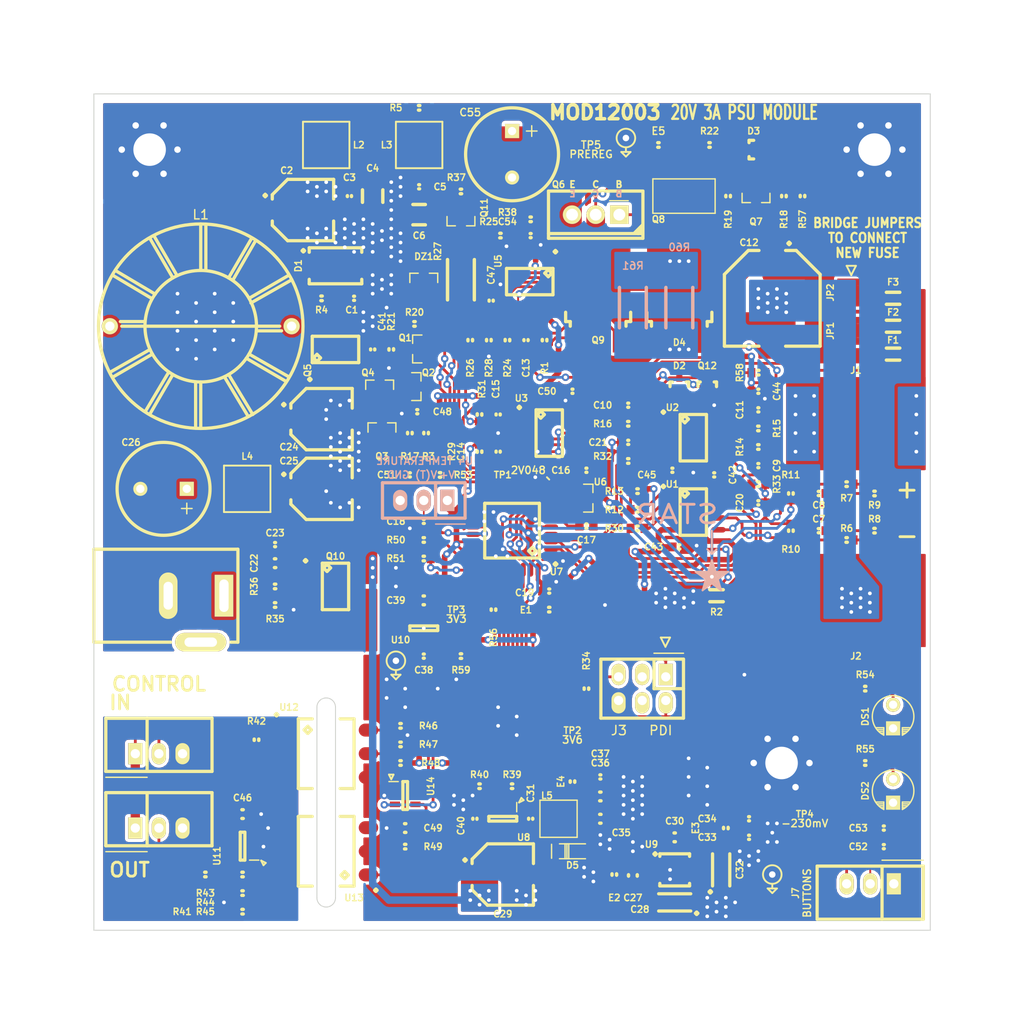
<source format=kicad_pcb>
(kicad_pcb (version 4) (host pcbnew "(2015-08-18 BZR 5767, Git cb434da)-product")
  (layers (0 F.Cu signal) (31 B.Cu signal) (34 B.Paste user) (35 F.Paste user) (36 B.SilkS user) (37 F.SilkS user) (38 B.Mask user) (39 F.Mask user) (44 Edge.Cuts user))
  (net 0 "")
  (net 1 "Net-(C1-Pad1)")
  (net 2 GND)
  (net 3 "Net-(C7-Pad1)")
  (net 4 "Net-(C7-Pad2)")
  (net 5 "Net-(C8-Pad1)")
  (net 6 "Net-(C8-Pad2)")
  (net 7 "Net-(C11-Pad2)")
  (net 8 "Net-(C10-Pad1)")
  (net 9 "Net-(C10-Pad2)")
  (net 10 "Net-(C11-Pad1)")
  (net 11 "Net-(Q1-Pad2)")
  (net 12 "Net-(Q1-Pad3)")
  (net 13 "Net-(Q2-Pad2)")
  (net 14 "Net-(Q2-Pad3)")
  (net 15 /Linear/P_OUT)
  (net 16 "Net-(Q6-Pad1)")
  (net 17 /Linear/P_IN)
  (net 18 /Linear/VSENSE+)
  (net 19 /Linear/VSENSE-)
  (net 20 "Net-(R12-Pad1)")
  (net 21 +3.3)
  (net 22 V-)
  (net 23 /Linear/ISENSE)
  (net 24 V+)
  (net 25 /Preregulator/PREF1)
  (net 26 /Preregulator/PREF2)
  (net 27 /Linear/SCR_FIRE)
  (net 28 +3.3A)
  (net 29 /Control/VREF)
  (net 30 /Control/VSET)
  (net 31 /Control/ISET)
  (net 32 /Preregulator/SWNODE)
  (net 33 /Control/PDI_D)
  (net 34 "Net-(J3-Pad3)")
  (net 35 /Control/PDI_C)
  (net 36 "Net-(J3-Pad4)")
  (net 37 "Net-(R20-Pad2)")
  (net 38 "Net-(R24-Pad1)")
  (net 39 "Net-(R30-Pad1)")
  (net 40 "Net-(R32-Pad1)")
  (net 41 "Net-(R33-Pad1)")
  (net 42 "Net-(C22-Pad2)")
  (net 43 "Net-(C9-Pad1)")
  (net 44 "Net-(Q11-Pad1)")
  (net 45 "Net-(Q11-Pad3)")
  (net 46 "Net-(R39-Pad2)")
  (net 47 "Net-(F2-Pad2)")
  (net 48 "Net-(F3-Pad2)")
  (net 49 "Net-(C28-Pad2)")
  (net 50 "Net-(C31-Pad1)")
  (net 51 "Net-(C32-Pad2)")
  (net 52 +3.6)
  (net 53 /LocalPwr/3V6SW)
  (net 54 /LocalPwr/3V6UF)
  (net 55 /LocalPwr/CF-)
  (net 56 /LocalPwr/CF+)
  (net 57 /VRP)
  (net 58 /VIN)
  (net 59 /Preregulator/V+F)
  (net 60 "Net-(D2-Pad3)")
  (net 61 REFGND)
  (net 62 /Iso/ISO_3V3)
  (net 63 /Iso/ISO_GND)
  (net 64 /Iso/ISO_IN)
  (net 65 /Iso/ISO_OUT)
  (net 66 "Net-(R41-Pad2)")
  (net 67 "Net-(R43-Pad2)")
  (net 68 "Net-(R44-Pad1)")
  (net 69 "Net-(R46-Pad1)")
  (net 70 "Net-(R48-Pad2)")
  (net 71 "Net-(R49-Pad1)")
  (net 72 "Net-(R49-Pad2)")
  (net 73 /Iso/OUT)
  (net 74 /Iso/IN)
  (net 75 /Control/VSENSE)
  (net 76 /Control/ISENSE)
  (net 77 /Control/PREREG_SW)
  (net 78 "Net-(R50-Pad2)")
  (net 79 /Control/OVP_THRESH)
  (net 80 /Control/OVPTH_PWM)
  (net 81 /Control/~SCR_TRIPPED)
  (net 82 "Net-(DS1-Pad2)")
  (net 83 "Net-(DS2-Pad2)")
  (net 84 "Net-(R54-Pad1)")
  (net 85 "Net-(R55-Pad1)")
  (net 86 "Net-(R56-Pad1)")
  (net 87 "Net-(C52-Pad2)")
  (net 88 "Net-(C53-Pad2)")
  (net 89 "Net-(D3-Pad1)")
  (net 90 "Net-(D3-Pad2)")
  (net 91 /OUT+)
  (net 92 /Control/~EN)
  (net 93 /LocalPwr/3V6_7705)
  (net 94 "Net-(U11-Pad6)")
  (net 95 /Control/~VLIM)
  (net 96 /Control/~ILIM)
  (net 97 "Net-(R38-Pad2)")
  (net 98 "Net-(C54-Pad2)")
  (net 99 /Control/TEMP)
  (net 100 "Net-(D3-Pad3)")
  (module conn-cui:CONN-PJ-037A (layer F.Cu) (at 8 54 180)
    (fp_text reference J4 (at 0 0 180) (layer F.SilkS) (effects (font (size 0.7 0.7))))
    (fp_text value IN)
    (pad 1 thru_hole rect (at -6 0 180) (size 2 4.5) (drill oval 1 3.5) (layers *.Cu *.Mask F.SilkS) (net 58 /VIN))
    (pad 2 thru_hole oval (at 0 0 180) (size 2 5) (drill oval 1 3) (layers *.Cu *.Mask F.SilkS) (net 2 GND))
    (pad X thru_hole oval (at -3.5 -5 270) (size 2 5.5) (drill oval 1 3.5) (layers *.Cu *.Mask F.SilkS))
  )
  (module smd-semi:SOT-23 (layer F.Cu) (at 35.5 20 90)
    (fp_text reference DZ1 (at 2.5 0 180) (layer F.SilkS) (effects (font (size 0.7 0.7))))
    (fp_text value 84B24)
    (pad 1 smd rect (at -1.1 -0.95 90) (size 1.3 0.9) (layers F.Cu F.Paste F.Mask) (net 27 /Linear/SCR_FIRE))
    (pad 2 smd rect (at -1.1 0.95 90) (size 1.3 0.9) (layers F.Cu F.Paste F.Mask))
    (pad 3 smd rect (at 1.1 0 90) (size 1.3 0.8) (layers F.Cu F.Paste F.Mask) (net 15 /Linear/P_OUT))
  )
  (module VIA-0.8mm (layer F.Cu) (at 32.5 61 180)
    (fp_text reference VIA33212 hide)
    (fp_text value VIA-0.8mm hide)
    (pad 1 thru_hole circle (at 0 0 180) (size 1.5 1.5) (drill 0.7) (layers *.Cu *.Mask) (net 2 GND))
  )
  (module VIA-0.8mm (layer F.Cu) (at 57.25 4.75 180)
    (fp_text reference VIA33212 hide)
    (fp_text value VIA-0.8mm hide)
    (pad 1 thru_hole circle (at 0 0 180) (size 1.5 1.5) (drill 0.7) (layers *.Cu *.Mask) (net 2 GND))
  )
  (module VIA-0.8mm (layer F.Cu) (at 31.5 23)
    (fp_text reference REF**12144 hide)
    (fp_text value VIA-0.8mm hide)
    (pad 1 thru_hole circle (at 0 0) (size 0.8 0.8) (drill 0.4) (layers *.Cu) (net 2 GND))
  )
  (module VIA-0.8mm (layer F.Cu) (at 31 15.75)
    (fp_text reference REF**12132 hide)
    (fp_text value VIA-0.8mm hide)
    (pad 1 thru_hole circle (at 0 0) (size 0.8 0.8) (drill 0.4) (layers *.Cu) (net 2 GND))
  )
  (module VIA-0.8mm (layer F.Cu) (at 31 14.75)
    (fp_text reference REF**12132 hide)
    (fp_text value VIA-0.8mm hide)
    (pad 1 thru_hole circle (at 0 0) (size 0.8 0.8) (drill 0.4) (layers *.Cu) (net 2 GND))
  )
  (module VIA-0.8mm (layer F.Cu) (at 73 84 180)
    (fp_text reference VIA33212 hide)
    (fp_text value VIA-0.8mm hide)
    (pad 1 thru_hole circle (at 0 0 180) (size 1.5 1.5) (drill 0.7) (layers *.Cu *.Mask) (net 2 GND))
  )
  (module smd-semi:TO-252 (layer F.Cu) (at 63 23 90)
    (fp_text reference D4 (at -3.75 0 180) (layer F.SilkS) (effects (font (size 0.7 0.7))))
    (fp_text value 40V/5A)
    (pad A smd rect (at -3.6 -2.3 270) (size 2.45 1.45) (layers F.Cu F.Paste F.Mask) (net 23 /Linear/ISENSE))
    (pad A smd rect (at -3.6 2.3 270) (size 2.45 1.45) (layers F.Cu F.Paste F.Mask) (net 23 /Linear/ISENSE))
    (pad K smd rect (at 3.3 0 270) (size 6.95 6.95) (layers F.Cu F.Mask) (net 15 /Linear/P_OUT))
  )
  (module VIA-0.8mm (layer F.Cu) (at 64 27.5)
    (fp_text reference REF**1111111 hide)
    (fp_text value VIA-0.8mm hide)
    (pad 1 thru_hole circle (at 0 0) (size 0.8 0.8) (drill 0.4) (layers *.Cu) (net 23 /Linear/ISENSE))
  )
  (module VIA-0.8mm (layer F.Cu) (at 63 27.5)
    (fp_text reference REF**1111111 hide)
    (fp_text value VIA-0.8mm hide)
    (pad 1 thru_hole circle (at 0 0) (size 0.8 0.8) (drill 0.4) (layers *.Cu) (net 23 /Linear/ISENSE))
  )
  (module VIA-0.8mm (layer F.Cu) (at 62 27.5)
    (fp_text reference REF**1111111 hide)
    (fp_text value VIA-0.8mm hide)
    (pad 1 thru_hole circle (at 0 0) (size 0.8 0.8) (drill 0.4) (layers *.Cu) (net 23 /Linear/ISENSE))
  )
  (module VIA-0.8mm (layer F.Cu) (at 64 18)
    (fp_text reference VIA5 hide)
    (fp_text value VIA-0.8mm hide)
    (pad 1 thru_hole circle (at 0 0) (size 0.8 0.8) (drill 0.4) (layers *.Cu) (net 15 /Linear/P_OUT))
  )
  (module VIA-0.8mm (layer F.Cu) (at 63 18)
    (fp_text reference VIA5 hide)
    (fp_text value VIA-0.8mm hide)
    (pad 1 thru_hole circle (at 0 0) (size 0.8 0.8) (drill 0.4) (layers *.Cu) (net 15 /Linear/P_OUT))
  )
  (module VIA-0.8mm (layer F.Cu) (at 62 18)
    (fp_text reference VIA5 hide)
    (fp_text value VIA-0.8mm hide)
    (pad 1 thru_hole circle (at 0 0) (size 0.8 0.8) (drill 0.4) (layers *.Cu) (net 15 /Linear/P_OUT))
  )
  (module VIA-0.8mm (layer F.Cu) (at 43 45)
    (fp_text reference REF**1111211 hide)
    (fp_text value VIA-0.8mm hide)
    (pad 1 thru_hole circle (at 0 0) (size 0.8 0.8) (drill 0.4) (layers *.Cu) (net 2 GND))
  )
  (module VIA-0.8mm (layer F.Cu) (at 42 46)
    (fp_text reference REF**1111211 hide)
    (fp_text value VIA-0.8mm hide)
    (pad 1 thru_hole circle (at 0 0) (size 0.8 0.8) (drill 0.4) (layers *.Cu) (net 2 GND))
  )
  (module VIA-0.8mm (layer F.Cu) (at 31.75 29.5)
    (fp_text reference REF**12143 hide)
    (fp_text value VIA-0.8mm hide)
    (pad 1 thru_hole circle (at 0 0) (size 0.8 0.8) (drill 0.4) (layers *.Cu) (net 2 GND))
  )
  (module VIA-0.8mm (layer F.Cu) (at 47.5 45.75)
    (fp_text reference REF**1111211 hide)
    (fp_text value VIA-0.8mm hide)
    (pad 1 thru_hole circle (at 0 0) (size 0.8 0.8) (drill 0.4) (layers *.Cu) (net 2 GND))
  )
  (module VIA-0.8mm (layer F.Cu) (at 47.75 47.75)
    (fp_text reference REF**1111211 hide)
    (fp_text value VIA-0.8mm hide)
    (pad 1 thru_hole circle (at 0 0) (size 0.8 0.8) (drill 0.4) (layers *.Cu) (net 2 GND))
  )
  (module VIA-0.8mm (layer F.Cu) (at 46.75 47.25)
    (fp_text reference REF**1111211 hide)
    (fp_text value VIA-0.8mm hide)
    (pad 1 thru_hole circle (at 0 0) (size 0.8 0.8) (drill 0.4) (layers *.Cu) (net 2 GND))
  )
  (module VIA-0.8mm (layer F.Cu) (at 44.5 49.75)
    (fp_text reference REF**1111211 hide)
    (fp_text value VIA-0.8mm hide)
    (pad 1 thru_hole circle (at 0 0) (size 0.8 0.8) (drill 0.4) (layers *.Cu) (net 2 GND))
  )
  (module VIA-0.8mm (layer F.Cu) (at 43.25 49.75)
    (fp_text reference REF**1111211 hide)
    (fp_text value VIA-0.8mm hide)
    (pad 1 thru_hole circle (at 0 0) (size 0.8 0.8) (drill 0.4) (layers *.Cu) (net 2 GND))
  )
  (module VIA-0.8mm (layer F.Cu) (at 44 49)
    (fp_text reference REF**1111211 hide)
    (fp_text value VIA-0.8mm hide)
    (pad 1 thru_hole circle (at 0 0) (size 0.8 0.8) (drill 0.4) (layers *.Cu) (net 2 GND))
  )
  (module VIA-0.8mm (layer F.Cu) (at 32.5 51)
    (fp_text reference REF**1111211 hide)
    (fp_text value VIA-0.8mm hide)
    (pad 1 thru_hole circle (at 0 0) (size 0.8 0.8) (drill 0.4) (layers *.Cu) (net 2 GND))
  )
  (module VIA-0.8mm (layer F.Cu) (at 32.5 53)
    (fp_text reference REF**1111212 hide)
    (fp_text value VIA-0.8mm hide)
    (pad 1 thru_hole circle (at 0 0) (size 0.8 0.8) (drill 0.4) (layers *.Cu) (net 2 GND))
  )
  (module VIA-0.8mm (layer F.Cu) (at 33.5 66)
    (fp_text reference REF**1111222 hide)
    (fp_text value VIA-0.8mm hide)
    (pad 1 thru_hole circle (at 0 0) (size 0.8 0.8) (drill 0.4) (layers *.Cu) (net 2 GND))
  )
  (module VIA-0.8mm (layer F.Cu) (at 31.5 63)
    (fp_text reference REF**1111211 hide)
    (fp_text value VIA-0.8mm hide)
    (pad 1 thru_hole circle (at 0 0) (size 0.8 0.8) (drill 0.4) (layers *.Cu) (net 2 GND))
  )
  (module VIA-0.8mm (layer F.Cu) (at 33.5 64)
    (fp_text reference REF**1111221 hide)
    (fp_text value VIA-0.8mm hide)
    (pad 1 thru_hole circle (at 0 0) (size 0.8 0.8) (drill 0.4) (layers *.Cu) (net 2 GND))
  )
  (module VIA-0.8mm (layer F.Cu) (at 31.5 65)
    (fp_text reference REF**1111212 hide)
    (fp_text value VIA-0.8mm hide)
    (pad 1 thru_hole circle (at 0 0) (size 0.8 0.8) (drill 0.4) (layers *.Cu) (net 2 GND))
  )
  (module VIA-0.8mm (layer F.Cu) (at 37 64)
    (fp_text reference REF**1111212 hide)
    (fp_text value VIA-0.8mm hide)
    (pad 1 thru_hole circle (at 0 0) (size 0.8 0.8) (drill 0.4) (layers *.Cu) (net 2 GND))
  )
  (module VIA-0.8mm (layer F.Cu) (at 39 63)
    (fp_text reference REF**1111221 hide)
    (fp_text value VIA-0.8mm hide)
    (pad 1 thru_hole circle (at 0 0) (size 0.8 0.8) (drill 0.4) (layers *.Cu) (net 2 GND))
  )
  (module VIA-0.8mm (layer F.Cu) (at 45.5 67)
    (fp_text reference REF**1111221 hide)
    (fp_text value VIA-0.8mm hide)
    (pad 1 thru_hole circle (at 0 0) (size 0.8 0.8) (drill 0.4) (layers *.Cu) (net 2 GND))
  )
  (module VIA-0.8mm (layer F.Cu) (at 43.5 66)
    (fp_text reference REF**1111211 hide)
    (fp_text value VIA-0.8mm hide)
    (pad 1 thru_hole circle (at 0 0) (size 0.8 0.8) (drill 0.4) (layers *.Cu) (net 2 GND))
  )
  (module VIA-0.8mm (layer F.Cu) (at 43.5 68)
    (fp_text reference REF**1111212 hide)
    (fp_text value VIA-0.8mm hide)
    (pad 1 thru_hole circle (at 0 0) (size 0.8 0.8) (drill 0.4) (layers *.Cu) (net 2 GND))
  )
  (module VIA-0.8mm (layer F.Cu) (at 45.5 69)
    (fp_text reference REF**1111222 hide)
    (fp_text value VIA-0.8mm hide)
    (pad 1 thru_hole circle (at 0 0) (size 0.8 0.8) (drill 0.4) (layers *.Cu) (net 2 GND))
  )
  (module VIA-0.8mm (layer F.Cu) (at 66 76.5)
    (fp_text reference REF**1111223 hide)
    (fp_text value VIA-0.8mm hide)
    (pad 1 thru_hole circle (at 0 0) (size 0.8 0.8) (drill 0.4) (layers *.Cu) (net 2 GND))
  )
  (module VIA-0.8mm (layer F.Cu) (at 64 75.5)
    (fp_text reference REF**1111213 hide)
    (fp_text value VIA-0.8mm hide)
    (pad 1 thru_hole circle (at 0 0) (size 0.8 0.8) (drill 0.4) (layers *.Cu) (net 2 GND))
  )
  (module VIA-0.8mm (layer F.Cu) (at 66 74.5)
    (fp_text reference REF**1111222 hide)
    (fp_text value VIA-0.8mm hide)
    (pad 1 thru_hole circle (at 0 0) (size 0.8 0.8) (drill 0.4) (layers *.Cu) (net 2 GND))
  )
  (module VIA-0.8mm (layer F.Cu) (at 64 73.5)
    (fp_text reference REF**1111212 hide)
    (fp_text value VIA-0.8mm hide)
    (pad 1 thru_hole circle (at 0 0) (size 0.8 0.8) (drill 0.4) (layers *.Cu) (net 2 GND))
  )
  (module VIA-0.8mm (layer F.Cu) (at 66 72.5)
    (fp_text reference REF**1111221 hide)
    (fp_text value VIA-0.8mm hide)
    (pad 1 thru_hole circle (at 0 0) (size 0.8 0.8) (drill 0.4) (layers *.Cu) (net 2 GND))
  )
  (module VIA-0.8mm (layer F.Cu) (at 64 71.5)
    (fp_text reference REF**1111211 hide)
    (fp_text value VIA-0.8mm hide)
    (pad 1 thru_hole circle (at 0 0) (size 0.8 0.8) (drill 0.4) (layers *.Cu) (net 2 GND))
  )
  (module VIA-0.8mm (layer F.Cu) (at 55 55)
    (fp_text reference REF**111123 hide)
    (fp_text value VIA-0.8mm hide)
    (pad 1 thru_hole circle (at 0 0) (size 0.8 0.8) (drill 0.4) (layers *.Cu) (net 2 GND))
  )
  (module VIA-0.8mm (layer F.Cu) (at 70 62.5)
    (fp_text reference REF**111123 hide)
    (fp_text value VIA-0.8mm hide)
    (pad 1 thru_hole circle (at 0 0) (size 0.8 0.8) (drill 0.4) (layers *.Cu) (net 2 GND))
  )
  (module VIA-0.8mm (layer F.Cu) (at 30 52)
    (fp_text reference REF**12144 hide)
    (fp_text value VIA-0.8mm hide)
    (pad 1 thru_hole circle (at 0 0) (size 0.8 0.8) (drill 0.4) (layers *.Cu) (net 24 V+))
  )
  (module VIA-0.8mm (layer F.Cu) (at 30 51)
    (fp_text reference REF**12144 hide)
    (fp_text value VIA-0.8mm hide)
    (pad 1 thru_hole circle (at 0 0) (size 0.8 0.8) (drill 0.4) (layers *.Cu) (net 24 V+))
  )
  (module VIA-0.8mm (layer F.Cu) (at 30 50)
    (fp_text reference REF**12144 hide)
    (fp_text value VIA-0.8mm hide)
    (pad 1 thru_hole circle (at 0 0) (size 0.8 0.8) (drill 0.4) (layers *.Cu) (net 24 V+))
  )
  (module VIA-0.8mm (layer F.Cu) (at 88.5 34.5)
    (fp_text reference VIA22 hide)
    (fp_text value VIA-0.8mm hide)
    (pad 1 thru_hole circle (at 0 0) (size 0.8 0.8) (drill 0.4) (layers *.Cu) (net 91 /OUT+))
  )
  (module VIA-0.8mm (layer F.Cu) (at 88.5 32.5)
    (fp_text reference VIA21 hide)
    (fp_text value VIA-0.8mm hide)
    (pad 1 thru_hole circle (at 0 0) (size 0.8 0.8) (drill 0.4) (layers *.Cu) (net 91 /OUT+))
  )
  (module VIA-0.8mm (layer F.Cu) (at 88.5 38.5)
    (fp_text reference VIA24 hide)
    (fp_text value VIA-0.8mm hide)
    (pad 1 thru_hole circle (at 0 0) (size 0.8 0.8) (drill 0.4) (layers *.Cu) (net 91 /OUT+))
  )
  (module VIA-0.8mm (layer F.Cu) (at 88.5 36.5)
    (fp_text reference VIA23 hide)
    (fp_text value VIA-0.8mm hide)
    (pad 1 thru_hole circle (at 0 0) (size 0.8 0.8) (drill 0.4) (layers *.Cu) (net 91 /OUT+))
  )
  (module VIA-0.8mm (layer F.Cu) (at 77.5 38.5)
    (fp_text reference VIA24 hide)
    (fp_text value VIA-0.8mm hide)
    (pad 1 thru_hole circle (at 0 0) (size 0.8 0.8) (drill 0.4) (layers *.Cu) (net 91 /OUT+))
  )
  (module VIA-0.8mm (layer F.Cu) (at 75.5 38.5)
    (fp_text reference VIA14 hide)
    (fp_text value VIA-0.8mm hide)
    (pad 1 thru_hole circle (at 0 0) (size 0.8 0.8) (drill 0.4) (layers *.Cu) (net 91 /OUT+))
  )
  (module VIA-0.8mm (layer F.Cu) (at 77.5 36.5)
    (fp_text reference VIA23 hide)
    (fp_text value VIA-0.8mm hide)
    (pad 1 thru_hole circle (at 0 0) (size 0.8 0.8) (drill 0.4) (layers *.Cu) (net 91 /OUT+))
  )
  (module VIA-0.8mm (layer F.Cu) (at 75.5 36.5)
    (fp_text reference VIA13 hide)
    (fp_text value VIA-0.8mm hide)
    (pad 1 thru_hole circle (at 0 0) (size 0.8 0.8) (drill 0.4) (layers *.Cu) (net 91 /OUT+))
  )
  (module VIA-0.8mm (layer F.Cu) (at 77.5 34.5)
    (fp_text reference VIA22 hide)
    (fp_text value VIA-0.8mm hide)
    (pad 1 thru_hole circle (at 0 0) (size 0.8 0.8) (drill 0.4) (layers *.Cu) (net 91 /OUT+))
  )
  (module VIA-0.8mm (layer F.Cu) (at 75.5 34.5)
    (fp_text reference VIA12 hide)
    (fp_text value VIA-0.8mm hide)
    (pad 1 thru_hole circle (at 0 0) (size 0.8 0.8) (drill 0.4) (layers *.Cu) (net 91 /OUT+))
  )
  (module VIA-0.8mm (layer F.Cu) (at 77.5 32.5)
    (fp_text reference VIA21 hide)
    (fp_text value VIA-0.8mm hide)
    (pad 1 thru_hole circle (at 0 0) (size 0.8 0.8) (drill 0.4) (layers *.Cu) (net 91 /OUT+))
  )
  (module VIA-0.8mm (layer F.Cu) (at 75.5 32.5)
    (fp_text reference VIA11 hide)
    (fp_text value VIA-0.8mm hide)
    (pad 1 thru_hole circle (at 0 0) (size 0.8 0.8) (drill 0.4) (layers *.Cu) (net 91 /OUT+))
  )
  (module VIA-0.8mm (layer F.Cu) (at 63.5 55.25)
    (fp_text reference REF**111143 hide)
    (fp_text value VIA-0.8mm hide)
    (pad 1 thru_hole circle (at 0 0) (size 0.8 0.8) (drill 0.4) (layers *.Cu) (net 2 GND))
  )
  (module VIA-0.8mm (layer F.Cu) (at 62.5 54.75)
    (fp_text reference REF**111133 hide)
    (fp_text value VIA-0.8mm hide)
    (pad 1 thru_hole circle (at 0 0) (size 0.8 0.8) (drill 0.4) (layers *.Cu) (net 2 GND))
  )
  (module VIA-0.8mm (layer F.Cu) (at 61.5 55.25)
    (fp_text reference REF**111123 hide)
    (fp_text value VIA-0.8mm hide)
    (pad 1 thru_hole circle (at 0 0) (size 0.8 0.8) (drill 0.4) (layers *.Cu) (net 2 GND))
  )
  (module VIA-0.8mm (layer F.Cu) (at 60.5 54.75)
    (fp_text reference REF**111113 hide)
    (fp_text value VIA-0.8mm hide)
    (pad 1 thru_hole circle (at 0 0) (size 0.8 0.8) (drill 0.4) (layers *.Cu) (net 2 GND))
  )
  (module VIA-0.8mm (layer F.Cu) (at 63.5 54.25)
    (fp_text reference REF**111142 hide)
    (fp_text value VIA-0.8mm hide)
    (pad 1 thru_hole circle (at 0 0) (size 0.8 0.8) (drill 0.4) (layers *.Cu) (net 2 GND))
  )
  (module VIA-0.8mm (layer F.Cu) (at 62.5 53.75)
    (fp_text reference REF**111132 hide)
    (fp_text value VIA-0.8mm hide)
    (pad 1 thru_hole circle (at 0 0) (size 0.8 0.8) (drill 0.4) (layers *.Cu) (net 2 GND))
  )
  (module VIA-0.8mm (layer F.Cu) (at 61.5 54.25)
    (fp_text reference REF**111122 hide)
    (fp_text value VIA-0.8mm hide)
    (pad 1 thru_hole circle (at 0 0) (size 0.8 0.8) (drill 0.4) (layers *.Cu) (net 2 GND))
  )
  (module VIA-0.8mm (layer F.Cu) (at 60.5 53.75)
    (fp_text reference REF**111112 hide)
    (fp_text value VIA-0.8mm hide)
    (pad 1 thru_hole circle (at 0 0) (size 0.8 0.8) (drill 0.4) (layers *.Cu) (net 2 GND))
  )
  (module VIA-0.8mm (layer F.Cu) (at 64.5 53.5)
    (fp_text reference REF**111131 hide)
    (fp_text value VIA-0.8mm hide)
    (pad 1 thru_hole circle (at 0 0) (size 0.8 0.8) (drill 0.4) (layers *.Cu) (net 2 GND))
  )
  (module VIA-0.8mm (layer F.Cu) (at 61.5 53.25)
    (fp_text reference REF**111121 hide)
    (fp_text value VIA-0.8mm hide)
    (pad 1 thru_hole circle (at 0 0) (size 0.8 0.8) (drill 0.4) (layers *.Cu) (net 2 GND))
  )
  (module VIA-0.8mm (layer F.Cu) (at 64.5 54.75)
    (fp_text reference REF**111111 hide)
    (fp_text value VIA-0.8mm hide)
    (pad 1 thru_hole circle (at 0 0) (size 0.8 0.8) (drill 0.4) (layers *.Cu) (net 2 GND))
  )
  (module smd-semi:SOIC254P1016X460-6 (layer F.Cu) (at 25 81.5 180)
    (fp_text reference U13 (at -3 -5 180) (layer F.SilkS) (effects (font (size 0.7 0.7))))
    (fp_text value 4N35S)
    (pad 1 smd oval (at -4.55 -2.54 180) (size 2.1 1.4) (layers F.Cu F.Paste F.Mask) (net 71 "Net-(R49-Pad1)"))
    (pad 2 smd oval (at -4.55 0 180) (size 2.1 1.4) (layers F.Cu F.Paste F.Mask) (net 2 GND))
    (pad 5 smd oval (at 4.55 0 180) (size 2.1 1.4) (layers F.Cu F.Paste F.Mask) (net 67 "Net-(R43-Pad2)"))
    (pad 6 smd oval (at 4.55 -2.54 180) (size 2.1 1.4) (layers F.Cu F.Paste F.Mask) (net 68 "Net-(R44-Pad1)"))
    (pad 3 smd oval (at -4.55 2.54 180) (size 2.1 1.4) (layers F.Cu F.Paste F.Mask))
    (pad 4 smd oval (at 4.55 2.54 180) (size 2.1 1.4) (layers F.Cu F.Paste F.Mask) (net 63 /Iso/ISO_GND))
  )
  (module smd-semi:SOIC254P1016X460-6 (layer F.Cu) (at 25 71)
    (fp_text reference U12 (at -4 -5) (layer F.SilkS) (effects (font (size 0.7 0.7))))
    (fp_text value 4N35S)
    (pad 1 smd oval (at -4.55 -2.54) (size 2.1 1.4) (layers F.Cu F.Paste F.Mask) (net 62 /Iso/ISO_3V3))
    (pad 2 smd oval (at -4.55 0) (size 2.1 1.4) (layers F.Cu F.Paste F.Mask) (net 64 /Iso/ISO_IN))
    (pad 5 smd oval (at 4.55 0) (size 2.1 1.4) (layers F.Cu F.Paste F.Mask) (net 70 "Net-(R48-Pad2)"))
    (pad 6 smd oval (at 4.55 -2.54) (size 2.1 1.4) (layers F.Cu F.Paste F.Mask) (net 69 "Net-(R46-Pad1)"))
    (pad 3 smd oval (at -4.55 2.54) (size 2.1 1.4) (layers F.Cu F.Paste F.Mask))
    (pad 4 smd oval (at 4.55 2.54) (size 2.1 1.4) (layers F.Cu F.Paste F.Mask) (net 2 GND))
  )
  (module smd-semi:SOT-23 (layer F.Cu) (at 34.5 31.5)
    (fp_text reference Q2 (at 1.5 -1.5 180) (layer F.SilkS) (effects (font (size 0.7 0.7))))
    (fp_text value 3904)
    (pad 1 smd rect (at -1.1 -0.95) (size 1.3 0.9) (layers F.Cu F.Paste F.Mask) (net 12 "Net-(Q1-Pad3)"))
    (pad 2 smd rect (at -1.1 0.95) (size 1.3 0.9) (layers F.Cu F.Paste F.Mask) (net 13 "Net-(Q2-Pad2)"))
    (pad 3 smd rect (at 1.1 0) (size 1.3 0.8) (layers F.Cu F.Paste F.Mask) (net 14 "Net-(Q2-Pad3)"))
  )
  (module VIA-0.8mm (layer F.Cu) (at 59 77.5)
    (fp_text reference VIA33135 hide)
    (fp_text value VIA-0.8mm hide)
    (pad 1 thru_hole circle (at 0 0) (size 0.8 0.8) (drill 0.4) (layers *.Cu) (net 2 GND))
  )
  (module VIA-0.8mm (layer F.Cu) (at 58 78)
    (fp_text reference VIA33125 hide)
    (fp_text value VIA-0.8mm hide)
    (pad 1 thru_hole circle (at 0 0) (size 0.8 0.8) (drill 0.4) (layers *.Cu) (net 2 GND))
  )
  (module VIA-0.8mm (layer F.Cu) (at 57 77.5)
    (fp_text reference VIA33115 hide)
    (fp_text value VIA-0.8mm hide)
    (pad 1 thru_hole circle (at 0 0) (size 0.8 0.8) (drill 0.4) (layers *.Cu) (net 2 GND))
  )
  (module VIA-0.8mm (layer F.Cu) (at 59 76.5)
    (fp_text reference VIA33134 hide)
    (fp_text value VIA-0.8mm hide)
    (pad 1 thru_hole circle (at 0 0) (size 0.8 0.8) (drill 0.4) (layers *.Cu) (net 2 GND))
  )
  (module VIA-0.8mm (layer F.Cu) (at 58 77)
    (fp_text reference VIA33124 hide)
    (fp_text value VIA-0.8mm hide)
    (pad 1 thru_hole circle (at 0 0) (size 0.8 0.8) (drill 0.4) (layers *.Cu) (net 2 GND))
  )
  (module VIA-0.8mm (layer F.Cu) (at 57 76.5)
    (fp_text reference VIA33114 hide)
    (fp_text value VIA-0.8mm hide)
    (pad 1 thru_hole circle (at 0 0) (size 0.8 0.8) (drill 0.4) (layers *.Cu) (net 2 GND))
  )
  (module VIA-0.8mm (layer F.Cu) (at 59 75.5)
    (fp_text reference VIA33133 hide)
    (fp_text value VIA-0.8mm hide)
    (pad 1 thru_hole circle (at 0 0) (size 0.8 0.8) (drill 0.4) (layers *.Cu) (net 2 GND))
  )
  (module VIA-0.8mm (layer F.Cu) (at 58 76)
    (fp_text reference VIA33123 hide)
    (fp_text value VIA-0.8mm hide)
    (pad 1 thru_hole circle (at 0 0) (size 0.8 0.8) (drill 0.4) (layers *.Cu) (net 2 GND))
  )
  (module VIA-0.8mm (layer F.Cu) (at 57 75.5)
    (fp_text reference VIA33113 hide)
    (fp_text value VIA-0.8mm hide)
    (pad 1 thru_hole circle (at 0 0) (size 0.8 0.8) (drill 0.4) (layers *.Cu) (net 2 GND))
  )
  (module VIA-0.8mm (layer F.Cu) (at 59 74.5)
    (fp_text reference VIA33132 hide)
    (fp_text value VIA-0.8mm hide)
    (pad 1 thru_hole circle (at 0 0) (size 0.8 0.8) (drill 0.4) (layers *.Cu) (net 2 GND))
  )
  (module VIA-0.8mm (layer F.Cu) (at 58 75)
    (fp_text reference VIA33122 hide)
    (fp_text value VIA-0.8mm hide)
    (pad 1 thru_hole circle (at 0 0) (size 0.8 0.8) (drill 0.4) (layers *.Cu) (net 2 GND))
  )
  (module VIA-0.8mm (layer F.Cu) (at 57 74.5)
    (fp_text reference VIA33112 hide)
    (fp_text value VIA-0.8mm hide)
    (pad 1 thru_hole circle (at 0 0) (size 0.8 0.8) (drill 0.4) (layers *.Cu) (net 2 GND))
  )
  (module VIA-0.8mm (layer F.Cu) (at 59 73.5)
    (fp_text reference VIA33131 hide)
    (fp_text value VIA-0.8mm hide)
    (pad 1 thru_hole circle (at 0 0) (size 0.8 0.8) (drill 0.4) (layers *.Cu) (net 2 GND))
  )
  (module VIA-0.8mm (layer F.Cu) (at 58 74)
    (fp_text reference VIA33121 hide)
    (fp_text value VIA-0.8mm hide)
    (pad 1 thru_hole circle (at 0 0) (size 0.8 0.8) (drill 0.4) (layers *.Cu) (net 2 GND))
  )
  (module VIA-0.8mm (layer F.Cu) (at 40.75 75.5)
    (fp_text reference VIA3111 hide)
    (fp_text value VIA-0.8mm hide)
    (pad 1 thru_hole circle (at 0 0) (size 0.8 0.8) (drill 0.4) (layers *.Cu) (net 2 GND))
  )
  (module VIA-0.8mm (layer F.Cu) (at 38.75 75.5)
    (fp_text reference VIA3111 hide)
    (fp_text value VIA-0.8mm hide)
    (pad 1 thru_hole circle (at 0 0) (size 0.8 0.8) (drill 0.4) (layers *.Cu) (net 2 GND))
  )
  (module VIA-0.8mm (layer F.Cu) (at 39.75 76)
    (fp_text reference VIA3121 hide)
    (fp_text value VIA-0.8mm hide)
    (pad 1 thru_hole circle (at 0 0) (size 0.8 0.8) (drill 0.4) (layers *.Cu) (net 2 GND))
  )
  (module VIA-0.8mm (layer F.Cu) (at 38.75 76.5)
    (fp_text reference VIA3112 hide)
    (fp_text value VIA-0.8mm hide)
    (pad 1 thru_hole circle (at 0 0) (size 0.8 0.8) (drill 0.4) (layers *.Cu) (net 2 GND))
  )
  (module VIA-0.8mm (layer F.Cu) (at 39.75 77)
    (fp_text reference VIA3122 hide)
    (fp_text value VIA-0.8mm hide)
    (pad 1 thru_hole circle (at 0 0) (size 0.8 0.8) (drill 0.4) (layers *.Cu) (net 2 GND))
  )
  (module VIA-0.8mm (layer F.Cu) (at 53.75 84.75)
    (fp_text reference VIA3122 hide)
    (fp_text value VIA-0.8mm hide)
    (pad 1 thru_hole circle (at 0 0) (size 0.8 0.8) (drill 0.4) (layers *.Cu) (net 2 GND))
  )
  (module VIA-0.8mm (layer F.Cu) (at 52.75 84.25)
    (fp_text reference VIA3112 hide)
    (fp_text value VIA-0.8mm hide)
    (pad 1 thru_hole circle (at 0 0) (size 0.8 0.8) (drill 0.4) (layers *.Cu) (net 2 GND))
  )
  (module VIA-0.8mm (layer F.Cu) (at 53.75 83.75)
    (fp_text reference VIA3121 hide)
    (fp_text value VIA-0.8mm hide)
    (pad 1 thru_hole circle (at 0 0) (size 0.8 0.8) (drill 0.4) (layers *.Cu) (net 2 GND))
  )
  (module VIA-0.8mm (layer F.Cu) (at 52.75 83.25)
    (fp_text reference VIA3111 hide)
    (fp_text value VIA-0.8mm hide)
    (pad 1 thru_hole circle (at 0 0) (size 0.8 0.8) (drill 0.4) (layers *.Cu) (net 2 GND))
  )
  (module VIA-0.8mm (layer F.Cu) (at 62 84.5)
    (fp_text reference VIA331112 hide)
    (fp_text value VIA-0.8mm hide)
    (pad 1 thru_hole circle (at 0 0) (size 0.8 0.8) (drill 0.4) (layers *.Cu) (net 2 GND))
  )
  (module VIA-0.8mm (layer F.Cu) (at 62 83.5)
    (fp_text reference VIA331111 hide)
    (fp_text value VIA-0.8mm hide)
    (pad 1 thru_hole circle (at 0 0) (size 0.8 0.8) (drill 0.4) (layers *.Cu) (net 2 GND))
  )
  (module VIA-0.8mm (layer F.Cu) (at 69.5 81.5 180)
    (fp_text reference VIA33243 hide)
    (fp_text value VIA-0.8mm hide)
    (pad 1 thru_hole circle (at 0 0 180) (size 0.8 0.8) (drill 0.4) (layers *.Cu) (net 2 GND))
  )
  (module VIA-0.8mm (layer F.Cu) (at 70.5 82 180)
    (fp_text reference VIA33233 hide)
    (fp_text value VIA-0.8mm hide)
    (pad 1 thru_hole circle (at 0 0 180) (size 0.8 0.8) (drill 0.4) (layers *.Cu) (net 2 GND))
  )
  (module VIA-0.8mm (layer F.Cu) (at 71.5 81.5 180)
    (fp_text reference VIA33223 hide)
    (fp_text value VIA-0.8mm hide)
    (pad 1 thru_hole circle (at 0 0 180) (size 0.8 0.8) (drill 0.4) (layers *.Cu) (net 2 GND))
  )
  (module VIA-0.8mm (layer F.Cu) (at 69.5 82.5 180)
    (fp_text reference VIA33242 hide)
    (fp_text value VIA-0.8mm hide)
    (pad 1 thru_hole circle (at 0 0 180) (size 0.8 0.8) (drill 0.4) (layers *.Cu) (net 2 GND))
  )
  (module VIA-0.8mm (layer F.Cu) (at 70.5 83 180)
    (fp_text reference VIA33232 hide)
    (fp_text value VIA-0.8mm hide)
    (pad 1 thru_hole circle (at 0 0 180) (size 0.8 0.8) (drill 0.4) (layers *.Cu) (net 2 GND))
  )
  (module VIA-0.8mm (layer F.Cu) (at 71.5 82.5 180)
    (fp_text reference VIA33222 hide)
    (fp_text value VIA-0.8mm hide)
    (pad 1 thru_hole circle (at 0 0 180) (size 0.8 0.8) (drill 0.4) (layers *.Cu) (net 2 GND))
  )
  (module VIA-0.8mm (layer F.Cu) (at 73.5 80.5 180)
    (fp_text reference VIA33212 hide)
    (fp_text value VIA-0.8mm hide)
    (pad 1 thru_hole circle (at 0 0 180) (size 0.8 0.8) (drill 0.4) (layers *.Cu) (net 2 GND))
  )
  (module VIA-0.8mm (layer F.Cu) (at 73.5 78.5 90)
    (fp_text reference VIA33241 hide)
    (fp_text value VIA-0.8mm hide)
    (pad 1 thru_hole circle (at 0 0 90) (size 0.8 0.8) (drill 0.4) (layers *.Cu) (net 2 GND))
  )
  (module VIA-0.8mm (layer F.Cu) (at 72.5 78.5 90)
    (fp_text reference VIA33231 hide)
    (fp_text value VIA-0.8mm hide)
    (pad 1 thru_hole circle (at 0 0 90) (size 0.8 0.8) (drill 0.4) (layers *.Cu) (net 2 GND))
  )
  (module VIA-0.8mm (layer F.Cu) (at 73 79.5 90)
    (fp_text reference VIA33221 hide)
    (fp_text value VIA-0.8mm hide)
    (pad 1 thru_hole circle (at 0 0 90) (size 0.8 0.8) (drill 0.4) (layers *.Cu) (net 2 GND))
  )
  (module VIA-0.8mm (layer F.Cu) (at 72.5 80.5 90)
    (fp_text reference VIA33211 hide)
    (fp_text value VIA-0.8mm hide)
    (pad 1 thru_hole circle (at 0 0 90) (size 0.8 0.8) (drill 0.4) (layers *.Cu) (net 2 GND))
  )
  (module VIA-0.8mm (layer F.Cu) (at 68 88.5)
    (fp_text reference VIA3333 hide)
    (fp_text value VIA-0.8mm hide)
    (pad 1 thru_hole circle (at 0 0) (size 0.8 0.8) (drill 0.4) (layers *.Cu) (net 2 GND))
  )
  (module VIA-0.8mm (layer F.Cu) (at 69 87)
    (fp_text reference VIA3323 hide)
    (fp_text value VIA-0.8mm hide)
    (pad 1 thru_hole circle (at 0 0) (size 0.8 0.8) (drill 0.4) (layers *.Cu) (net 2 GND))
  )
  (module VIA-0.8mm (layer F.Cu) (at 66 88.5)
    (fp_text reference VIA3313 hide)
    (fp_text value VIA-0.8mm hide)
    (pad 1 thru_hole circle (at 0 0) (size 0.8 0.8) (drill 0.4) (layers *.Cu) (net 2 GND))
  )
  (module VIA-0.8mm (layer F.Cu) (at 68 87.5)
    (fp_text reference VIA3332 hide)
    (fp_text value VIA-0.8mm hide)
    (pad 1 thru_hole circle (at 0 0) (size 0.8 0.8) (drill 0.4) (layers *.Cu) (net 2 GND))
  )
  (module VIA-0.8mm (layer F.Cu) (at 67 88)
    (fp_text reference VIA3322 hide)
    (fp_text value VIA-0.8mm hide)
    (pad 1 thru_hole circle (at 0 0) (size 0.8 0.8) (drill 0.4) (layers *.Cu) (net 2 GND))
  )
  (module VIA-0.8mm (layer F.Cu) (at 66 87.5)
    (fp_text reference VIA3312 hide)
    (fp_text value VIA-0.8mm hide)
    (pad 1 thru_hole circle (at 0 0) (size 0.8 0.8) (drill 0.4) (layers *.Cu) (net 2 GND))
  )
  (module VIA-0.8mm (layer F.Cu) (at 68 86.5)
    (fp_text reference VIA3331 hide)
    (fp_text value VIA-0.8mm hide)
    (pad 1 thru_hole circle (at 0 0) (size 0.8 0.8) (drill 0.4) (layers *.Cu) (net 2 GND))
  )
  (module VIA-0.8mm (layer F.Cu) (at 67 87)
    (fp_text reference VIA3321 hide)
    (fp_text value VIA-0.8mm hide)
    (pad 1 thru_hole circle (at 0 0) (size 0.8 0.8) (drill 0.4) (layers *.Cu) (net 2 GND))
  )
  (module VIA-0.8mm (layer F.Cu) (at 66 86.5)
    (fp_text reference VIA3311 hide)
    (fp_text value VIA-0.8mm hide)
    (pad 1 thru_hole circle (at 0 0) (size 0.8 0.8) (drill 0.4) (layers *.Cu) (net 2 GND))
  )
  (module VIA-0.8mm (layer F.Cu) (at 59 81)
    (fp_text reference VIA331 hide)
    (fp_text value VIA-0.8mm hide)
    (pad 1 thru_hole circle (at 0 0) (size 0.8 0.8) (drill 0.4) (layers *.Cu) (net 2 GND))
  )
  (module VIA-0.8mm (layer F.Cu) (at 58 81.5)
    (fp_text reference VIA331 hide)
    (fp_text value VIA-0.8mm hide)
    (pad 1 thru_hole circle (at 0 0) (size 0.8 0.8) (drill 0.4) (layers *.Cu) (net 2 GND))
  )
  (module VIA-0.8mm (layer F.Cu) (at 58 80.5)
    (fp_text reference VIA331 hide)
    (fp_text value VIA-0.8mm hide)
    (pad 1 thru_hole circle (at 0 0) (size 0.8 0.8) (drill 0.4) (layers *.Cu) (net 2 GND))
  )
  (module VIA-0.8mm (layer F.Cu) (at 57 73.5)
    (fp_text reference VIA33111 hide)
    (fp_text value VIA-0.8mm hide)
    (pad 1 thru_hole circle (at 0 0) (size 0.8 0.8) (drill 0.4) (layers *.Cu) (net 2 GND))
  )
  (module VIA-0.8mm (layer F.Cu) (at 55.5 81.25)
    (fp_text reference VIA322 hide)
    (fp_text value VIA-0.8mm hide)
    (pad 1 thru_hole circle (at 0 0) (size 0.8 0.8) (drill 0.4) (layers *.Cu) (net 2 GND))
  )
  (module VIA-0.8mm (layer F.Cu) (at 54.5 80.75)
    (fp_text reference VIA312 hide)
    (fp_text value VIA-0.8mm hide)
    (pad 1 thru_hole circle (at 0 0) (size 0.8 0.8) (drill 0.4) (layers *.Cu) (net 2 GND))
  )
  (module VIA-0.8mm (layer F.Cu) (at 55.5 80.25)
    (fp_text reference VIA321 hide)
    (fp_text value VIA-0.8mm hide)
    (pad 1 thru_hole circle (at 0 0) (size 0.8 0.8) (drill 0.4) (layers *.Cu) (net 2 GND))
  )
  (module VIA-0.8mm (layer F.Cu) (at 54.5 79.75)
    (fp_text reference VIA311 hide)
    (fp_text value VIA-0.8mm hide)
    (pad 1 thru_hole circle (at 0 0) (size 0.8 0.8) (drill 0.4) (layers *.Cu) (net 2 GND))
  )
  (module VIA-0.8mm (layer F.Cu) (at 47.5 86.75)
    (fp_text reference VIA32 hide)
    (fp_text value VIA-0.8mm hide)
    (pad 1 thru_hole circle (at 0 0) (size 0.8 0.8) (drill 0.4) (layers *.Cu) (net 2 GND))
  )
  (module VIA-0.8mm (layer F.Cu) (at 46.5 87.25)
    (fp_text reference VIA22 hide)
    (fp_text value VIA-0.8mm hide)
    (pad 1 thru_hole circle (at 0 0) (size 0.8 0.8) (drill 0.4) (layers *.Cu) (net 2 GND))
  )
  (module VIA-0.8mm (layer F.Cu) (at 45.5 86.75)
    (fp_text reference VIA12 hide)
    (fp_text value VIA-0.8mm hide)
    (pad 1 thru_hole circle (at 0 0) (size 0.8 0.8) (drill 0.4) (layers *.Cu) (net 2 GND))
  )
  (module VIA-0.8mm (layer F.Cu) (at 47.5 85.75)
    (fp_text reference VIA31 hide)
    (fp_text value VIA-0.8mm hide)
    (pad 1 thru_hole circle (at 0 0) (size 0.8 0.8) (drill 0.4) (layers *.Cu) (net 2 GND))
  )
  (module VIA-0.8mm (layer F.Cu) (at 46.5 86.25)
    (fp_text reference VIA21 hide)
    (fp_text value VIA-0.8mm hide)
    (pad 1 thru_hole circle (at 0 0) (size 0.8 0.8) (drill 0.4) (layers *.Cu) (net 2 GND))
  )
  (module VIA-0.8mm (layer F.Cu) (at 45.5 85.75)
    (fp_text reference VIA11 hide)
    (fp_text value VIA-0.8mm hide)
    (pad 1 thru_hole circle (at 0 0) (size 0.8 0.8) (drill 0.4) (layers *.Cu) (net 2 GND))
  )
  (module VIA-0.8mm (layer F.Cu) (at 42.5 86.75)
    (fp_text reference REF**1111111132 hide)
    (fp_text value VIA-0.8mm hide)
    (pad 1 thru_hole circle (at 0 0) (size 0.8 0.8) (drill 0.4) (layers *.Cu) (net 24 V+))
  )
  (module VIA-0.8mm (layer F.Cu) (at 41.5 87.25)
    (fp_text reference REF**1111111122 hide)
    (fp_text value VIA-0.8mm hide)
    (pad 1 thru_hole circle (at 0 0) (size 0.8 0.8) (drill 0.4) (layers *.Cu) (net 24 V+))
  )
  (module VIA-0.8mm (layer F.Cu) (at 40.5 86.75)
    (fp_text reference REF**1111111112 hide)
    (fp_text value VIA-0.8mm hide)
    (pad 1 thru_hole circle (at 0 0) (size 0.8 0.8) (drill 0.4) (layers *.Cu) (net 24 V+))
  )
  (module VIA-0.8mm (layer F.Cu) (at 42.5 85.75)
    (fp_text reference REF**1111111131 hide)
    (fp_text value VIA-0.8mm hide)
    (pad 1 thru_hole circle (at 0 0) (size 0.8 0.8) (drill 0.4) (layers *.Cu) (net 24 V+))
  )
  (module VIA-0.8mm (layer F.Cu) (at 41.5 86.25)
    (fp_text reference REF**1111111121 hide)
    (fp_text value VIA-0.8mm hide)
    (pad 1 thru_hole circle (at 0 0) (size 0.8 0.8) (drill 0.4) (layers *.Cu) (net 24 V+))
  )
  (module VIA-0.8mm (layer F.Cu) (at 40.5 85.75)
    (fp_text reference REF**1111111111 hide)
    (fp_text value VIA-0.8mm hide)
    (pad 1 thru_hole circle (at 0 0) (size 0.8 0.8) (drill 0.4) (layers *.Cu) (net 24 V+))
  )
  (module conn-test:NET-TIE-0.3mm (layer F.Cu) (at 86 41.75 90)
    (fp_text reference W1 hide)
    (fp_text value NET-TIE hide)
    (fp_line (start -0.275 0) (end 0.275 0) (layer F.Cu) (width 0.3))
    (pad 1 smd circle (at -0.275 0 90) (size 0.3 0.3) (layers F.Cu) (net 18 /Linear/VSENSE+))
    (pad 2 smd circle (at 0.275 0 90) (size 0.3 0.3) (layers F.Cu) (net 91 /OUT+))
  )
  (module VIA-0.8mm (layer F.Cu) (at 83.5 55.75)
    (fp_text reference REF**11111143 hide)
    (fp_text value VIA-0.8mm hide)
    (pad 1 thru_hole circle (at 0 0) (size 0.8 0.8) (drill 0.4) (layers *.Cu) (net 23 /Linear/ISENSE))
  )
  (module VIA-0.8mm (layer F.Cu) (at 82.5 55.25)
    (fp_text reference REF**11111133 hide)
    (fp_text value VIA-0.8mm hide)
    (pad 1 thru_hole circle (at 0 0) (size 0.8 0.8) (drill 0.4) (layers *.Cu) (net 23 /Linear/ISENSE))
  )
  (module VIA-0.8mm (layer F.Cu) (at 81.5 55.75)
    (fp_text reference REF**11111123 hide)
    (fp_text value VIA-0.8mm hide)
    (pad 1 thru_hole circle (at 0 0) (size 0.8 0.8) (drill 0.4) (layers *.Cu) (net 23 /Linear/ISENSE))
  )
  (module VIA-0.8mm (layer F.Cu) (at 80.5 55.25)
    (fp_text reference REF**11111113 hide)
    (fp_text value VIA-0.8mm hide)
    (pad 1 thru_hole circle (at 0 0) (size 0.8 0.8) (drill 0.4) (layers *.Cu) (net 23 /Linear/ISENSE))
  )
  (module VIA-0.8mm (layer F.Cu) (at 83.5 54.75)
    (fp_text reference REF**11111142 hide)
    (fp_text value VIA-0.8mm hide)
    (pad 1 thru_hole circle (at 0 0) (size 0.8 0.8) (drill 0.4) (layers *.Cu) (net 23 /Linear/ISENSE))
  )
  (module VIA-0.8mm (layer F.Cu) (at 82.5 54.25)
    (fp_text reference REF**11111132 hide)
    (fp_text value VIA-0.8mm hide)
    (pad 1 thru_hole circle (at 0 0) (size 0.8 0.8) (drill 0.4) (layers *.Cu) (net 23 /Linear/ISENSE))
  )
  (module VIA-0.8mm (layer F.Cu) (at 81.5 54.75)
    (fp_text reference REF**11111122 hide)
    (fp_text value VIA-0.8mm hide)
    (pad 1 thru_hole circle (at 0 0) (size 0.8 0.8) (drill 0.4) (layers *.Cu) (net 23 /Linear/ISENSE))
  )
  (module VIA-0.8mm (layer F.Cu) (at 80.5 54.25)
    (fp_text reference REF**11111112 hide)
    (fp_text value VIA-0.8mm hide)
    (pad 1 thru_hole circle (at 0 0) (size 0.8 0.8) (drill 0.4) (layers *.Cu) (net 23 /Linear/ISENSE))
  )
  (module VIA-0.8mm (layer F.Cu) (at 83.5 53.75)
    (fp_text reference REF**11111141 hide)
    (fp_text value VIA-0.8mm hide)
    (pad 1 thru_hole circle (at 0 0) (size 0.8 0.8) (drill 0.4) (layers *.Cu) (net 23 /Linear/ISENSE))
  )
  (module VIA-0.8mm (layer F.Cu) (at 82.5 53.25)
    (fp_text reference REF**11111131 hide)
    (fp_text value VIA-0.8mm hide)
    (pad 1 thru_hole circle (at 0 0) (size 0.8 0.8) (drill 0.4) (layers *.Cu) (net 23 /Linear/ISENSE))
  )
  (module VIA-0.8mm (layer F.Cu) (at 81.5 53.75)
    (fp_text reference REF**11111121 hide)
    (fp_text value VIA-0.8mm hide)
    (pad 1 thru_hole circle (at 0 0) (size 0.8 0.8) (drill 0.4) (layers *.Cu) (net 23 /Linear/ISENSE))
  )
  (module VIA-0.8mm (layer F.Cu) (at 80.5 53.25)
    (fp_text reference REF**11111111 hide)
    (fp_text value VIA-0.8mm hide)
    (pad 1 thru_hole circle (at 0 0) (size 0.8 0.8) (drill 0.4) (layers *.Cu) (net 23 /Linear/ISENSE))
  )
  (module VIA-0.8mm (layer F.Cu) (at 74.5 23.5)
    (fp_text reference REF**1111143 hide)
    (fp_text value VIA-0.8mm hide)
    (pad 1 thru_hole circle (at 0 0) (size 0.8 0.8) (drill 0.4) (layers *.Cu) (net 23 /Linear/ISENSE))
  )
  (module VIA-0.8mm (layer F.Cu) (at 73.5 23)
    (fp_text reference REF**1111133 hide)
    (fp_text value VIA-0.8mm hide)
    (pad 1 thru_hole circle (at 0 0) (size 0.8 0.8) (drill 0.4) (layers *.Cu) (net 23 /Linear/ISENSE))
  )
  (module VIA-0.8mm (layer F.Cu) (at 72.5 23.5)
    (fp_text reference REF**1111123 hide)
    (fp_text value VIA-0.8mm hide)
    (pad 1 thru_hole circle (at 0 0) (size 0.8 0.8) (drill 0.4) (layers *.Cu) (net 23 /Linear/ISENSE))
  )
  (module VIA-0.8mm (layer F.Cu) (at 71.5 23)
    (fp_text reference REF**1111113 hide)
    (fp_text value VIA-0.8mm hide)
    (pad 1 thru_hole circle (at 0 0) (size 0.8 0.8) (drill 0.4) (layers *.Cu) (net 23 /Linear/ISENSE))
  )
  (module VIA-0.8mm (layer F.Cu) (at 74.5 22.5)
    (fp_text reference REF**1111142 hide)
    (fp_text value VIA-0.8mm hide)
    (pad 1 thru_hole circle (at 0 0) (size 0.8 0.8) (drill 0.4) (layers *.Cu) (net 23 /Linear/ISENSE))
  )
  (module VIA-0.8mm (layer F.Cu) (at 73.5 22)
    (fp_text reference REF**1111132 hide)
    (fp_text value VIA-0.8mm hide)
    (pad 1 thru_hole circle (at 0 0) (size 0.8 0.8) (drill 0.4) (layers *.Cu) (net 23 /Linear/ISENSE))
  )
  (module VIA-0.8mm (layer F.Cu) (at 72.5 22.5)
    (fp_text reference REF**1111122 hide)
    (fp_text value VIA-0.8mm hide)
    (pad 1 thru_hole circle (at 0 0) (size 0.8 0.8) (drill 0.4) (layers *.Cu) (net 23 /Linear/ISENSE))
  )
  (module VIA-0.8mm (layer F.Cu) (at 71.5 22)
    (fp_text reference REF**1111112 hide)
    (fp_text value VIA-0.8mm hide)
    (pad 1 thru_hole circle (at 0 0) (size 0.8 0.8) (drill 0.4) (layers *.Cu) (net 23 /Linear/ISENSE))
  )
  (module VIA-0.8mm (layer F.Cu) (at 74.5 21.5)
    (fp_text reference REF**1111141 hide)
    (fp_text value VIA-0.8mm hide)
    (pad 1 thru_hole circle (at 0 0) (size 0.8 0.8) (drill 0.4) (layers *.Cu) (net 23 /Linear/ISENSE))
  )
  (module VIA-0.8mm (layer F.Cu) (at 73.5 21)
    (fp_text reference REF**1111131 hide)
    (fp_text value VIA-0.8mm hide)
    (pad 1 thru_hole circle (at 0 0) (size 0.8 0.8) (drill 0.4) (layers *.Cu) (net 23 /Linear/ISENSE))
  )
  (module VIA-0.8mm (layer F.Cu) (at 72.5 21.5)
    (fp_text reference REF**1111121 hide)
    (fp_text value VIA-0.8mm hide)
    (pad 1 thru_hole circle (at 0 0) (size 0.8 0.8) (drill 0.4) (layers *.Cu) (net 23 /Linear/ISENSE))
  )
  (module VIA-0.8mm (layer F.Cu) (at 71.5 21)
    (fp_text reference REF**1111111 hide)
    (fp_text value VIA-0.8mm hide)
    (pad 1 thru_hole circle (at 0 0) (size 0.8 0.8) (drill 0.4) (layers *.Cu) (net 23 /Linear/ISENSE))
  )
  (module VIA-0.8mm (layer F.Cu) (at 13 27.5)
    (fp_text reference REF**121134 hide)
    (fp_text value VIA-0.8mm hide)
    (pad 1 thru_hole circle (at 0 0) (size 0.8 0.8) (drill 0.4) (layers *.Cu) (net 2 GND))
  )
  (module VIA-0.8mm (layer F.Cu) (at 11 28.5)
    (fp_text reference REF**121124 hide)
    (fp_text value VIA-0.8mm hide)
    (pad 1 thru_hole circle (at 0 0) (size 0.8 0.8) (drill 0.4) (layers *.Cu) (net 2 GND))
  )
  (module VIA-0.8mm (layer F.Cu) (at 9 27.5)
    (fp_text reference REF**121114 hide)
    (fp_text value VIA-0.8mm hide)
    (pad 1 thru_hole circle (at 0 0) (size 0.8 0.8) (drill 0.4) (layers *.Cu) (net 2 GND))
  )
  (module VIA-0.8mm (layer F.Cu) (at 15 26.5)
    (fp_text reference REF**121143 hide)
    (fp_text value VIA-0.8mm hide)
    (pad 1 thru_hole circle (at 0 0) (size 0.8 0.8) (drill 0.4) (layers *.Cu) (net 2 GND))
  )
  (module VIA-0.8mm (layer F.Cu) (at 13 25.5)
    (fp_text reference REF**121133 hide)
    (fp_text value VIA-0.8mm hide)
    (pad 1 thru_hole circle (at 0 0) (size 0.8 0.8) (drill 0.4) (layers *.Cu) (net 2 GND))
  )
  (module VIA-0.8mm (layer F.Cu) (at 11 26.5)
    (fp_text reference REF**121123 hide)
    (fp_text value VIA-0.8mm hide)
    (pad 1 thru_hole circle (at 0 0) (size 0.8 0.8) (drill 0.4) (layers *.Cu) (net 2 GND))
  )
  (module VIA-0.8mm (layer F.Cu) (at 9 25.5)
    (fp_text reference REF**121113 hide)
    (fp_text value VIA-0.8mm hide)
    (pad 1 thru_hole circle (at 0 0) (size 0.8 0.8) (drill 0.4) (layers *.Cu) (net 2 GND))
  )
  (module VIA-0.8mm (layer F.Cu) (at 15 24.5)
    (fp_text reference REF**121142 hide)
    (fp_text value VIA-0.8mm hide)
    (pad 1 thru_hole circle (at 0 0) (size 0.8 0.8) (drill 0.4) (layers *.Cu) (net 2 GND))
  )
  (module VIA-0.8mm (layer F.Cu) (at 13 23.5)
    (fp_text reference REF**121132 hide)
    (fp_text value VIA-0.8mm hide)
    (pad 1 thru_hole circle (at 0 0) (size 0.8 0.8) (drill 0.4) (layers *.Cu) (net 2 GND))
  )
  (module VIA-0.8mm (layer F.Cu) (at 11 24.5)
    (fp_text reference REF**121122 hide)
    (fp_text value VIA-0.8mm hide)
    (pad 1 thru_hole circle (at 0 0) (size 0.8 0.8) (drill 0.4) (layers *.Cu) (net 2 GND))
  )
  (module VIA-0.8mm (layer F.Cu) (at 9 23.5)
    (fp_text reference REF**121112 hide)
    (fp_text value VIA-0.8mm hide)
    (pad 1 thru_hole circle (at 0 0) (size 0.8 0.8) (drill 0.4) (layers *.Cu) (net 2 GND))
  )
  (module VIA-0.8mm (layer F.Cu) (at 15 22.5)
    (fp_text reference REF**121141 hide)
    (fp_text value VIA-0.8mm hide)
    (pad 1 thru_hole circle (at 0 0) (size 0.8 0.8) (drill 0.4) (layers *.Cu) (net 2 GND))
  )
  (module VIA-0.8mm (layer F.Cu) (at 13 21.5)
    (fp_text reference REF**121131 hide)
    (fp_text value VIA-0.8mm hide)
    (pad 1 thru_hole circle (at 0 0) (size 0.8 0.8) (drill 0.4) (layers *.Cu) (net 2 GND))
  )
  (module VIA-0.8mm (layer F.Cu) (at 11 22.5)
    (fp_text reference REF**121121 hide)
    (fp_text value VIA-0.8mm hide)
    (pad 1 thru_hole circle (at 0 0) (size 0.8 0.8) (drill 0.4) (layers *.Cu) (net 2 GND))
  )
  (module VIA-0.8mm (layer F.Cu) (at 9 21.5)
    (fp_text reference REF**121111 hide)
    (fp_text value VIA-0.8mm hide)
    (pad 1 thru_hole circle (at 0 0) (size 0.8 0.8) (drill 0.4) (layers *.Cu) (net 2 GND))
  )
  (module VIA-0.8mm (layer F.Cu) (at 28.5 36.5)
    (fp_text reference REF**12141 hide)
    (fp_text value VIA-0.8mm hide)
    (pad 1 thru_hole circle (at 0 0) (size 0.8 0.8) (drill 0.4) (layers *.Cu) (net 2 GND))
  )
  (module VIA-0.8mm (layer F.Cu) (at 26.5 36.5)
    (fp_text reference REF**12121 hide)
    (fp_text value VIA-0.8mm hide)
    (pad 1 thru_hole circle (at 0 0) (size 0.8 0.8) (drill 0.4) (layers *.Cu) (net 2 GND))
  )
  (module VIA-0.8mm (layer F.Cu) (at 32 21.5)
    (fp_text reference REF**12144 hide)
    (fp_text value VIA-0.8mm hide)
    (pad 1 thru_hole circle (at 0 0) (size 0.8 0.8) (drill 0.4) (layers *.Cu) (net 2 GND))
  )
  (module VIA-0.8mm (layer F.Cu) (at 30 21.5)
    (fp_text reference REF**12124 hide)
    (fp_text value VIA-0.8mm hide)
    (pad 1 thru_hole circle (at 0 0) (size 0.8 0.8) (drill 0.4) (layers *.Cu) (net 2 GND))
  )
  (module VIA-0.8mm (layer F.Cu) (at 31 21)
    (fp_text reference REF**12134 hide)
    (fp_text value VIA-0.8mm hide)
    (pad 1 thru_hole circle (at 0 0) (size 0.8 0.8) (drill 0.4) (layers *.Cu) (net 2 GND))
  )
  (module VIA-0.8mm (layer F.Cu) (at 30 19.5)
    (fp_text reference REF**12122 hide)
    (fp_text value VIA-0.8mm hide)
    (pad 1 thru_hole circle (at 0 0) (size 0.8 0.8) (drill 0.4) (layers *.Cu) (net 2 GND))
  )
  (module VIA-0.8mm (layer F.Cu) (at 30 20.5)
    (fp_text reference REF**12123 hide)
    (fp_text value VIA-0.8mm hide)
    (pad 1 thru_hole circle (at 0 0) (size 0.8 0.8) (drill 0.4) (layers *.Cu) (net 2 GND))
  )
  (module VIA-0.8mm (layer F.Cu) (at 32 20.5)
    (fp_text reference REF**12143 hide)
    (fp_text value VIA-0.8mm hide)
    (pad 1 thru_hole circle (at 0 0) (size 0.8 0.8) (drill 0.4) (layers *.Cu) (net 2 GND))
  )
  (module VIA-0.8mm (layer F.Cu) (at 31 20)
    (fp_text reference REF**12133 hide)
    (fp_text value VIA-0.8mm hide)
    (pad 1 thru_hole circle (at 0 0) (size 0.8 0.8) (drill 0.4) (layers *.Cu) (net 2 GND))
  )
  (module VIA-0.8mm (layer F.Cu) (at 32 19.5)
    (fp_text reference REF**12142 hide)
    (fp_text value VIA-0.8mm hide)
    (pad 1 thru_hole circle (at 0 0) (size 0.8 0.8) (drill 0.4) (layers *.Cu) (net 2 GND))
  )
  (module VIA-0.8mm (layer F.Cu) (at 26 15)
    (fp_text reference REF**12143 hide)
    (fp_text value VIA-0.8mm hide)
    (pad 1 thru_hole circle (at 0 0) (size 0.8 0.8) (drill 0.4) (layers *.Cu) (net 2 GND))
  )
  (module VIA-0.8mm (layer F.Cu) (at 25 15.5)
    (fp_text reference REF**12134 hide)
    (fp_text value VIA-0.8mm hide)
    (pad 1 thru_hole circle (at 0 0) (size 0.8 0.8) (drill 0.4) (layers *.Cu) (net 2 GND))
  )
  (module VIA-0.8mm (layer F.Cu) (at 24 15)
    (fp_text reference REF**12123 hide)
    (fp_text value VIA-0.8mm hide)
    (pad 1 thru_hole circle (at 0 0) (size 0.8 0.8) (drill 0.4) (layers *.Cu) (net 2 GND))
  )
  (module VIA-0.8mm (layer F.Cu) (at 24 16)
    (fp_text reference REF**12124 hide)
    (fp_text value VIA-0.8mm hide)
    (pad 1 thru_hole circle (at 0 0) (size 0.8 0.8) (drill 0.4) (layers *.Cu) (net 2 GND))
  )
  (module VIA-0.8mm (layer F.Cu) (at 23 15.5)
    (fp_text reference REF**12114 hide)
    (fp_text value VIA-0.8mm hide)
    (pad 1 thru_hole circle (at 0 0) (size 0.8 0.8) (drill 0.4) (layers *.Cu) (net 2 GND))
  )
  (module VIA-0.8mm (layer F.Cu) (at 23 14.5)
    (fp_text reference REF**12113 hide)
    (fp_text value VIA-0.8mm hide)
    (pad 1 thru_hole circle (at 0 0) (size 0.8 0.8) (drill 0.4) (layers *.Cu) (net 2 GND))
  )
  (module VIA-0.8mm (layer F.Cu) (at 26 16)
    (fp_text reference REF**12144 hide)
    (fp_text value VIA-0.8mm hide)
    (pad 1 thru_hole circle (at 0 0) (size 0.8 0.8) (drill 0.4) (layers *.Cu) (net 2 GND))
  )
  (module VIA-0.8mm (layer F.Cu) (at 25 14.5)
    (fp_text reference REF**12133 hide)
    (fp_text value VIA-0.8mm hide)
    (pad 1 thru_hole circle (at 0 0) (size 0.8 0.8) (drill 0.4) (layers *.Cu) (net 2 GND))
  )
  (module VIA-0.8mm (layer F.Cu) (at 26 10)
    (fp_text reference REF**12143 hide)
    (fp_text value VIA-0.8mm hide)
    (pad 1 thru_hole circle (at 0 0) (size 0.8 0.8) (drill 0.4) (layers *.Cu) (net 2 GND))
  )
  (module VIA-0.8mm (layer F.Cu) (at 25 10.5)
    (fp_text reference REF**12134 hide)
    (fp_text value VIA-0.8mm hide)
    (pad 1 thru_hole circle (at 0 0) (size 0.8 0.8) (drill 0.4) (layers *.Cu) (net 2 GND))
  )
  (module VIA-0.8mm (layer F.Cu) (at 24 10)
    (fp_text reference REF**12123 hide)
    (fp_text value VIA-0.8mm hide)
    (pad 1 thru_hole circle (at 0 0) (size 0.8 0.8) (drill 0.4) (layers *.Cu) (net 2 GND))
  )
  (module VIA-0.8mm (layer F.Cu) (at 24 11)
    (fp_text reference REF**12124 hide)
    (fp_text value VIA-0.8mm hide)
    (pad 1 thru_hole circle (at 0 0) (size 0.8 0.8) (drill 0.4) (layers *.Cu) (net 2 GND))
  )
  (module VIA-0.8mm (layer F.Cu) (at 23 10.5)
    (fp_text reference REF**12114 hide)
    (fp_text value VIA-0.8mm hide)
    (pad 1 thru_hole circle (at 0 0) (size 0.8 0.8) (drill 0.4) (layers *.Cu) (net 2 GND))
  )
  (module VIA-0.8mm (layer F.Cu) (at 23 9.5)
    (fp_text reference REF**12113 hide)
    (fp_text value VIA-0.8mm hide)
    (pad 1 thru_hole circle (at 0 0) (size 0.8 0.8) (drill 0.4) (layers *.Cu) (net 2 GND))
  )
  (module VIA-0.8mm (layer F.Cu) (at 26 11)
    (fp_text reference REF**12144 hide)
    (fp_text value VIA-0.8mm hide)
    (pad 1 thru_hole circle (at 0 0) (size 0.8 0.8) (drill 0.4) (layers *.Cu) (net 2 GND))
  )
  (module VIA-0.8mm (layer F.Cu) (at 25 9.5)
    (fp_text reference REF**12133 hide)
    (fp_text value VIA-0.8mm hide)
    (pad 1 thru_hole circle (at 0 0) (size 0.8 0.8) (drill 0.4) (layers *.Cu) (net 2 GND))
  )
  (module VIA-0.8mm (layer F.Cu) (at 32 12.5)
    (fp_text reference REF**12131 hide)
    (fp_text value VIA-0.8mm hide)
    (pad 1 thru_hole circle (at 0 0) (size 0.8 0.8) (drill 0.4) (layers *.Cu) (net 2 GND))
  )
  (module VIA-0.8mm (layer F.Cu) (at 32 13.5)
    (fp_text reference REF**12131 hide)
    (fp_text value VIA-0.8mm hide)
    (pad 1 thru_hole circle (at 0 0) (size 0.8 0.8) (drill 0.4) (layers *.Cu) (net 2 GND))
  )
  (module VIA-0.8mm (layer F.Cu) (at 32 17.5)
    (fp_text reference REF**12134 hide)
    (fp_text value VIA-0.8mm hide)
    (pad 1 thru_hole circle (at 0 0) (size 0.8 0.8) (drill 0.4) (layers *.Cu) (net 2 GND))
  )
  (module VIA-0.8mm (layer F.Cu) (at 33 18)
    (fp_text reference REF**12144 hide)
    (fp_text value VIA-0.8mm hide)
    (pad 1 thru_hole circle (at 0 0) (size 0.8 0.8) (drill 0.4) (layers *.Cu) (net 2 GND))
  )
  (module VIA-0.8mm (layer F.Cu) (at 33 15)
    (fp_text reference REF**12141 hide)
    (fp_text value VIA-0.8mm hide)
    (pad 1 thru_hole circle (at 0 0) (size 0.8 0.8) (drill 0.4) (layers *.Cu) (net 2 GND))
  )
  (module VIA-0.8mm (layer F.Cu) (at 32 14.5)
    (fp_text reference REF**12131 hide)
    (fp_text value VIA-0.8mm hide)
    (pad 1 thru_hole circle (at 0 0) (size 0.8 0.8) (drill 0.4) (layers *.Cu) (net 2 GND))
  )
  (module VIA-0.8mm (layer F.Cu) (at 33 16)
    (fp_text reference REF**12142 hide)
    (fp_text value VIA-0.8mm hide)
    (pad 1 thru_hole circle (at 0 0) (size 0.8 0.8) (drill 0.4) (layers *.Cu) (net 2 GND))
  )
  (module VIA-0.8mm (layer F.Cu) (at 32 16.5)
    (fp_text reference REF**12133 hide)
    (fp_text value VIA-0.8mm hide)
    (pad 1 thru_hole circle (at 0 0) (size 0.8 0.8) (drill 0.4) (layers *.Cu) (net 2 GND))
  )
  (module VIA-0.8mm (layer F.Cu) (at 32 15.5)
    (fp_text reference REF**12132 hide)
    (fp_text value VIA-0.8mm hide)
    (pad 1 thru_hole circle (at 0 0) (size 0.8 0.8) (drill 0.4) (layers *.Cu) (net 2 GND))
  )
  (module VIA-0.8mm (layer F.Cu) (at 33 17)
    (fp_text reference REF**12143 hide)
    (fp_text value VIA-0.8mm hide)
    (pad 1 thru_hole circle (at 0 0) (size 0.8 0.8) (drill 0.4) (layers *.Cu) (net 2 GND))
  )
  (module VIA-0.8mm (layer F.Cu) (at 26.5 44.5)
    (fp_text reference REF**12123 hide)
    (fp_text value VIA-0.8mm hide)
    (pad 1 thru_hole circle (at 0 0) (size 0.8 0.8) (drill 0.4) (layers *.Cu) (net 2 GND))
  )
  (module VIA-0.8mm (layer F.Cu) (at 28.5 44.5)
    (fp_text reference REF**12143 hide)
    (fp_text value VIA-0.8mm hide)
    (pad 1 thru_hole circle (at 0 0) (size 0.8 0.8) (drill 0.4) (layers *.Cu) (net 2 GND))
  )
  (module VIA-0.8mm (layer F.Cu) (at 25 42.75)
    (fp_text reference REF**12134 hide)
    (fp_text value VIA-0.8mm hide)
    (pad 1 thru_hole circle (at 0 0) (size 0.8 0.8) (drill 0.4) (layers *.Cu) (net 2 GND))
  )
  (module VIA-0.8mm (layer F.Cu) (at 25.5 44)
    (fp_text reference REF**12113 hide)
    (fp_text value VIA-0.8mm hide)
    (pad 1 thru_hole circle (at 0 0) (size 0.8 0.8) (drill 0.4) (layers *.Cu) (net 2 GND))
  )
  (module VIA-0.8mm (layer F.Cu) (at 27.5 44)
    (fp_text reference REF**12133 hide)
    (fp_text value VIA-0.8mm hide)
    (pad 1 thru_hole circle (at 0 0) (size 0.8 0.8) (drill 0.4) (layers *.Cu) (net 2 GND))
  )
  (module VIA-0.8mm (layer F.Cu) (at 25 34)
    (fp_text reference REF**12143 hide)
    (fp_text value VIA-0.8mm hide)
    (pad 1 thru_hole circle (at 0 0) (size 0.8 0.8) (drill 0.4) (layers *.Cu) (net 2 GND))
  )
  (module VIA-0.8mm (layer F.Cu) (at 25.5 33)
    (fp_text reference REF**12114 hide)
    (fp_text value VIA-0.8mm hide)
    (pad 1 thru_hole circle (at 0 0) (size 0.8 0.8) (drill 0.4) (layers *.Cu) (net 2 GND))
  )
  (module VIA-0.8mm (layer F.Cu) (at 27.5 33)
    (fp_text reference REF**12134 hide)
    (fp_text value VIA-0.8mm hide)
    (pad 1 thru_hole circle (at 0 0) (size 0.8 0.8) (drill 0.4) (layers *.Cu) (net 2 GND))
  )
  (module VIA-0.8mm (layer F.Cu) (at 25 35)
    (fp_text reference REF**12144 hide)
    (fp_text value VIA-0.8mm hide)
    (pad 1 thru_hole circle (at 0 0) (size 0.8 0.8) (drill 0.4) (layers *.Cu) (net 2 GND))
  )
  (module VIA-0.8mm (layer F.Cu) (at 26.5 33.5)
    (fp_text reference REF**12124 hide)
    (fp_text value VIA-0.8mm hide)
    (pad 1 thru_hole circle (at 0 0) (size 0.8 0.8) (drill 0.4) (layers *.Cu) (net 2 GND))
  )
  (module VIA-0.8mm (layer F.Cu) (at 26.5 38.5)
    (fp_text reference REF**12122 hide)
    (fp_text value VIA-0.8mm hide)
    (pad 1 thru_hole circle (at 0 0) (size 0.8 0.8) (drill 0.4) (layers *.Cu) (net 2 GND))
  )
  (module VIA-0.8mm (layer F.Cu) (at 25.5 39)
    (fp_text reference REF**12113 hide)
    (fp_text value VIA-0.8mm hide)
    (pad 1 thru_hole circle (at 0 0) (size 0.8 0.8) (drill 0.4) (layers *.Cu) (net 2 GND))
  )
  (module VIA-0.8mm (layer F.Cu) (at 25.5 38)
    (fp_text reference REF**12112 hide)
    (fp_text value VIA-0.8mm hide)
    (pad 1 thru_hole circle (at 0 0) (size 0.8 0.8) (drill 0.4) (layers *.Cu) (net 2 GND))
  )
  (module VIA-0.8mm (layer F.Cu) (at 26.5 37.5)
    (fp_text reference REF**12121 hide)
    (fp_text value VIA-0.8mm hide)
    (pad 1 thru_hole circle (at 0 0) (size 0.8 0.8) (drill 0.4) (layers *.Cu) (net 2 GND))
  )
  (module VIA-0.8mm (layer F.Cu) (at 25.5 37)
    (fp_text reference REF**12111 hide)
    (fp_text value VIA-0.8mm hide)
    (pad 1 thru_hole circle (at 0 0) (size 0.8 0.8) (drill 0.4) (layers *.Cu) (net 2 GND))
  )
  (module VIA-0.8mm (layer F.Cu) (at 27.5 37)
    (fp_text reference REF**12131 hide)
    (fp_text value VIA-0.8mm hide)
    (pad 1 thru_hole circle (at 0 0) (size 0.8 0.8) (drill 0.4) (layers *.Cu) (net 2 GND))
  )
  (module VIA-0.8mm (layer F.Cu) (at 28.5 37.5)
    (fp_text reference REF**12141 hide)
    (fp_text value VIA-0.8mm hide)
    (pad 1 thru_hole circle (at 0 0) (size 0.8 0.8) (drill 0.4) (layers *.Cu) (net 2 GND))
  )
  (module VIA-0.8mm (layer F.Cu) (at 28.5 39.5)
    (fp_text reference REF**12143 hide)
    (fp_text value VIA-0.8mm hide)
    (pad 1 thru_hole circle (at 0 0) (size 0.8 0.8) (drill 0.4) (layers *.Cu) (net 2 GND))
  )
  (module VIA-0.8mm (layer F.Cu) (at 28.5 38.5)
    (fp_text reference REF**12142 hide)
    (fp_text value VIA-0.8mm hide)
    (pad 1 thru_hole circle (at 0 0) (size 0.8 0.8) (drill 0.4) (layers *.Cu) (net 2 GND))
  )
  (module VIA-0.8mm (layer F.Cu) (at 27.5 39)
    (fp_text reference REF**12133 hide)
    (fp_text value VIA-0.8mm hide)
    (pad 1 thru_hole circle (at 0 0) (size 0.8 0.8) (drill 0.4) (layers *.Cu) (net 2 GND))
  )
  (module VIA-0.8mm (layer F.Cu) (at 27.5 38)
    (fp_text reference REF**12132 hide)
    (fp_text value VIA-0.8mm hide)
    (pad 1 thru_hole circle (at 0 0) (size 0.8 0.8) (drill 0.4) (layers *.Cu) (net 2 GND))
  )
  (module VIA-0.8mm (layer F.Cu) (at 26.5 39.5)
    (fp_text reference REF**12123 hide)
    (fp_text value VIA-0.8mm hide)
    (pad 1 thru_hole circle (at 0 0) (size 0.8 0.8) (drill 0.4) (layers *.Cu) (net 2 GND))
  )
  (module VIA-0.8mm (layer F.Cu) (at 28.5 40.5)
    (fp_text reference REF**12144 hide)
    (fp_text value VIA-0.8mm hide)
    (pad 1 thru_hole circle (at 0 0) (size 0.8 0.8) (drill 0.4) (layers *.Cu) (net 2 GND))
  )
  (module VIA-0.8mm (layer F.Cu) (at 27.5 40)
    (fp_text reference REF**12134 hide)
    (fp_text value VIA-0.8mm hide)
    (pad 1 thru_hole circle (at 0 0) (size 0.8 0.8) (drill 0.4) (layers *.Cu) (net 2 GND))
  )
  (module VIA-0.8mm (layer F.Cu) (at 25.5 40)
    (fp_text reference REF**12114 hide)
    (fp_text value VIA-0.8mm hide)
    (pad 1 thru_hole circle (at 0 0) (size 0.8 0.8) (drill 0.4) (layers *.Cu) (net 2 GND))
  )
  (module VIA-0.8mm (layer F.Cu) (at 26.5 40.5)
    (fp_text reference REF**12124 hide)
    (fp_text value VIA-0.8mm hide)
    (pad 1 thru_hole circle (at 0 0) (size 0.8 0.8) (drill 0.4) (layers *.Cu) (net 2 GND))
  )
  (module VIA-0.8mm (layer F.Cu) (at 29 23.5)
    (fp_text reference REF**12132 hide)
    (fp_text value VIA-0.8mm hide)
    (pad 1 thru_hole circle (at 0 0) (size 0.8 0.8) (drill 0.4) (layers *.Cu) (net 2 GND))
  )
  (module VIA-0.8mm (layer F.Cu) (at 29 25.5)
    (fp_text reference REF**12134 hide)
    (fp_text value VIA-0.8mm hide)
    (pad 1 thru_hole circle (at 0 0) (size 0.8 0.8) (drill 0.4) (layers *.Cu) (net 2 GND))
  )
  (module VIA-0.8mm (layer F.Cu) (at 29 24.5)
    (fp_text reference REF**12133 hide)
    (fp_text value VIA-0.8mm hide)
    (pad 1 thru_hole circle (at 0 0) (size 0.8 0.8) (drill 0.4) (layers *.Cu) (net 2 GND))
  )
  (module VIA-0.8mm (layer F.Cu) (at 30 24)
    (fp_text reference REF**12142 hide)
    (fp_text value VIA-0.8mm hide)
    (pad 1 thru_hole circle (at 0 0) (size 0.8 0.8) (drill 0.4) (layers *.Cu) (net 2 GND))
  )
  (module VIA-0.8mm (layer F.Cu) (at 30 25)
    (fp_text reference REF**12143 hide)
    (fp_text value VIA-0.8mm hide)
    (pad 1 thru_hole circle (at 0 0) (size 0.8 0.8) (drill 0.4) (layers *.Cu) (net 2 GND))
  )
  (module VIA-0.8mm (layer F.Cu) (at 33 11)
    (fp_text reference REF**12142 hide)
    (fp_text value VIA-0.8mm hide)
    (pad 1 thru_hole circle (at 0 0) (size 0.8 0.8) (drill 0.4) (layers *.Cu) (net 2 GND))
  )
  (module VIA-0.8mm (layer F.Cu) (at 33 10)
    (fp_text reference REF**12142 hide)
    (fp_text value VIA-0.8mm hide)
    (pad 1 thru_hole circle (at 0 0) (size 0.8 0.8) (drill 0.4) (layers *.Cu) (net 2 GND))
  )
  (module VIA-0.8mm (layer F.Cu) (at 33 9)
    (fp_text reference REF**12142 hide)
    (fp_text value VIA-0.8mm hide)
    (pad 1 thru_hole circle (at 0 0) (size 0.8 0.8) (drill 0.4) (layers *.Cu) (net 2 GND))
  )
  (module VIA-0.8mm (layer F.Cu) (at 32 11.5)
    (fp_text reference REF**12142 hide)
    (fp_text value VIA-0.8mm hide)
    (pad 1 thru_hole circle (at 0 0) (size 0.8 0.8) (drill 0.4) (layers *.Cu) (net 2 GND))
  )
  (module VIA-0.8mm (layer F.Cu) (at 32 10.5)
    (fp_text reference REF**12142 hide)
    (fp_text value VIA-0.8mm hide)
    (pad 1 thru_hole circle (at 0 0) (size 0.8 0.8) (drill 0.4) (layers *.Cu) (net 2 GND))
  )
  (module VIA-0.8mm (layer F.Cu) (at 32 9.5)
    (fp_text reference REF**12142 hide)
    (fp_text value VIA-0.8mm hide)
    (pad 1 thru_hole circle (at 0 0) (size 0.8 0.8) (drill 0.4) (layers *.Cu) (net 2 GND))
  )
  (module VIA-0.8mm (layer F.Cu) (at 30 17)
    (fp_text reference REF**12144 hide)
    (fp_text value VIA-0.8mm hide)
    (pad 1 thru_hole circle (at 0 0) (size 0.8 0.8) (drill 0.4) (layers *.Cu) (net 2 GND))
  )
  (module VIA-0.8mm (layer F.Cu) (at 29 16.5)
    (fp_text reference REF**12134 hide)
    (fp_text value VIA-0.8mm hide)
    (pad 1 thru_hole circle (at 0 0) (size 0.8 0.8) (drill 0.4) (layers *.Cu) (net 2 GND))
  )
  (module VIA-0.8mm (layer F.Cu) (at 28 17)
    (fp_text reference REF**12124 hide)
    (fp_text value VIA-0.8mm hide)
    (pad 1 thru_hole circle (at 0 0) (size 0.8 0.8) (drill 0.4) (layers *.Cu) (net 2 GND))
  )
  (module VIA-0.8mm (layer F.Cu) (at 27 16.5)
    (fp_text reference REF**12114 hide)
    (fp_text value VIA-0.8mm hide)
    (pad 1 thru_hole circle (at 0 0) (size 0.8 0.8) (drill 0.4) (layers *.Cu) (net 2 GND))
  )
  (module VIA-0.8mm (layer F.Cu) (at 30 16)
    (fp_text reference REF**12143 hide)
    (fp_text value VIA-0.8mm hide)
    (pad 1 thru_hole circle (at 0 0) (size 0.8 0.8) (drill 0.4) (layers *.Cu) (net 2 GND))
  )
  (module VIA-0.8mm (layer F.Cu) (at 29 15.5)
    (fp_text reference REF**12133 hide)
    (fp_text value VIA-0.8mm hide)
    (pad 1 thru_hole circle (at 0 0) (size 0.8 0.8) (drill 0.4) (layers *.Cu) (net 2 GND))
  )
  (module VIA-0.8mm (layer F.Cu) (at 28 16)
    (fp_text reference REF**12123 hide)
    (fp_text value VIA-0.8mm hide)
    (pad 1 thru_hole circle (at 0 0) (size 0.8 0.8) (drill 0.4) (layers *.Cu) (net 2 GND))
  )
  (module VIA-0.8mm (layer F.Cu) (at 27 15.5)
    (fp_text reference REF**12113 hide)
    (fp_text value VIA-0.8mm hide)
    (pad 1 thru_hole circle (at 0 0) (size 0.8 0.8) (drill 0.4) (layers *.Cu) (net 2 GND))
  )
  (module VIA-0.8mm (layer F.Cu) (at 30 15)
    (fp_text reference REF**12142 hide)
    (fp_text value VIA-0.8mm hide)
    (pad 1 thru_hole circle (at 0 0) (size 0.8 0.8) (drill 0.4) (layers *.Cu) (net 2 GND))
  )
  (module VIA-0.8mm (layer F.Cu) (at 29 14.5)
    (fp_text reference REF**12132 hide)
    (fp_text value VIA-0.8mm hide)
    (pad 1 thru_hole circle (at 0 0) (size 0.8 0.8) (drill 0.4) (layers *.Cu) (net 2 GND))
  )
  (module VIA-0.8mm (layer F.Cu) (at 28 15)
    (fp_text reference REF**12122 hide)
    (fp_text value VIA-0.8mm hide)
    (pad 1 thru_hole circle (at 0 0) (size 0.8 0.8) (drill 0.4) (layers *.Cu) (net 2 GND))
  )
  (module VIA-0.8mm (layer F.Cu) (at 27 14.5)
    (fp_text reference REF**12112 hide)
    (fp_text value VIA-0.8mm hide)
    (pad 1 thru_hole circle (at 0 0) (size 0.8 0.8) (drill 0.4) (layers *.Cu) (net 2 GND))
  )
  (module VIA-0.8mm (layer F.Cu) (at 30 14)
    (fp_text reference REF**12141 hide)
    (fp_text value VIA-0.8mm hide)
    (pad 1 thru_hole circle (at 0 0) (size 0.8 0.8) (drill 0.4) (layers *.Cu) (net 2 GND))
  )
  (module VIA-0.8mm (layer F.Cu) (at 29 13.5)
    (fp_text reference REF**12131 hide)
    (fp_text value VIA-0.8mm hide)
    (pad 1 thru_hole circle (at 0 0) (size 0.8 0.8) (drill 0.4) (layers *.Cu) (net 2 GND))
  )
  (module VIA-0.8mm (layer F.Cu) (at 28 14)
    (fp_text reference REF**12121 hide)
    (fp_text value VIA-0.8mm hide)
    (pad 1 thru_hole circle (at 0 0) (size 0.8 0.8) (drill 0.4) (layers *.Cu) (net 2 GND))
  )
  (module VIA-0.8mm (layer F.Cu) (at 27 13.5)
    (fp_text reference REF**12111 hide)
    (fp_text value VIA-0.8mm hide)
    (pad 1 thru_hole circle (at 0 0) (size 0.8 0.8) (drill 0.4) (layers *.Cu) (net 2 GND))
  )
  (module smd-semi:TO-252 (layer F.Cu) (at 54.2625 23 90)
    (fp_text reference Q9 (at -3.5 0 180) (layer F.SilkS) (effects (font (size 0.7 0.7))))
    (fp_text value 12A)
    (pad K smd rect (at -3.6 -2.3 270) (size 2.45 1.45) (layers F.Cu F.Paste F.Mask) (net 23 /Linear/ISENSE))
    (pad G smd rect (at -3.6 2.3 270) (size 2.45 1.45) (layers F.Cu F.Paste F.Mask) (net 27 /Linear/SCR_FIRE))
    (pad A smd rect (at 3.3 0 270) (size 6.95 6.95) (layers F.Cu F.Mask) (net 15 /Linear/P_OUT))
  )
  (module J1 (layer F.Cu) (at 82 54.525 90)
    (fp_text reference J2 (at -5.975 0 180) (layer F.SilkS) (effects (font (size 0.7 0.7))))
    (fp_text value OUT-)
    (pad 1 smd rect (at 0 0 90) (size 10 15) (layers F.Cu F.Mask) (net 23 /Linear/ISENSE))
  )
  (module J1 (layer F.Cu) (at 82 35.475 90)
    (fp_text reference J1 (at 5.725 0 180) (layer F.SilkS) (effects (font (size 0.7 0.7))))
    (fp_text value OUT+)
    (pad 1 smd rect (at 0 0 90) (size 10 15) (layers F.Cu F.Mask) (net 91 /OUT+))
  )
  (module L1 (layer F.Cu) (at 11.5 25)
    (fp_text reference L1 (at 0 -12 180) (layer F.SilkS))
    (fp_text value 100u)
    (pad 2 thru_hole circle (at 9.779 0) (size 1.75 1.75) (drill 1) (layers *.Cu *.Mask F.SilkS) (net 32 /Preregulator/SWNODE))
    (pad 1 thru_hole circle (at -9.779 0) (size 1.75 1.75) (drill 1) (layers *.Cu *.Mask F.SilkS) (net 25 /Preregulator/PREF1))
  )
  (module IPC7351-Nominal:CAPC1608X55 (layer F.Cu) (at 28 22)
    (fp_text reference C1 (at -0.25 1.25) (layer F.SilkS) (effects (font (size 0.7 0.7))))
    (fp_text value 100p)
    (pad 1 smd rect (at -0.75 0) (size 0.9 0.95) (layers F.Cu F.Paste F.Mask) (net 1 "Net-(C1-Pad1)"))
    (pad 2 smd rect (at 0.75 0) (size 0.9 0.95) (layers F.Cu F.Paste F.Mask) (net 2 GND))
  )
  (module IPC7351-Nominal:CAPAE660X570 (layer F.Cu) (at 22.5 12.5)
    (fp_text reference C2 (at -1.75 -4.25) (layer F.SilkS) (effects (font (size 0.7 0.7))))
    (fp_text value 33u)
    (pad 1 smd rect (at -2.45 0) (size 3.15 1.6) (layers F.Cu F.Paste F.Mask) (net 25 /Preregulator/PREF1))
    (pad 2 smd rect (at 2.45 0) (size 3.15 1.6) (layers F.Cu F.Paste F.Mask) (net 2 GND))
  )
  (module IPC7351-Nominal:CAPC1608X55 (layer F.Cu) (at 27.5 11 90)
    (fp_text reference C3 (at 2 0 180) (layer F.SilkS) (effects (font (size 0.7 0.7))))
    (fp_text value 100n)
    (pad 1 smd rect (at -0.75 0 90) (size 0.9 0.95) (layers F.Cu F.Paste F.Mask) (net 2 GND))
    (pad 2 smd rect (at 0.75 0 90) (size 0.9 0.95) (layers F.Cu F.Paste F.Mask) (net 26 /Preregulator/PREF2))
  )
  (module IPC7351-Nominal:CAPC3225X88 (layer F.Cu) (at 30 11 270)
    (fp_text reference C4 (at -3 0 360) (layer F.SilkS) (effects (font (size 0.7 0.7))))
    (fp_text value 1u)
    (pad 1 smd rect (at -1.5 0 270) (size 1.15 2.7) (layers F.Cu F.Paste F.Mask) (net 26 /Preregulator/PREF2))
    (pad 2 smd rect (at 1.5 0 270) (size 1.15 2.7) (layers F.Cu F.Paste F.Mask) (net 2 GND))
  )
  (module IPC7351-Nominal:CAPC1608X55 (layer F.Cu) (at 35 10)
    (fp_text reference C5 (at 2.25 0) (layer F.SilkS) (effects (font (size 0.7 0.7))))
    (fp_text value 100n)
    (pad 1 smd rect (at -0.75 0) (size 0.9 0.95) (layers F.Cu F.Paste F.Mask) (net 2 GND))
    (pad 2 smd rect (at 0.75 0) (size 0.9 0.95) (layers F.Cu F.Paste F.Mask) (net 17 /Linear/P_IN))
  )
  (module IPC7351-Nominal:CAPC3225X88 (layer F.Cu) (at 35 13 180)
    (fp_text reference C6 (at 0 -2.25 180) (layer F.SilkS) (effects (font (size 0.7 0.7))))
    (fp_text value 1u)
    (pad 1 smd rect (at -1.5 0 180) (size 1.15 2.7) (layers F.Cu F.Paste F.Mask) (net 17 /Linear/P_IN))
    (pad 2 smd rect (at 1.5 0 180) (size 1.15 2.7) (layers F.Cu F.Paste F.Mask) (net 2 GND))
  )
  (module IPC7351-Nominal:CAPC1608X55 (layer F.Cu) (at 78 47 180)
    (fp_text reference C7 (at 0 1.25 180) (layer F.SilkS) (effects (font (size 0.7 0.7))))
    (fp_text value 22n)
    (pad 1 smd rect (at -0.75 0 180) (size 0.9 0.95) (layers F.Cu F.Paste F.Mask) (net 3 "Net-(C7-Pad1)"))
    (pad 2 smd rect (at 0.75 0 180) (size 0.9 0.95) (layers F.Cu F.Paste F.Mask) (net 4 "Net-(C7-Pad2)"))
  )
  (module IPC7351-Nominal:CAPC1608X55 (layer F.Cu) (at 78 43 180)
    (fp_text reference C8 (at 0 -1.25 180) (layer F.SilkS) (effects (font (size 0.7 0.7))))
    (fp_text value 22n)
    (pad 1 smd rect (at -0.75 0 180) (size 0.9 0.95) (layers F.Cu F.Paste F.Mask) (net 5 "Net-(C8-Pad1)"))
    (pad 2 smd rect (at 0.75 0 180) (size 0.9 0.95) (layers F.Cu F.Paste F.Mask) (net 6 "Net-(C8-Pad2)"))
  )
  (module IPC7351-Nominal:CAPC1608X55 (layer F.Cu) (at 71.5 40)
    (fp_text reference C9 (at 2 0 90) (layer F.SilkS) (effects (font (size 0.7 0.7))))
    (fp_text value 22n)
    (pad 1 smd rect (at -0.75 0) (size 0.9 0.95) (layers F.Cu F.Paste F.Mask) (net 43 "Net-(C9-Pad1)"))
    (pad 2 smd rect (at 0.75 0) (size 0.9 0.95) (layers F.Cu F.Paste F.Mask) (net 75 /Control/VSENSE))
  )
  (module IPC7351-Nominal:CAPC1608X55 (layer F.Cu) (at 57.5 33.5 180)
    (fp_text reference C10 (at 2.75 0 360) (layer F.SilkS) (effects (font (size 0.7 0.7))))
    (fp_text value 22n)
    (pad 1 smd rect (at -0.75 0 180) (size 0.9 0.95) (layers F.Cu F.Paste F.Mask) (net 8 "Net-(C10-Pad1)"))
    (pad 2 smd rect (at 0.75 0 180) (size 0.9 0.95) (layers F.Cu F.Paste F.Mask) (net 9 "Net-(C10-Pad2)"))
  )
  (module IPC7351-Nominal:CAPC1608X55 (layer F.Cu) (at 71.5 34)
    (fp_text reference C11 (at -2 0 90) (layer F.SilkS) (effects (font (size 0.7 0.7))))
    (fp_text value 220p)
    (pad 1 smd rect (at -0.75 0) (size 0.9 0.95) (layers F.Cu F.Paste F.Mask) (net 10 "Net-(C11-Pad1)"))
    (pad 2 smd rect (at 0.75 0) (size 0.9 0.95) (layers F.Cu F.Paste F.Mask) (net 7 "Net-(C11-Pad2)"))
  )
  (module IPC7351-Nominal:CAPC1608X55 (layer F.Cu) (at 46.5 26.5 90)
    (fp_text reference C13 (at -3 0 270) (layer F.SilkS) (effects (font (size 0.7 0.7))))
    (fp_text value 100n)
    (pad 1 smd rect (at -0.75 0 90) (size 0.9 0.95) (layers F.Cu F.Paste F.Mask) (net 23 /Linear/ISENSE))
    (pad 2 smd rect (at 0.75 0 90) (size 0.9 0.95) (layers F.Cu F.Paste F.Mask) (net 27 /Linear/SCR_FIRE))
  )
  (module IPC7351-Nominal:DIOM5436X244 (layer F.Cu) (at 26 18.5)
    (fp_text reference D1 (at -4 0 90) (layer F.SilkS) (effects (font (size 0.7 0.7))))
    (fp_text value MBRS360B)
    (pad 1 smd rect (at -2.2 0) (size 2.2 2.15) (layers F.Cu F.Paste F.Mask) (net 32 /Preregulator/SWNODE))
    (pad 2 smd rect (at 2.2 0) (size 2.2 2.15) (layers F.Cu F.Paste F.Mask) (net 2 GND))
  )
  (module smd-semi:SOT-23 (layer F.Cu) (at 35 27.45 180)
    (fp_text reference Q1 (at 1.5 1.2 360) (layer F.SilkS) (effects (font (size 0.7 0.7))))
    (fp_text value 3904)
    (pad 1 smd rect (at -1.1 -0.95 180) (size 1.3 0.9) (layers F.Cu F.Paste F.Mask) (net 77 /Control/PREREG_SW))
    (pad 2 smd rect (at -1.1 0.95 180) (size 1.3 0.9) (layers F.Cu F.Paste F.Mask) (net 11 "Net-(Q1-Pad2)"))
    (pad 3 smd rect (at 1.1 0 180) (size 1.3 0.8) (layers F.Cu F.Paste F.Mask) (net 12 "Net-(Q1-Pad3)"))
  )
  (module smd-semi:SOT-23 (layer F.Cu) (at 31 36.1 90)
    (fp_text reference Q3 (at -2.9 0 180) (layer F.SilkS) (effects (font (size 0.7 0.7))))
    (fp_text value 4403)
    (pad 1 smd rect (at -1.1 -0.95 90) (size 1.3 0.9) (layers F.Cu F.Paste F.Mask) (net 14 "Net-(Q2-Pad3)"))
    (pad 2 smd rect (at -1.1 0.95 90) (size 1.3 0.9) (layers F.Cu F.Paste F.Mask) (net 59 /Preregulator/V+F))
    (pad 3 smd rect (at 1.1 0 90) (size 1.3 0.8) (layers F.Cu F.Paste F.Mask) (net 13 "Net-(Q2-Pad2)"))
  )
  (module smd-semi:SOT-23 (layer F.Cu) (at 30.75 31.5 90)
    (fp_text reference Q4 (at 1.5 -1.25 180) (layer F.SilkS) (effects (font (size 0.7 0.7))))
    (fp_text value 4403)
    (pad 1 smd rect (at -1.1 -0.95 90) (size 1.3 0.9) (layers F.Cu F.Paste F.Mask) (net 12 "Net-(Q1-Pad3)"))
    (pad 2 smd rect (at -1.1 0.95 90) (size 1.3 0.9) (layers F.Cu F.Paste F.Mask) (net 13 "Net-(Q2-Pad2)"))
    (pad 3 smd rect (at 1.1 0 90) (size 1.3 0.8) (layers F.Cu F.Paste F.Mask) (net 2 GND))
  )
  (module pth-semi:TO-220 (layer F.Cu) (at 54 13 180)
    (fp_text reference Q6 (at 4 3.25 180) (layer F.SilkS) (effects (font (size 0.7 0.7))))
    (fp_text value D45H11)
    (pad 2 thru_hole circle (at 0 0 180) (size 1.99898 1.99898) (drill 1.27) (layers *.Cu *.Mask F.SilkS) (net 15 /Linear/P_OUT))
    (pad 1 thru_hole rect (at -2.54 0 180) (size 1.99898 1.99898) (drill 1.27) (layers *.Cu *.Mask F.SilkS) (net 16 "Net-(Q6-Pad1)"))
    (pad 3 thru_hole circle (at 2.54 0 180) (size 1.99898 1.99898) (drill 1.27) (layers *.Cu *.Mask F.SilkS) (net 17 /Linear/P_IN))
  )
  (module smd-semi:SOT-23 (layer F.Cu) (at 71.25 11 270)
    (fp_text reference Q7 (at 2.75 0 360) (layer F.SilkS) (effects (font (size 0.7 0.7))))
    (fp_text value MMBT3904)
    (pad 1 smd rect (at -1.1 -0.95 270) (size 1.3 0.9) (layers F.Cu F.Paste F.Mask) (net 90 "Net-(D3-Pad2)"))
    (pad 2 smd rect (at -1.1 0.95 270) (size 1.3 0.9) (layers F.Cu F.Paste F.Mask) (net 89 "Net-(D3-Pad1)"))
    (pad 3 smd rect (at 1.1 0 270) (size 1.3 0.8) (layers F.Cu F.Paste F.Mask) (net 17 /Linear/P_IN))
  )
  (module smd-semi:SOT-223 (layer F.Cu) (at 63.5 11 270)
    (fp_text reference Q8 (at 2.5 2.75 360) (layer F.SilkS) (effects (font (size 0.7 0.7))))
    (fp_text value PZT3904)
    (pad 1 smd rect (at -3.1 -2.3 90) (size 2.1 1.1) (layers F.Cu F.Paste F.Mask) (net 89 "Net-(D3-Pad1)"))
    (pad X smd rect (at -3.1 0 90) (size 2.1 1.1) (layers F.Cu F.Paste F.Mask))
    (pad 3 smd rect (at -3.1 2.3 90) (size 2.1 1.1) (layers F.Cu F.Paste F.Mask) (net 100 "Net-(D3-Pad3)"))
    (pad 4 smd rect (at 3.1 0 90) (size 2.1 3.5) (layers F.Cu F.Paste F.Mask) (net 16 "Net-(Q6-Pad1)"))
  )
  (module IPC7351-Nominal:RESC1608X50 (layer F.Cu) (at 24.5 22)
    (fp_text reference R4 (at 0 1.25) (layer F.SilkS) (effects (font (size 0.7 0.7))))
    (fp_text value 100)
    (pad 1 smd rect (at -0.75 0) (size 0.85 1) (layers F.Cu F.Paste F.Mask) (net 32 /Preregulator/SWNODE))
    (pad 2 smd rect (at 0.75 0) (size 0.85 1) (layers F.Cu F.Paste F.Mask) (net 1 "Net-(C1-Pad1)"))
  )
  (module IPC7351-Nominal:RESC1608X50 (layer F.Cu) (at 35 1.5 180)
    (fp_text reference R5 (at 2.5 0 180) (layer F.SilkS) (effects (font (size 0.7 0.7))))
    (fp_text value 100)
    (pad 1 smd rect (at -0.75 0 180) (size 0.85 1) (layers F.Cu F.Paste F.Mask) (net 17 /Linear/P_IN))
    (pad 2 smd rect (at 0.75 0 180) (size 0.85 1) (layers F.Cu F.Paste F.Mask) (net 26 /Preregulator/PREF2))
  )
  (module IPC7351-Nominal:RESC1608X50 (layer F.Cu) (at 81 48)
    (fp_text reference R6 (at 0 -1.25) (layer F.SilkS) (effects (font (size 0.7 0.7))))
    (fp_text value 2k)
    (pad 1 smd rect (at -0.75 0) (size 0.85 1) (layers F.Cu F.Paste F.Mask) (net 4 "Net-(C7-Pad2)"))
    (pad 2 smd rect (at 0.75 0) (size 0.85 1) (layers F.Cu F.Paste F.Mask) (net 19 /Linear/VSENSE-))
  )
  (module IPC7351-Nominal:RESC1608X50 (layer F.Cu) (at 81 42)
    (fp_text reference R7 (at 0 1.5) (layer F.SilkS) (effects (font (size 0.7 0.7))))
    (fp_text value 2k)
    (pad 1 smd rect (at -0.75 0) (size 0.85 1) (layers F.Cu F.Paste F.Mask) (net 6 "Net-(C8-Pad2)"))
    (pad 2 smd rect (at 0.75 0) (size 0.85 1) (layers F.Cu F.Paste F.Mask) (net 18 /Linear/VSENSE+))
  )
  (module IPC7351-Nominal:RESC1608X50 (layer F.Cu) (at 84 47)
    (fp_text reference R8 (at 0 -1.25) (layer F.SilkS) (effects (font (size 0.7 0.7))))
    (fp_text value 22k)
    (pad 1 smd rect (at -0.75 0) (size 0.85 1) (layers F.Cu F.Paste F.Mask) (net 3 "Net-(C7-Pad1)"))
    (pad 2 smd rect (at 0.75 0) (size 0.85 1) (layers F.Cu F.Paste F.Mask) (net 19 /Linear/VSENSE-))
  )
  (module IPC7351-Nominal:RESC1608X50 (layer F.Cu) (at 84 43)
    (fp_text reference R9 (at 0 1.25) (layer F.SilkS) (effects (font (size 0.7 0.7))))
    (fp_text value 22k)
    (pad 1 smd rect (at -0.75 0) (size 0.85 1) (layers F.Cu F.Paste F.Mask) (net 5 "Net-(C8-Pad1)"))
    (pad 2 smd rect (at 0.75 0) (size 0.85 1) (layers F.Cu F.Paste F.Mask) (net 18 /Linear/VSENSE+))
  )
  (module IPC7351-Nominal:RESC1608X50 (layer F.Cu) (at 75 47 270)
    (fp_text reference R10 (at 2 0 360) (layer F.SilkS) (effects (font (size 0.7 0.7))))
    (fp_text value 2k)
    (pad 1 smd rect (at -0.75 0 270) (size 0.85 1) (layers F.Cu F.Paste F.Mask) (net 75 /Control/VSENSE))
    (pad 2 smd rect (at 0.75 0 270) (size 0.85 1) (layers F.Cu F.Paste F.Mask) (net 3 "Net-(C7-Pad1)"))
  )
  (module IPC7351-Nominal:RESC1608X50 (layer F.Cu) (at 75 43 90)
    (fp_text reference R11 (at 2 0 180) (layer F.SilkS) (effects (font (size 0.7 0.7))))
    (fp_text value 2k)
    (pad 1 smd rect (at -0.75 0 90) (size 0.85 1) (layers F.Cu F.Paste F.Mask) (net 61 REFGND))
    (pad 2 smd rect (at 0.75 0 90) (size 0.85 1) (layers F.Cu F.Paste F.Mask) (net 5 "Net-(C8-Pad1)"))
  )
  (module IPC7351-Nominal:RESC1608X50 (layer F.Cu) (at 58.5 44.75)
    (fp_text reference R12 (at -2.5 0) (layer F.SilkS) (effects (font (size 0.7 0.7))))
    (fp_text value 22k)
    (pad 1 smd rect (at -0.75 0) (size 0.85 1) (layers F.Cu F.Paste F.Mask) (net 20 "Net-(R12-Pad1)"))
    (pad 2 smd rect (at 0.75 0) (size 0.85 1) (layers F.Cu F.Paste F.Mask) (net 76 /Control/ISENSE))
  )
  (module IPC7351-Nominal:RESC1608X50 (layer F.Cu) (at 58.5 42.75 180)
    (fp_text reference R13 (at 2.5 0 180) (layer F.SilkS) (effects (font (size 0.7 0.7))))
    (fp_text value 348)
    (pad 1 smd rect (at -0.75 0 180) (size 0.85 1) (layers F.Cu F.Paste F.Mask) (net 61 REFGND))
    (pad 2 smd rect (at 0.75 0 180) (size 0.85 1) (layers F.Cu F.Paste F.Mask) (net 20 "Net-(R12-Pad1)"))
  )
  (module IPC7351-Nominal:RESC1608X50 (layer F.Cu) (at 71.5 38)
    (fp_text reference R14 (at -2 0 90) (layer F.SilkS) (effects (font (size 0.7 0.7))))
    (fp_text value 2k)
    (pad 1 smd rect (at -0.75 0) (size 0.85 1) (layers F.Cu F.Paste F.Mask) (net 7 "Net-(C11-Pad2)"))
    (pad 2 smd rect (at 0.75 0) (size 0.85 1) (layers F.Cu F.Paste F.Mask) (net 43 "Net-(C9-Pad1)"))
  )
  (module IPC7351-Nominal:RESC1608X50 (layer F.Cu) (at 71.5 36)
    (fp_text reference R15 (at 2 0 90) (layer F.SilkS) (effects (font (size 0.7 0.7))))
    (fp_text value 22k)
    (pad 1 smd rect (at -0.75 0) (size 0.85 1) (layers F.Cu F.Paste F.Mask) (net 7 "Net-(C11-Pad2)"))
    (pad 2 smd rect (at 0.75 0) (size 0.85 1) (layers F.Cu F.Paste F.Mask) (net 75 /Control/VSENSE))
  )
  (module IPC7351-Nominal:RESC1608X50 (layer F.Cu) (at 57.5 35.5 180)
    (fp_text reference R16 (at 2.75 0 180) (layer F.SilkS) (effects (font (size 0.7 0.7))))
    (fp_text value 2k)
    (pad 1 smd rect (at -0.75 0 180) (size 0.85 1) (layers F.Cu F.Paste F.Mask) (net 9 "Net-(C10-Pad2)"))
    (pad 2 smd rect (at 0.75 0 180) (size 0.85 1) (layers F.Cu F.Paste F.Mask) (net 76 /Control/ISENSE))
  )
  (module IPC7351-Nominal:RESC1608X50 (layer F.Cu) (at 34 36.5 90)
    (fp_text reference R17 (at -2.5 0 180) (layer F.SilkS) (effects (font (size 0.7 0.7))))
    (fp_text value 22k)
    (pad 1 smd rect (at -0.75 0 90) (size 0.85 1) (layers F.Cu F.Paste F.Mask) (net 59 /Preregulator/V+F))
    (pad 2 smd rect (at 0.75 0 90) (size 0.85 1) (layers F.Cu F.Paste F.Mask) (net 12 "Net-(Q1-Pad3)"))
  )
  (module IPC7351-Nominal:RESC1608X50 (layer F.Cu) (at 74.25 11 90)
    (fp_text reference R18 (at -2.5 0 90) (layer F.SilkS) (effects (font (size 0.7 0.7))))
    (fp_text value 22k)
    (pad 1 smd rect (at -0.75 0 90) (size 0.85 1) (layers F.Cu F.Paste F.Mask) (net 17 /Linear/P_IN))
    (pad 2 smd rect (at 0.75 0 90) (size 0.85 1) (layers F.Cu F.Paste F.Mask) (net 90 "Net-(D3-Pad2)"))
  )
  (module IPC7351-Nominal:RESC1608X50 (layer F.Cu) (at 68.25 11 90)
    (fp_text reference R19 (at -2.5 0 90) (layer F.SilkS) (effects (font (size 0.7 0.7))))
    (fp_text value 2k)
    (pad 1 smd rect (at -0.75 0 90) (size 0.85 1) (layers F.Cu F.Paste F.Mask) (net 16 "Net-(Q6-Pad1)"))
    (pad 2 smd rect (at 0.75 0 90) (size 0.85 1) (layers F.Cu F.Paste F.Mask) (net 17 /Linear/P_IN))
  )
  (module IPC7351-Nominal:RESC1608X50 (layer F.Cu) (at 34.5 24.75 180)
    (fp_text reference R20 (at 0 1.25 180) (layer F.SilkS) (effects (font (size 0.7 0.7))))
    (fp_text value 2k)
    (pad 1 smd rect (at -0.75 0 180) (size 0.85 1) (layers F.Cu F.Paste F.Mask) (net 11 "Net-(Q1-Pad2)"))
    (pad 2 smd rect (at 0.75 0 180) (size 0.85 1) (layers F.Cu F.Paste F.Mask) (net 37 "Net-(R20-Pad2)"))
  )
  (module IPC7351-Nominal:RESC1608X50 (layer F.Cu) (at 32 27.5 270)
    (fp_text reference R21 (at -3 0 270) (layer F.SilkS) (effects (font (size 0.7 0.7))))
    (fp_text value 2k)
    (pad 1 smd rect (at -0.75 0 270) (size 0.85 1) (layers F.Cu F.Paste F.Mask) (net 37 "Net-(R20-Pad2)"))
    (pad 2 smd rect (at 0.75 0 270) (size 0.85 1) (layers F.Cu F.Paste F.Mask) (net 2 GND))
  )
  (module IPC7351-Nominal:SOIC127P600X175-8 (layer F.Cu) (at 64.5 45)
    (fp_text reference U1 (at -2.25 -3 180) (layer F.SilkS) (effects (font (size 0.7 0.7))))
    (fp_text value AD8602ARZ)
    (pad 1 smd oval (at -2.7 -1.905) (size 1.55 0.6) (layers F.Cu F.Paste F.Mask) (net 76 /Control/ISENSE))
    (pad 2 smd oval (at -2.7 -0.635) (size 1.55 0.6) (layers F.Cu F.Paste F.Mask) (net 20 "Net-(R12-Pad1)"))
    (pad 3 smd oval (at -2.7 0.635) (size 1.55 0.6) (layers F.Cu F.Paste F.Mask) (net 39 "Net-(R30-Pad1)"))
    (pad 4 smd oval (at -2.7 1.905) (size 1.55 0.6) (layers F.Cu F.Paste F.Mask) (net 22 V-))
    (pad 5 smd oval (at 2.7 1.905) (size 1.55 0.6) (layers F.Cu F.Paste F.Mask) (net 5 "Net-(C8-Pad1)"))
    (pad 6 smd oval (at 2.7 0.635) (size 1.55 0.6) (layers F.Cu F.Paste F.Mask) (net 3 "Net-(C7-Pad1)"))
    (pad 7 smd oval (at 2.7 -0.635) (size 1.55 0.6) (layers F.Cu F.Paste F.Mask) (net 75 /Control/VSENSE))
    (pad 8 smd oval (at 2.7 -1.905) (size 1.55 0.6) (layers F.Cu F.Paste F.Mask) (net 21 +3.3))
  )
  (module IPC7351-Nominal:SOIC127P600X175-8 (layer F.Cu) (at 64.5 37)
    (fp_text reference U2 (at -2.25 -3.25) (layer F.SilkS) (effects (font (size 0.7 0.7))))
    (fp_text value LM358M)
    (pad 1 smd oval (at -2.7 -1.905) (size 1.55 0.6) (layers F.Cu F.Paste F.Mask) (net 8 "Net-(C10-Pad1)"))
    (pad 2 smd oval (at -2.7 -0.635) (size 1.55 0.6) (layers F.Cu F.Paste F.Mask) (net 9 "Net-(C10-Pad2)"))
    (pad 3 smd oval (at -2.7 0.635) (size 1.55 0.6) (layers F.Cu F.Paste F.Mask) (net 31 /Control/ISET))
    (pad 4 smd oval (at -2.7 1.905) (size 1.55 0.6) (layers F.Cu F.Paste F.Mask) (net 22 V-))
    (pad 5 smd oval (at 2.7 1.905) (size 1.55 0.6) (layers F.Cu F.Paste F.Mask) (net 30 /Control/VSET))
    (pad 6 smd oval (at 2.7 0.635) (size 1.55 0.6) (layers F.Cu F.Paste F.Mask) (net 7 "Net-(C11-Pad2)"))
    (pad 7 smd oval (at 2.7 -0.635) (size 1.55 0.6) (layers F.Cu F.Paste F.Mask) (net 10 "Net-(C11-Pad1)"))
    (pad 8 smd oval (at 2.7 -1.905) (size 1.55 0.6) (layers F.Cu F.Paste F.Mask) (net 24 V+))
  )
  (module IPC7351-Nominal:SOIC127P600X175-8 (layer F.Cu) (at 49 36.5)
    (fp_text reference U3 (at -3 -3.75) (layer F.SilkS) (effects (font (size 0.7 0.7))))
    (fp_text value LM393M)
    (pad 1 smd oval (at -2.7 -1.905) (size 1.55 0.6) (layers F.Cu F.Paste F.Mask) (net 95 /Control/~VLIM))
    (pad 2 smd oval (at -2.7 -0.635) (size 1.55 0.6) (layers F.Cu F.Paste F.Mask) (net 60 "Net-(D2-Pad3)"))
    (pad 3 smd oval (at -2.7 0.635) (size 1.55 0.6) (layers F.Cu F.Paste F.Mask) (net 10 "Net-(C11-Pad1)"))
    (pad 4 smd oval (at -2.7 1.905) (size 1.55 0.6) (layers F.Cu F.Paste F.Mask) (net 2 GND))
    (pad 5 smd oval (at 2.7 1.905) (size 1.55 0.6) (layers F.Cu F.Paste F.Mask) (net 8 "Net-(C10-Pad1)"))
    (pad 6 smd oval (at 2.7 0.635) (size 1.55 0.6) (layers F.Cu F.Paste F.Mask) (net 60 "Net-(D2-Pad3)"))
    (pad 7 smd oval (at 2.7 -0.635) (size 1.55 0.6) (layers F.Cu F.Paste F.Mask) (net 96 /Control/~ILIM))
    (pad 8 smd oval (at 2.7 -1.905) (size 1.55 0.6) (layers F.Cu F.Paste F.Mask) (net 24 V+))
  )
  (module IPC7351-Nominal:RESC1608X50 (layer F.Cu) (at 66.25 5.5)
    (fp_text reference R22 (at 0 -1.5) (layer F.SilkS) (effects (font (size 0.7 0.7))))
    (fp_text value 2k)
    (pad 1 smd rect (at -0.75 0) (size 0.85 1) (layers F.Cu F.Paste F.Mask) (net 100 "Net-(D3-Pad3)"))
    (pad 2 smd rect (at 0.75 0) (size 0.85 1) (layers F.Cu F.Paste F.Mask) (net 89 "Net-(D3-Pad1)"))
  )
  (module IPC7351-Nominal:CAPC1608X55 (layer F.Cu) (at 43.5 38.5 270)
    (fp_text reference C14 (at 0 4 450) (layer F.SilkS) (effects (font (size 0.7 0.7))))
    (fp_text value 22n)
    (pad 1 smd rect (at -0.75 0 270) (size 0.9 0.95) (layers F.Cu F.Paste F.Mask) (net 2 GND))
    (pad 2 smd rect (at 0.75 0 270) (size 0.9 0.95) (layers F.Cu F.Paste F.Mask) (net 95 /Control/~VLIM))
  )
  (module IPC7351-Nominal:CAPC1608X55 (layer F.Cu) (at 43.5 34.5 90)
    (fp_text reference C15 (at 2.75 -0.25 270) (layer F.SilkS) (effects (font (size 0.7 0.7))))
    (fp_text value 22n)
    (pad 1 smd rect (at -0.75 0 90) (size 0.9 0.95) (layers F.Cu F.Paste F.Mask) (net 2 GND))
    (pad 2 smd rect (at 0.75 0 90) (size 0.9 0.95) (layers F.Cu F.Paste F.Mask) (net 96 /Control/~ILIM))
  )
  (module IPC7351-Nominal:CAPC1608X55 (layer F.Cu) (at 53 40.5 180)
    (fp_text reference C16 (at 2.75 0 180) (layer F.SilkS) (effects (font (size 0.7 0.7))))
    (fp_text value 100n)
    (pad 1 smd rect (at -0.75 0 180) (size 0.9 0.95) (layers F.Cu F.Paste F.Mask) (net 61 REFGND))
    (pad 2 smd rect (at 0.75 0 180) (size 0.9 0.95) (layers F.Cu F.Paste F.Mask) (net 28 +3.3A))
  )
  (module IPC7351-Nominal:CAPC1608X55 (layer F.Cu) (at 53 46.5 180)
    (fp_text reference C17 (at 0 -1.5 180) (layer F.SilkS) (effects (font (size 0.7 0.7))))
    (fp_text value 100n)
    (pad 1 smd rect (at -0.75 0 180) (size 0.9 0.95) (layers F.Cu F.Paste F.Mask) (net 61 REFGND))
    (pad 2 smd rect (at 0.75 0 180) (size 0.9 0.95) (layers F.Cu F.Paste F.Mask) (net 29 /Control/VREF))
  )
  (module IPC7351-Nominal:CAPC1608X55 (layer F.Cu) (at 35.5 46)
    (fp_text reference C18 (at -3 0) (layer F.SilkS) (effects (font (size 0.7 0.7))))
    (fp_text value 100n)
    (pad 1 smd rect (at -0.75 0) (size 0.9 0.95) (layers F.Cu F.Paste F.Mask) (net 2 GND))
    (pad 2 smd rect (at 0.75 0) (size 0.9 0.95) (layers F.Cu F.Paste F.Mask) (net 21 +3.3))
  )
  (module IPC7351-Nominal:CAPC1608X55 (layer F.Cu) (at 49 53.5 180)
    (fp_text reference C19 (at 2.65165 -0.176777 180) (layer F.SilkS) (effects (font (size 0.7 0.7))))
    (fp_text value 100n)
    (pad 1 smd rect (at -0.75 0 180) (size 0.9 0.95) (layers F.Cu F.Paste F.Mask) (net 2 GND))
    (pad 2 smd rect (at 0.75 0 180) (size 0.9 0.95) (layers F.Cu F.Paste F.Mask) (net 28 +3.3A))
  )
  (module IPC7351-Nominal:CAPC1608X55 (layer F.Cu) (at 57.5 37.5)
    (fp_text reference C21 (at -3.25 0 180) (layer F.SilkS) (effects (font (size 0.7 0.7))))
    (fp_text value 100n)
    (pad 1 smd rect (at -0.75 0) (size 0.9 0.95) (layers F.Cu F.Paste F.Mask) (net 61 REFGND))
    (pad 2 smd rect (at 0.75 0) (size 0.9 0.95) (layers F.Cu F.Paste F.Mask) (net 31 /Control/ISET))
  )
  (module conn-100mil:CONN-100MIL-M-2x3 (layer F.Cu) (at 59 64 180)
    (fp_text reference J3 (at 2.5 -4.5 180) (layer F.SilkS))
    (fp_text value PDI (at -2 -4.5 180) (layer F.SilkS))
    (pad 1 thru_hole rect (at -2.54 1.27 180) (size 1.524 2.286) (drill 1 (offset 0 0.254)) (layers *.Cu *.Mask F.SilkS) (net 33 /Control/PDI_D))
    (pad 3 thru_hole oval (at 0 1.27 180) (size 1.524 2.286) (drill 1 (offset 0 0.254)) (layers *.Cu *.Mask F.SilkS) (net 34 "Net-(J3-Pad3)"))
    (pad 5 thru_hole oval (at 2.54 1.27 180) (size 1.524 2.286) (drill 1 (offset 0 0.254)) (layers *.Cu *.Mask F.SilkS) (net 35 /Control/PDI_C))
    (pad 2 thru_hole oval (at -2.54 -1.27 180) (size 1.524 2.286) (drill 1 (offset 0 -0.254)) (layers *.Cu *.Mask F.SilkS) (net 21 +3.3))
    (pad 4 thru_hole oval (at 0 -1.27 180) (size 1.524 2.286) (drill 1 (offset 0 -0.254)) (layers *.Cu *.Mask F.SilkS) (net 36 "Net-(J3-Pad4)"))
    (pad 6 thru_hole oval (at 2.54 -1.27 180) (size 1.524 2.286) (drill 1 (offset 0 -0.254)) (layers *.Cu *.Mask F.SilkS) (net 2 GND))
  )
  (module smd-semi:SOT-23 (layer F.Cu) (at 39.5 13.5 270)
    (fp_text reference Q11 (at -1.25 -2.5 270) (layer F.SilkS) (effects (font (size 0.7 0.7))))
    (fp_text value 4403)
    (pad 1 smd rect (at -1.1 -0.95 270) (size 1.3 0.9) (layers F.Cu F.Paste F.Mask) (net 44 "Net-(Q11-Pad1)"))
    (pad 2 smd rect (at -1.1 0.95 270) (size 1.3 0.9) (layers F.Cu F.Paste F.Mask) (net 17 /Linear/P_IN))
    (pad 3 smd rect (at 1.1 0 270) (size 1.3 0.8) (layers F.Cu F.Paste F.Mask) (net 45 "Net-(Q11-Pad3)"))
  )
  (module IPC7351-Nominal:RESC1608X50 (layer F.Cu) (at 44.5 26.5 270)
    (fp_text reference R24 (at 3 0 450) (layer F.SilkS) (effects (font (size 0.7 0.7))))
    (fp_text value 2k)
    (pad 1 smd rect (at -0.75 0 270) (size 0.85 1) (layers F.Cu F.Paste F.Mask) (net 38 "Net-(R24-Pad1)"))
    (pad 2 smd rect (at 0.75 0 270) (size 0.85 1) (layers F.Cu F.Paste F.Mask) (net 21 +3.3))
  )
  (module IPC7351-Nominal:RESC1608X50 (layer F.Cu) (at 43.75 15.25 180)
    (fp_text reference R25 (at 1.25 1.5 180) (layer F.SilkS) (effects (font (size 0.7 0.7))))
    (fp_text value 2k)
    (pad 1 smd rect (at -0.75 0 180) (size 0.85 1) (layers F.Cu F.Paste F.Mask) (net 98 "Net-(C54-Pad2)"))
    (pad 2 smd rect (at 0.75 0 180) (size 0.85 1) (layers F.Cu F.Paste F.Mask) (net 79 /Control/OVP_THRESH))
  )
  (module IPC7351-Nominal:RESC1608X50 (layer F.Cu) (at 40.5 26.5 270)
    (fp_text reference R26 (at 3 0 450) (layer F.SilkS) (effects (font (size 0.7 0.7))))
    (fp_text value 470k)
    (pad 1 smd rect (at -0.75 0 270) (size 0.85 1) (layers F.Cu F.Paste F.Mask) (net 81 /Control/~SCR_TRIPPED))
    (pad 2 smd rect (at 0.75 0 270) (size 0.85 1) (layers F.Cu F.Paste F.Mask) (net 21 +3.3))
  )
  (module IPC7351-Nominal:RESC6432X70 (layer F.Cu) (at 39.5 20 90)
    (fp_text reference R27 (at 3.05 -2.5 270) (layer F.SilkS) (effects (font (size 0.7 0.7))))
    (fp_text value 1k2)
    (pad 1 smd rect (at -3.05 0 90) (size 1.25 3.4) (layers F.Cu F.Paste F.Mask) (net 27 /Linear/SCR_FIRE))
    (pad 2 smd rect (at 3.05 0 90) (size 1.25 3.4) (layers F.Cu F.Paste F.Mask) (net 45 "Net-(Q11-Pad3)"))
  )
  (module IPC7351-Nominal:RESC1608X50 (layer F.Cu) (at 42.5 26.5 270)
    (fp_text reference R28 (at 3 0 450) (layer F.SilkS) (effects (font (size 0.7 0.7))))
    (fp_text value 348)
    (pad 1 smd rect (at -0.75 0 270) (size 0.85 1) (layers F.Cu F.Paste F.Mask) (net 38 "Net-(R24-Pad1)"))
    (pad 2 smd rect (at 0.75 0 270) (size 0.85 1) (layers F.Cu F.Paste F.Mask) (net 2 GND))
  )
  (module IPC7351-Nominal:RESC1608X50 (layer F.Cu) (at 41.5 38.5 90)
    (fp_text reference R29 (at 0 -3 90) (layer F.SilkS) (effects (font (size 0.7 0.7))))
    (fp_text value 470k)
    (pad 1 smd rect (at -0.75 0 90) (size 0.85 1) (layers F.Cu F.Paste F.Mask) (net 95 /Control/~VLIM))
    (pad 2 smd rect (at 0.75 0 90) (size 0.85 1) (layers F.Cu F.Paste F.Mask) (net 21 +3.3))
  )
  (module IPC7351-Nominal:RESC1608X50 (layer F.Cu) (at 58.5 46.75 180)
    (fp_text reference R30 (at 2.5 0 180) (layer F.SilkS) (effects (font (size 0.7 0.7))))
    (fp_text value 2k)
    (pad 1 smd rect (at -0.75 0 180) (size 0.85 1) (layers F.Cu F.Paste F.Mask) (net 39 "Net-(R30-Pad1)"))
    (pad 2 smd rect (at 0.75 0 180) (size 0.85 1) (layers F.Cu F.Paste F.Mask) (net 23 /Linear/ISENSE))
  )
  (module IPC7351-Nominal:RESC1608X50 (layer F.Cu) (at 41.5 34.5 270)
    (fp_text reference R31 (at -2.75 -0.25 450) (layer F.SilkS) (effects (font (size 0.7 0.7))))
    (fp_text value 470k)
    (pad 1 smd rect (at -0.75 0 270) (size 0.85 1) (layers F.Cu F.Paste F.Mask) (net 96 /Control/~ILIM))
    (pad 2 smd rect (at 0.75 0 270) (size 0.85 1) (layers F.Cu F.Paste F.Mask) (net 21 +3.3))
  )
  (module IPC7351-Nominal:RESC1608X50 (layer F.Cu) (at 57.5 39.5)
    (fp_text reference R32 (at -2.75 -0.5 180) (layer F.SilkS) (effects (font (size 0.7 0.7))))
    (fp_text value 348)
    (pad 1 smd rect (at -0.75 0) (size 0.85 1) (layers F.Cu F.Paste F.Mask) (net 40 "Net-(R32-Pad1)"))
    (pad 2 smd rect (at 0.75 0) (size 0.85 1) (layers F.Cu F.Paste F.Mask) (net 31 /Control/ISET))
  )
  (module IPC7351-Nominal:RESC1608X50 (layer F.Cu) (at 71.5 42)
    (fp_text reference R33 (at 2 0 90) (layer F.SilkS) (effects (font (size 0.7 0.7))))
    (fp_text value 348)
    (pad 1 smd rect (at -0.75 0) (size 0.85 1) (layers F.Cu F.Paste F.Mask) (net 41 "Net-(R33-Pad1)"))
    (pad 2 smd rect (at 0.75 0) (size 0.85 1) (layers F.Cu F.Paste F.Mask) (net 30 /Control/VSET))
  )
  (module IPC7351-Nominal:RESC1608X50 (layer F.Cu) (at 53 64 270)
    (fp_text reference R34 (at -3 0 270) (layer F.SilkS) (effects (font (size 0.7 0.7))))
    (fp_text value 22k)
    (pad 1 smd rect (at -0.75 0 270) (size 0.85 1) (layers F.Cu F.Paste F.Mask) (net 35 /Control/PDI_C))
    (pad 2 smd rect (at 0.75 0 270) (size 0.85 1) (layers F.Cu F.Paste F.Mask) (net 21 +3.3))
  )
  (module IPC7351-Nominal:SOIC127P600X175-8 (layer F.Cu) (at 46.905 20.2 270)
    (fp_text reference U5 (at -2.2 3.405 270) (layer F.SilkS) (effects (font (size 0.7 0.7))))
    (fp_text value LM393M)
    (pad 1 smd oval (at -2.7 -1.905 270) (size 1.55 0.6) (layers F.Cu F.Paste F.Mask) (net 97 "Net-(R38-Pad2)"))
    (pad 2 smd oval (at -2.7 -0.635 270) (size 1.55 0.6) (layers F.Cu F.Paste F.Mask) (net 75 /Control/VSENSE))
    (pad 3 smd oval (at -2.7 0.635 270) (size 1.55 0.6) (layers F.Cu F.Paste F.Mask) (net 98 "Net-(C54-Pad2)"))
    (pad 4 smd oval (at -2.7 1.905 270) (size 1.55 0.6) (layers F.Cu F.Paste F.Mask) (net 2 GND))
    (pad 5 smd oval (at 2.7 1.905 270) (size 1.55 0.6) (layers F.Cu F.Paste F.Mask) (net 38 "Net-(R24-Pad1)"))
    (pad 6 smd oval (at 2.7 0.635 270) (size 1.55 0.6) (layers F.Cu F.Paste F.Mask) (net 27 /Linear/SCR_FIRE))
    (pad 7 smd oval (at 2.7 -0.635 270) (size 1.55 0.6) (layers F.Cu F.Paste F.Mask) (net 81 /Control/~SCR_TRIPPED))
    (pad 8 smd oval (at 2.7 -1.905 270) (size 1.55 0.6) (layers F.Cu F.Paste F.Mask) (net 24 V+))
  )
  (module smd-semi:SOT-23 (layer F.Cu) (at 53 43.5)
    (fp_text reference U6 (at 1.5 -1.75) (layer F.SilkS) (effects (font (size 0.7 0.7))))
    (fp_text value ADR380)
    (pad 1 smd rect (at -1.1 -0.95) (size 1.3 0.9) (layers F.Cu F.Paste F.Mask) (net 28 +3.3A))
    (pad 2 smd rect (at -1.1 0.95) (size 1.3 0.9) (layers F.Cu F.Paste F.Mask) (net 29 /Control/VREF))
    (pad 3 smd rect (at 1.1 0) (size 1.3 0.8) (layers F.Cu F.Paste F.Mask) (net 61 REFGND))
  )
  (module IPC7351-Nominal:QFP80P900X900X120-32 (layer F.Cu) (at 45 47 180)
    (fp_text reference U7 (at -4.772971 -4.419417 180) (layer F.SilkS) (effects (font (size 0.7 0.7))))
    (fp_text value ATXMEGA32E5-AU)
    (pad 1 smd oval (at -4.2 -2.8 180) (size 1.5 0.55) (layers F.Cu F.Paste F.Mask) (net 2 GND))
    (pad 2 smd oval (at -4.2 -2 180) (size 1.5 0.55) (layers F.Cu F.Paste F.Mask) (net 75 /Control/VSENSE))
    (pad 3 smd oval (at -4.2 -1.2 180) (size 1.5 0.55) (layers F.Cu F.Paste F.Mask) (net 41 "Net-(R33-Pad1)"))
    (pad 4 smd oval (at -4.2 -0.4 180) (size 1.5 0.55) (layers F.Cu F.Paste F.Mask) (net 40 "Net-(R32-Pad1)"))
    (pad 5 smd oval (at -4.2 0.4 180) (size 1.5 0.55) (layers F.Cu F.Paste F.Mask) (net 61 REFGND))
    (pad 6 smd oval (at -4.2 1.2 180) (size 1.5 0.55) (layers F.Cu F.Paste F.Mask) (net 29 /Control/VREF))
    (pad 7 smd oval (at -4.2 2 180) (size 1.5 0.55) (layers F.Cu F.Paste F.Mask) (net 33 /Control/PDI_D))
    (pad 8 smd oval (at -4.2 2.8 180) (size 1.5 0.55) (layers F.Cu F.Paste F.Mask) (net 35 /Control/PDI_C))
    (pad 9 smd oval (at -2.8 4.2 180) (size 0.55 1.5) (layers F.Cu F.Paste F.Mask) (net 2 GND))
    (pad 10 smd oval (at -2 4.2 180) (size 0.55 1.5) (layers F.Cu F.Paste F.Mask) (net 2 GND))
    (pad 11 smd oval (at -1.2 4.2 180) (size 0.55 1.5) (layers F.Cu F.Paste F.Mask) (net 92 /Control/~EN))
    (pad 12 smd oval (at -0.4 4.2 180) (size 0.55 1.5) (layers F.Cu F.Paste F.Mask) (net 95 /Control/~VLIM))
    (pad 13 smd oval (at 0.4 4.2 180) (size 0.55 1.5) (layers F.Cu F.Paste F.Mask) (net 96 /Control/~ILIM))
    (pad 14 smd oval (at 1.2 4.2 180) (size 0.55 1.5) (layers F.Cu F.Paste F.Mask) (net 81 /Control/~SCR_TRIPPED))
    (pad 15 smd oval (at 2 4.2 180) (size 0.55 1.5) (layers F.Cu F.Paste F.Mask) (net 77 /Control/PREREG_SW))
    (pad 16 smd oval (at 2.8 4.2 180) (size 0.55 1.5) (layers F.Cu F.Paste F.Mask) (net 80 /Control/OVPTH_PWM))
    (pad 17 smd oval (at 4.2 2.8 180) (size 1.5 0.55) (layers F.Cu F.Paste F.Mask) (net 21 +3.3))
    (pad 18 smd oval (at 4.2 2 180) (size 1.5 0.55) (layers F.Cu F.Paste F.Mask) (net 2 GND))
    (pad 19 smd oval (at 4.2 1.2 180) (size 1.5 0.55) (layers F.Cu F.Paste F.Mask) (net 2 GND))
    (pad 20 smd oval (at 4.2 0.4 180) (size 1.5 0.55) (layers F.Cu F.Paste F.Mask) (net 2 GND))
    (pad 21 smd oval (at 4.2 -0.4 180) (size 1.5 0.55) (layers F.Cu F.Paste F.Mask) (net 99 /Control/TEMP))
    (pad 22 smd oval (at 4.2 -1.2 180) (size 1.5 0.55) (layers F.Cu F.Paste F.Mask) (net 21 +3.3))
    (pad 23 smd oval (at 4.2 -2 180) (size 1.5 0.55) (layers F.Cu F.Paste F.Mask) (net 21 +3.3))
    (pad 24 smd oval (at 4.2 -2.8 180) (size 1.5 0.55) (layers F.Cu F.Paste F.Mask) (net 78 "Net-(R50-Pad2)"))
    (pad 25 smd oval (at 2.8 -4.2 180) (size 0.55 1.5) (layers F.Cu F.Paste F.Mask) (net 74 /Iso/IN))
    (pad 26 smd oval (at 2 -4.2 180) (size 0.55 1.5) (layers F.Cu F.Paste F.Mask) (net 86 "Net-(R56-Pad1)"))
    (pad 27 smd oval (at 1.2 -4.2 180) (size 0.55 1.5) (layers F.Cu F.Paste F.Mask) (net 87 "Net-(C52-Pad2)"))
    (pad 28 smd oval (at 0.4 -4.2 180) (size 0.55 1.5) (layers F.Cu F.Paste F.Mask) (net 88 "Net-(C53-Pad2)"))
    (pad 29 smd oval (at -0.4 -4.2 180) (size 0.55 1.5) (layers F.Cu F.Paste F.Mask) (net 85 "Net-(R55-Pad1)"))
    (pad 30 smd oval (at -1.2 -4.2 180) (size 0.55 1.5) (layers F.Cu F.Paste F.Mask) (net 84 "Net-(R54-Pad1)"))
    (pad 31 smd oval (at -2 -4.2 180) (size 0.55 1.5) (layers F.Cu F.Paste F.Mask) (net 76 /Control/ISENSE))
    (pad 32 smd oval (at -2.8 -4.2 180) (size 0.55 1.5) (layers F.Cu F.Paste F.Mask) (net 28 +3.3A))
  )
  (module IPC7351-Nominal:CAPC2012X70 (layer F.Cu) (at 19.5 50.5 180)
    (fp_text reference C22 (at 2.25 0 270) (layer F.SilkS) (effects (font (size 0.7 0.7))))
    (fp_text value 1u)
    (pad 1 smd rect (at -0.9 0 180) (size 1.15 1.45) (layers F.Cu F.Paste F.Mask) (net 57 /VRP))
    (pad 2 smd rect (at 0.9 0 180) (size 1.15 1.45) (layers F.Cu F.Paste F.Mask) (net 42 "Net-(C22-Pad2)"))
  )
  (module IPC7351-Nominal:CAPC1608X55 (layer F.Cu) (at 19.5 48.5 180)
    (fp_text reference C23 (at 0 1.25 180) (layer F.SilkS) (effects (font (size 0.7 0.7))))
    (fp_text value 22n)
    (pad 1 smd rect (at -0.75 0 180) (size 0.9 0.95) (layers F.Cu F.Paste F.Mask) (net 24 V+))
    (pad 2 smd rect (at 0.75 0 180) (size 0.9 0.95) (layers F.Cu F.Paste F.Mask) (net 42 "Net-(C22-Pad2)"))
  )
  (module IPC7351-Nominal:CAPAE660X570 (layer F.Cu) (at 24.5 35)
    (fp_text reference C24 (at -3.5 3) (layer F.SilkS) (effects (font (size 0.7 0.7))))
    (fp_text value 33u)
    (pad 1 smd rect (at -2.45 0) (size 3.15 1.6) (layers F.Cu F.Paste F.Mask) (net 59 /Preregulator/V+F))
    (pad 2 smd rect (at 2.45 0) (size 3.15 1.6) (layers F.Cu F.Paste F.Mask) (net 2 GND))
  )
  (module IPC7351-Nominal:CAPAE660X570 (layer F.Cu) (at 24.5 42.5)
    (fp_text reference C25 (at -3.5 -3) (layer F.SilkS) (effects (font (size 0.7 0.7))))
    (fp_text value 33u)
    (pad 1 smd rect (at -2.45 0) (size 3.15 1.6) (layers F.Cu F.Paste F.Mask) (net 59 /Preregulator/V+F))
    (pad 2 smd rect (at 2.45 0) (size 3.15 1.6) (layers F.Cu F.Paste F.Mask) (net 2 GND))
  )
  (module IPC7351-Nominal:RESC3216X60 (layer F.Cu) (at 86 28 180)
    (fp_text reference F1 (at 0 1.5 180) (layer F.SilkS) (effects (font (size 0.7 0.7))))
    (fp_text value 4A)
    (pad 1 smd rect (at -1.5 0 180) (size 1.05 1.8) (layers F.Cu F.Paste F.Mask) (net 91 /OUT+))
    (pad 2 smd rect (at 1.5 0 180) (size 1.05 1.8) (layers F.Cu F.Paste F.Mask) (net 15 /Linear/P_OUT))
  )
  (module mech:SCREW-4-SUPPORTED (layer F.Cu) (at 74 72)
    (fp_text reference MP1 hide)
    (fp_text value SCREW hide)
    (pad 1 thru_hole circle (at 0 0) (size 9 9) (drill 3.5) (layers *.Cu *.Mask) (net 2 GND))
    (pad 1 thru_hole circle (at 3 0) (size 1 1) (drill 0.7) (layers *.Cu *.Mask) (net 2 GND))
    (pad 1 thru_hole circle (at 1.5 2.6) (size 1 1) (drill 0.7) (layers *.Cu *.Mask) (net 2 GND))
    (pad 1 thru_hole circle (at -1.5 2.6) (size 1 1) (drill 0.7) (layers *.Cu *.Mask) (net 2 GND))
    (pad 1 thru_hole circle (at -3 0) (size 1 1) (drill 0.7) (layers *.Cu *.Mask) (net 2 GND))
    (pad 1 thru_hole circle (at -1.5 -2.6) (size 1 1) (drill 0.7) (layers *.Cu *.Mask) (net 2 GND))
    (pad 1 thru_hole circle (at 1.5 -2.6) (size 1 1) (drill 0.7) (layers *.Cu *.Mask) (net 2 GND))
  )
  (module mech:SCREW-4-SUPPORTED (layer F.Cu) (at 6 6)
    (fp_text reference MP3 hide)
    (fp_text value SCREW hide)
    (pad 1 thru_hole circle (at 0 0) (size 9 9) (drill 3.5) (layers *.Cu *.Mask) (net 2 GND))
    (pad 1 thru_hole circle (at 3 0) (size 1 1) (drill 0.7) (layers *.Cu *.Mask) (net 2 GND))
    (pad 1 thru_hole circle (at 1.5 2.6) (size 1 1) (drill 0.7) (layers *.Cu *.Mask) (net 2 GND))
    (pad 1 thru_hole circle (at -1.5 2.6) (size 1 1) (drill 0.7) (layers *.Cu *.Mask) (net 2 GND))
    (pad 1 thru_hole circle (at -3 0) (size 1 1) (drill 0.7) (layers *.Cu *.Mask) (net 2 GND))
    (pad 1 thru_hole circle (at -1.5 -2.6) (size 1 1) (drill 0.7) (layers *.Cu *.Mask) (net 2 GND))
    (pad 1 thru_hole circle (at 1.5 -2.6) (size 1 1) (drill 0.7) (layers *.Cu *.Mask) (net 2 GND))
  )
  (module mech:SCREW-4-SUPPORTED (layer F.Cu) (at 84 6)
    (fp_text reference MP4 hide)
    (fp_text value SCREW hide)
    (pad 1 thru_hole circle (at 0 0) (size 9 9) (drill 3.5) (layers *.Cu *.Mask) (net 2 GND))
    (pad 1 thru_hole circle (at 3 0) (size 1 1) (drill 0.7) (layers *.Cu *.Mask) (net 2 GND))
    (pad 1 thru_hole circle (at 1.5 2.6) (size 1 1) (drill 0.7) (layers *.Cu *.Mask) (net 2 GND))
    (pad 1 thru_hole circle (at -1.5 2.6) (size 1 1) (drill 0.7) (layers *.Cu *.Mask) (net 2 GND))
    (pad 1 thru_hole circle (at -3 0) (size 1 1) (drill 0.7) (layers *.Cu *.Mask) (net 2 GND))
    (pad 1 thru_hole circle (at -1.5 -2.6) (size 1 1) (drill 0.7) (layers *.Cu *.Mask) (net 2 GND))
    (pad 1 thru_hole circle (at 1.5 -2.6) (size 1 1) (drill 0.7) (layers *.Cu *.Mask) (net 2 GND))
  )
  (module IPC7351-Nominal:RESC1608X50 (layer F.Cu) (at 19.5 55 180)
    (fp_text reference R35 (at 0 -1.5 180) (layer F.SilkS) (effects (font (size 0.7 0.7))))
    (fp_text value 470k)
    (pad 1 smd rect (at -0.75 0 180) (size 0.85 1) (layers F.Cu F.Paste F.Mask) (net 2 GND))
    (pad 2 smd rect (at 0.75 0 180) (size 0.85 1) (layers F.Cu F.Paste F.Mask) (net 42 "Net-(C22-Pad2)"))
  )
  (module IPC7351-Nominal:RESC1608X50 (layer F.Cu) (at 19.5 53)
    (fp_text reference R36 (at -2.25 0 270) (layer F.SilkS) (effects (font (size 0.7 0.7))))
    (fp_text value 470k)
    (pad 1 smd rect (at -0.75 0) (size 0.85 1) (layers F.Cu F.Paste F.Mask) (net 42 "Net-(C22-Pad2)"))
    (pad 2 smd rect (at 0.75 0) (size 0.85 1) (layers F.Cu F.Paste F.Mask) (net 57 /VRP))
  )
  (module pth-passive:C-ALUM-10mm (layer F.Cu) (at 7.5 42.5 180)
    (fp_text reference C26 (at 3.5 5 180) (layer F.SilkS) (effects (font (size 0.7 0.7))))
    (fp_text value 470u)
    (fp_text user + (at -2.5 -2 180) (layer F.SilkS) (effects (font (size 1.5 1.5))))
    (pad 1 thru_hole rect (at -2.49936 0 180) (size 1.524 1.524) (drill 0.889) (layers *.Cu *.Mask F.SilkS) (net 24 V+))
    (pad 2 thru_hole circle (at 2.49936 0 180) (size 1.524 1.524) (drill 0.889) (layers *.Cu *.Mask F.SilkS) (net 2 GND))
  )
  (module manuf:BOURNS-SRN5040 (layer F.Cu) (at 16.5 42.5 180)
    (fp_text reference L4 (at 0 3.5 180) (layer F.SilkS) (effects (font (size 0.7 0.7))))
    (fp_text value 3u3)
    (pad 1 smd rect (at -1.5 0 180) (size 1.5 4) (layers F.Cu F.Paste F.Mask) (net 59 /Preregulator/V+F))
    (pad 2 smd rect (at 1.5 0 180) (size 1.5 4) (layers F.Cu F.Paste F.Mask) (net 24 V+))
  )
  (module IPC7351-Nominal:RESC1608X50 (layer F.Cu) (at 35.75 36.5 90)
    (fp_text reference R3 (at -2.5 0.25 180) (layer F.SilkS) (effects (font (size 0.7 0.7))))
    (fp_text value 2k)
    (pad 1 smd rect (at -0.75 0 90) (size 0.85 1) (layers F.Cu F.Paste F.Mask) (net 59 /Preregulator/V+F))
    (pad 2 smd rect (at 0.75 0 90) (size 0.85 1) (layers F.Cu F.Paste F.Mask) (net 14 "Net-(Q2-Pad3)"))
  )
  (module manuf:BOURNS-SRN5040 (layer F.Cu) (at 25 5.5 180)
    (fp_text reference L2 (at -3.5 0 180) (layer F.SilkS) (effects (font (size 0.7 0.7))))
    (fp_text value 3u3)
    (pad 1 smd rect (at -1.5 0 180) (size 1.5 4) (layers F.Cu F.Paste F.Mask) (net 26 /Preregulator/PREF2))
    (pad 2 smd rect (at 1.5 0 180) (size 1.5 4) (layers F.Cu F.Paste F.Mask) (net 25 /Preregulator/PREF1))
  )
  (module manuf:BOURNS-SRN5040 (layer F.Cu) (at 35 5.5 180)
    (fp_text reference L3 (at 3.5 0 360) (layer F.SilkS) (effects (font (size 0.7 0.7))))
    (fp_text value 3u3)
    (pad 1 smd rect (at -1.5 0 180) (size 1.5 4) (layers F.Cu F.Paste F.Mask) (net 17 /Linear/P_IN))
    (pad 2 smd rect (at 1.5 0 180) (size 1.5 4) (layers F.Cu F.Paste F.Mask) (net 26 /Preregulator/PREF2))
  )
  (module IPC7351-Nominal:CAPAE1030X1250 (layer F.Cu) (at 73 22 270)
    (fp_text reference C12 (at -6 2.5 360) (layer F.SilkS) (effects (font (size 0.7 0.7))))
    (fp_text value 330u)
    (pad 1 smd rect (at -4.25 0 270) (size 4.1 2.1) (layers F.Cu F.Paste F.Mask) (net 15 /Linear/P_OUT))
    (pad 2 smd rect (at 4.25 0 270) (size 4.1 2.1) (layers F.Cu F.Paste F.Mask) (net 23 /Linear/ISENSE))
  )
  (module IPC7351-Nominal:RESC3216X60 (layer F.Cu) (at 67 54 180)
    (fp_text reference R2 (at 0 -1.75 180) (layer F.SilkS) (effects (font (size 0.7 0.7))))
    (fp_text value R010)
    (pad 1 smd rect (at -1.5 0 180) (size 1.05 1.8) (layers F.Cu F.Paste F.Mask) (net 23 /Linear/ISENSE))
    (pad 2 smd rect (at 1.5 0 180) (size 1.05 1.8) (layers F.Cu F.Paste F.Mask) (net 2 GND))
  )
  (module IPC7351-Nominal:RESC1608X50 (layer F.Cu) (at 48.5 26.5 90)
    (fp_text reference R1 (at -3 0 270) (layer F.SilkS) (effects (font (size 0.7 0.7))))
    (fp_text value 348)
    (pad 1 smd rect (at -0.75 0 90) (size 0.85 1) (layers F.Cu F.Paste F.Mask) (net 23 /Linear/ISENSE))
    (pad 2 smd rect (at 0.75 0 90) (size 0.85 1) (layers F.Cu F.Paste F.Mask) (net 27 /Linear/SCR_FIRE))
  )
  (module IPC7351-Nominal:RESC1608X50 (layer F.Cu) (at 39.5 10.5 180)
    (fp_text reference R37 (at 0.5 1.5 180) (layer F.SilkS) (effects (font (size 0.7 0.7))))
    (fp_text value 22k)
    (pad 1 smd rect (at -0.75 0 180) (size 0.85 1) (layers F.Cu F.Paste F.Mask) (net 44 "Net-(Q11-Pad1)"))
    (pad 2 smd rect (at 0.75 0 180) (size 0.85 1) (layers F.Cu F.Paste F.Mask) (net 17 /Linear/P_IN))
  )
  (module IPC7351-Nominal:RESC1608X50 (layer F.Cu) (at 47 13.5)
    (fp_text reference R38 (at -2.5 -0.75) (layer F.SilkS) (effects (font (size 0.7 0.7))))
    (fp_text value 22k)
    (pad 1 smd rect (at -0.75 0) (size 0.85 1) (layers F.Cu F.Paste F.Mask) (net 44 "Net-(Q11-Pad1)"))
    (pad 2 smd rect (at 0.75 0) (size 0.85 1) (layers F.Cu F.Paste F.Mask) (net 97 "Net-(R38-Pad2)"))
  )
  (module IPC7351-Nominal:CAPC2012X70 (layer F.Cu) (at 58 84.1 90)
    (fp_text reference C27 (at -2.4 0 180) (layer F.SilkS) (effects (font (size 0.7 0.7))))
    (fp_text value 4u7)
    (pad 1 smd rect (at -0.9 0 90) (size 1.15 1.45) (layers F.Cu F.Paste F.Mask) (net 93 /LocalPwr/3V6_7705))
    (pad 2 smd rect (at 0.9 0 90) (size 1.15 1.45) (layers F.Cu F.Paste F.Mask) (net 2 GND))
  )
  (module IPC7351-Nominal:RESC3216X60 (layer F.Cu) (at 86 25 180)
    (fp_text reference F2 (at 0 1.5 180) (layer F.SilkS) (effects (font (size 0.7 0.7))))
    (fp_text value 4A)
    (pad 1 smd rect (at -1.5 0 180) (size 1.05 1.8) (layers F.Cu F.Paste F.Mask) (net 91 /OUT+))
    (pad 2 smd rect (at 1.5 0 180) (size 1.05 1.8) (layers F.Cu F.Paste F.Mask) (net 47 "Net-(F2-Pad2)"))
  )
  (module IPC7351-Nominal:RESC3216X60 (layer F.Cu) (at 86 22 180)
    (fp_text reference F3 (at 0 1.75 180) (layer F.SilkS) (effects (font (size 0.7 0.7))))
    (fp_text value 4A)
    (pad 1 smd rect (at -1.5 0 180) (size 1.05 1.8) (layers F.Cu F.Paste F.Mask) (net 91 /OUT+))
    (pad 2 smd rect (at 1.5 0 180) (size 1.05 1.8) (layers F.Cu F.Paste F.Mask) (net 48 "Net-(F3-Pad2)"))
  )
  (module conn-test:JUMPER-SOLDER-3mm (layer F.Cu) (at 81.5 25.5 180)
    (fp_text reference JP1 (at 2.25 0 270) (layer F.SilkS) (effects (font (size 0.7 0.7))))
    (fp_text value JUMPER-SOLDER hide)
    (pad 1 smd rect (at 0.825 0 180) (size 1.35 0.8) (layers F.Cu F.Paste F.Mask) (net 15 /Linear/P_OUT))
    (pad 2 smd rect (at -0.825 0 180) (size 1.35 1.5) (layers F.Cu F.Paste F.Mask) (net 47 "Net-(F2-Pad2)"))
    (pad 2 smd rect (at 0 -1.125 180) (size 3 0.75) (layers F.Cu F.Paste F.Mask) (net 47 "Net-(F2-Pad2)"))
    (pad 2 smd rect (at 0 1.125 180) (size 3 0.75) (layers F.Cu F.Paste F.Mask) (net 47 "Net-(F2-Pad2)"))
  )
  (module conn-test:JUMPER-SOLDER-3mm (layer F.Cu) (at 81.5 21.375 180)
    (fp_text reference JP2 (at 2.25 0 270) (layer F.SilkS) (effects (font (size 0.7 0.7))))
    (fp_text value JUMPER-SOLDER hide)
    (pad 1 smd rect (at 0.825 0 180) (size 1.35 0.8) (layers F.Cu F.Paste F.Mask) (net 15 /Linear/P_OUT))
    (pad 2 smd rect (at -0.825 0 180) (size 1.35 1.5) (layers F.Cu F.Paste F.Mask) (net 48 "Net-(F3-Pad2)"))
    (pad 2 smd rect (at 0 -1.125 180) (size 3 0.75) (layers F.Cu F.Paste F.Mask) (net 48 "Net-(F3-Pad2)"))
    (pad 2 smd rect (at 0 1.125 180) (size 3 0.75) (layers F.Cu F.Paste F.Mask) (net 48 "Net-(F3-Pad2)"))
  )
  (module manuf:BOURNS-SRN3015 (layer F.Cu) (at 50 78 270)
    (fp_text reference L5 (at -2.5 1.25 360) (layer F.SilkS) (effects (font (size 0.7 0.7))))
    (fp_text value 22u)
    (pad 1 smd rect (at 0 -1.1 270) (size 2.7 1) (layers F.Cu F.Paste F.Mask) (net 54 /LocalPwr/3V6UF))
    (pad 2 smd rect (at 0 1.1 270) (size 2.7 1) (layers F.Cu F.Paste F.Mask) (net 53 /LocalPwr/3V6SW))
  )
  (module IPC7351-Nominal:RESC1608X50 (layer F.Cu) (at 45 74.5 180)
    (fp_text reference R39 (at 0 1.25 180) (layer F.SilkS) (effects (font (size 0.7 0.7))))
    (fp_text value 6k98)
    (pad 1 smd rect (at -0.75 0 180) (size 0.85 1) (layers F.Cu F.Paste F.Mask) (net 54 /LocalPwr/3V6UF))
    (pad 2 smd rect (at 0.75 0 180) (size 0.85 1) (layers F.Cu F.Paste F.Mask) (net 46 "Net-(R39-Pad2)"))
  )
  (module IPC7351-Nominal:RESC1608X50 (layer F.Cu) (at 41.5 74.5 180)
    (fp_text reference R40 (at 0 1.25 180) (layer F.SilkS) (effects (font (size 0.7 0.7))))
    (fp_text value 2k)
    (pad 1 smd rect (at -0.75 0 180) (size 0.85 1) (layers F.Cu F.Paste F.Mask) (net 46 "Net-(R39-Pad2)"))
    (pad 2 smd rect (at 0.75 0 180) (size 0.85 1) (layers F.Cu F.Paste F.Mask) (net 2 GND))
  )
  (module IPC7351-Nominal:CAPMP3216X180 (layer F.Cu) (at 62.5 87 180)
    (fp_text reference C28 (at 3.75 -0.75 180) (layer F.SilkS) (effects (font (size 0.7 0.7))))
    (fp_text value 22u)
    (pad 1 smd rect (at -1.3 0 180) (size 1.8 1.25) (layers F.Cu F.Paste F.Mask) (net 2 GND))
    (pad 2 smd rect (at 1.3 0 180) (size 1.8 1.25) (layers F.Cu F.Paste F.Mask) (net 49 "Net-(C28-Pad2)"))
  )
  (module IPC7351-Nominal:CAPAE660X570 (layer F.Cu) (at 44 84)
    (fp_text reference C29 (at 0 4.25) (layer F.SilkS) (effects (font (size 0.7 0.7))))
    (fp_text value 33u)
    (pad 1 smd rect (at -2.45 0) (size 3.15 1.6) (layers F.Cu F.Paste F.Mask) (net 24 V+))
    (pad 2 smd rect (at 2.45 0) (size 3.15 1.6) (layers F.Cu F.Paste F.Mask) (net 2 GND))
  )
  (module IPC7351-Nominal:CAPC2012X70 (layer F.Cu) (at 62.5 80 180)
    (fp_text reference C30 (at 0 1.75 180) (layer F.SilkS) (effects (font (size 0.7 0.7))))
    (fp_text value 4u7)
    (pad 1 smd rect (at -0.9 0 180) (size 1.15 1.45) (layers F.Cu F.Paste F.Mask) (net 55 /LocalPwr/CF-))
    (pad 2 smd rect (at 0.9 0 180) (size 1.15 1.45) (layers F.Cu F.Paste F.Mask) (net 56 /LocalPwr/CF+))
  )
  (module IPC7351-Nominal:CAPC1608X55 (layer F.Cu) (at 47 78 270)
    (fp_text reference C31 (at -2.75 0 270) (layer F.SilkS) (effects (font (size 0.7 0.7))))
    (fp_text value 100n)
    (pad 1 smd rect (at -0.75 0 270) (size 0.9 0.95) (layers F.Cu F.Paste F.Mask) (net 50 "Net-(C31-Pad1)"))
    (pad 2 smd rect (at 0.75 0 270) (size 0.9 0.95) (layers F.Cu F.Paste F.Mask) (net 53 /LocalPwr/3V6SW))
  )
  (module IPC7351-Nominal:CAPMP3216X180 (layer F.Cu) (at 67.5 83.5 90)
    (fp_text reference C32 (at 0 2 270) (layer F.SilkS) (effects (font (size 0.7 0.7))))
    (fp_text value 22u)
    (pad 1 smd rect (at -1.3 0 90) (size 1.8 1.25) (layers F.Cu F.Paste F.Mask) (net 2 GND))
    (pad 2 smd rect (at 1.3 0 90) (size 1.8 1.25) (layers F.Cu F.Paste F.Mask) (net 51 "Net-(C32-Pad2)"))
  )
  (module IPC7351-Nominal:CAPC1608X55 (layer F.Cu) (at 70.5 80)
    (fp_text reference C33 (at -4.5 0) (layer F.SilkS) (effects (font (size 0.7 0.7))))
    (fp_text value 100n)
    (pad 1 smd rect (at -0.75 0) (size 0.9 0.95) (layers F.Cu F.Paste F.Mask) (net 51 "Net-(C32-Pad2)"))
    (pad 2 smd rect (at 0.75 0) (size 0.9 0.95) (layers F.Cu F.Paste F.Mask) (net 2 GND))
  )
  (module IPC7351-Nominal:CAPC1608X55 (layer F.Cu) (at 70.5 78)
    (fp_text reference C34 (at -4.5 0) (layer F.SilkS) (effects (font (size 0.7 0.7))))
    (fp_text value 100n)
    (pad 1 smd rect (at -0.75 0) (size 0.9 0.95) (layers F.Cu F.Paste F.Mask) (net 22 V-))
    (pad 2 smd rect (at 0.75 0) (size 0.9 0.95) (layers F.Cu F.Paste F.Mask) (net 2 GND))
  )
  (module IPC7351-Nominal:CAPC2012X70 (layer F.Cu) (at 54.5 78)
    (fp_text reference C35 (at 2.25 1.5) (layer F.SilkS) (effects (font (size 0.7 0.7))))
    (fp_text value 4u7)
    (pad 1 smd rect (at -0.9 0) (size 1.15 1.45) (layers F.Cu F.Paste F.Mask) (net 54 /LocalPwr/3V6UF))
    (pad 2 smd rect (at 0.9 0) (size 1.15 1.45) (layers F.Cu F.Paste F.Mask) (net 2 GND))
  )
  (module IPC7351-Nominal:CAPC2012X70 (layer F.Cu) (at 54.5 75.6)
    (fp_text reference C36 (at 0 -3.6) (layer F.SilkS) (effects (font (size 0.7 0.7))))
    (fp_text value 4u7)
    (pad 1 smd rect (at -0.9 0) (size 1.15 1.45) (layers F.Cu F.Paste F.Mask) (net 54 /LocalPwr/3V6UF))
    (pad 2 smd rect (at 0.9 0) (size 1.15 1.45) (layers F.Cu F.Paste F.Mask) (net 2 GND))
  )
  (module IPC7351-Nominal:CAPC1608X55 (layer F.Cu) (at 54.5 73.5)
    (fp_text reference C37 (at 0 -2.5) (layer F.SilkS) (effects (font (size 0.7 0.7))))
    (fp_text value 100n)
    (pad 1 smd rect (at -0.75 0) (size 0.9 0.95) (layers F.Cu F.Paste F.Mask) (net 52 +3.6))
    (pad 2 smd rect (at 0.75 0) (size 0.9 0.95) (layers F.Cu F.Paste F.Mask) (net 2 GND))
  )
  (module IPC7351-Nominal:CAPC1608X55 (layer F.Cu) (at 35.5 60.5)
    (fp_text reference C38 (at 0 1.5) (layer F.SilkS) (effects (font (size 0.7 0.7))))
    (fp_text value 100n)
    (pad 1 smd rect (at -0.75 0) (size 0.9 0.95) (layers F.Cu F.Paste F.Mask) (net 52 +3.6))
    (pad 2 smd rect (at 0.75 0) (size 0.9 0.95) (layers F.Cu F.Paste F.Mask) (net 2 GND))
  )
  (module IPC7351-Nominal:CAPC2012X70 (layer F.Cu) (at 35.5 54.5)
    (fp_text reference C39 (at -3 0) (layer F.SilkS) (effects (font (size 0.7 0.7))))
    (fp_text value 4u7)
    (pad 1 smd rect (at -0.9 0) (size 1.15 1.45) (layers F.Cu F.Paste F.Mask) (net 21 +3.3))
    (pad 2 smd rect (at 0.9 0) (size 1.15 1.45) (layers F.Cu F.Paste F.Mask) (net 2 GND))
  )
  (module IPC7351-Nominal:INDC1608X95 (layer F.Cu) (at 56 84 270)
    (fp_text reference E2 (at 2.5 0 360) (layer F.SilkS) (effects (font (size 0.7 0.7))))
    (fp_text value 120)
    (pad 1 smd rect (at -0.8 0 270) (size 0.95 1) (layers F.Cu F.Paste F.Mask) (net 52 +3.6))
    (pad 2 smd rect (at 0.8 0 270) (size 0.95 1) (layers F.Cu F.Paste F.Mask) (net 93 /LocalPwr/3V6_7705))
  )
  (module IPC7351-Nominal:INDC1608X95 (layer F.Cu) (at 68 79 90)
    (fp_text reference E3 (at 0 -3.25 90) (layer F.SilkS) (effects (font (size 0.7 0.7))))
    (fp_text value 120)
    (pad 1 smd rect (at -0.8 0 90) (size 0.95 1) (layers F.Cu F.Paste F.Mask) (net 51 "Net-(C32-Pad2)"))
    (pad 2 smd rect (at 0.8 0 90) (size 0.95 1) (layers F.Cu F.Paste F.Mask) (net 22 V-))
  )
  (module IPC7351-Nominal:INDC1608X95 (layer F.Cu) (at 51.5 74 90)
    (fp_text reference E4 (at 0 -1.25 90) (layer F.SilkS) (effects (font (size 0.7 0.7))))
    (fp_text value 120)
    (pad 1 smd rect (at -0.8 0 90) (size 0.95 1) (layers F.Cu F.Paste F.Mask) (net 54 /LocalPwr/3V6UF))
    (pad 2 smd rect (at 0.8 0 90) (size 0.95 1) (layers F.Cu F.Paste F.Mask) (net 52 +3.6))
  )
  (module IPC7351-Nominal:SOP65P490X110-8 (layer F.Cu) (at 62.5 83.5)
    (fp_text reference U9 (at -2.5 -2.75) (layer F.SilkS) (effects (font (size 0.7 0.7))))
    (fp_text value LM7705)
    (pad 1 smd oval (at -2.25 -0.975) (size 1.4 0.45) (layers F.Cu F.Paste F.Mask) (net 56 /LocalPwr/CF+))
    (pad 2 smd oval (at -2.25 -0.325) (size 1.4 0.45) (layers F.Cu F.Paste F.Mask) (net 2 GND))
    (pad 3 smd oval (at -2.25 0.325) (size 1.4 0.45) (layers F.Cu F.Paste F.Mask) (net 2 GND))
    (pad 4 smd oval (at -2.25 0.975) (size 1.4 0.45) (layers F.Cu F.Paste F.Mask) (net 93 /LocalPwr/3V6_7705))
    (pad 5 smd oval (at 2.25 0.975) (size 1.4 0.45) (layers F.Cu F.Paste F.Mask) (net 2 GND))
    (pad 6 smd oval (at 2.25 0.325) (size 1.4 0.45) (layers F.Cu F.Paste F.Mask) (net 51 "Net-(C32-Pad2)"))
    (pad 7 smd oval (at 2.25 -0.325) (size 1.4 0.45) (layers F.Cu F.Paste F.Mask) (net 49 "Net-(C28-Pad2)"))
    (pad 8 smd oval (at 2.25 -0.975) (size 1.4 0.45) (layers F.Cu F.Paste F.Mask) (net 55 /LocalPwr/CF-))
  )
  (module smd-semi:SOT-23-5 (layer F.Cu) (at 35.5 57.5 90)
    (fp_text reference U10 (at -1.25 -2.5 180) (layer F.SilkS) (effects (font (size 0.7 0.7))))
    (fp_text value TLV70233DBV)
    (pad 1 smd rect (at -1.1 -0.95 90) (size 1.1 0.6) (layers F.Cu F.Paste F.Mask) (net 52 +3.6))
    (pad 3 smd rect (at -1.1 0.95 90) (size 1.1 0.6) (layers F.Cu F.Paste F.Mask) (net 52 +3.6))
    (pad 2 smd rect (at -1.1 0 90) (size 1.1 0.6) (layers F.Cu F.Paste F.Mask) (net 2 GND))
    (pad 4 smd rect (at 1.1 0.95 90) (size 1.1 0.6) (layers F.Cu F.Paste F.Mask))
    (pad 5 smd rect (at 1.1 -0.95 90) (size 1.1 0.6) (layers F.Cu F.Paste F.Mask) (net 21 +3.3))
  )
  (module smd-semi:SOD-123 (layer F.Cu) (at 51.5 81.5)
    (fp_text reference D5 (at 0 1.5) (layer F.SilkS) (effects (font (size 0.7 0.7))))
    (fp_text value MBR0520)
    (pad 1 smd rect (at -1.6 0) (size 0.9 1.2) (layers F.Cu F.Paste F.Mask) (net 53 /LocalPwr/3V6SW))
    (pad 2 smd rect (at 1.6 0) (size 0.9 1.2) (layers F.Cu F.Paste F.Mask) (net 2 GND))
  )
  (module IPC7351-Nominal:CAPC1608X55 (layer F.Cu) (at 41 78 90)
    (fp_text reference C40 (at -0.75 -1.5 90) (layer F.SilkS) (effects (font (size 0.7 0.7))))
    (fp_text value 100n)
    (pad 1 smd rect (at -0.75 0 90) (size 0.9 0.95) (layers F.Cu F.Paste F.Mask) (net 24 V+))
    (pad 2 smd rect (at 0.75 0 90) (size 0.9 0.95) (layers F.Cu F.Paste F.Mask) (net 2 GND))
  )
  (module IPC7351-Nominal:SOIC127P600X175-8 (layer F.Cu) (at 26 53)
    (fp_text reference Q10 (at 0 -3.25) (layer F.SilkS) (effects (font (size 0.7 0.7))))
    (fp_text value AO4805)
    (pad 1 smd oval (at -2.7 -1.905) (size 1.55 0.6) (layers F.Cu F.Paste F.Mask) (net 57 /VRP))
    (pad 2 smd oval (at -2.7 -0.635) (size 1.55 0.6) (layers F.Cu F.Paste F.Mask) (net 42 "Net-(C22-Pad2)"))
    (pad 3 smd oval (at -2.7 0.635) (size 1.55 0.6) (layers F.Cu F.Paste F.Mask) (net 57 /VRP))
    (pad 4 smd oval (at -2.7 1.905) (size 1.55 0.6) (layers F.Cu F.Paste F.Mask) (net 42 "Net-(C22-Pad2)"))
    (pad 5 smd oval (at 2.7 1.905) (size 1.55 0.6) (layers F.Cu F.Paste F.Mask) (net 58 /VIN))
    (pad 6 smd oval (at 2.7 0.635) (size 1.55 0.6) (layers F.Cu F.Paste F.Mask) (net 58 /VIN))
    (pad 7 smd oval (at 2.7 -0.635) (size 1.55 0.6) (layers F.Cu F.Paste F.Mask) (net 24 V+))
    (pad 8 smd oval (at 2.7 -1.905) (size 1.55 0.6) (layers F.Cu F.Paste F.Mask) (net 24 V+))
  )
  (module IPC7351-Nominal:SOIC127P600X175-8 (layer F.Cu) (at 26 27.5 90)
    (fp_text reference Q5 (at -2.25 -3 90) (layer F.SilkS) (effects (font (size 0.7 0.7))))
    (fp_text value AO4805)
    (pad 1 smd oval (at -2.7 -1.905 90) (size 1.55 0.6) (layers F.Cu F.Paste F.Mask) (net 59 /Preregulator/V+F))
    (pad 2 smd oval (at -2.7 -0.635 90) (size 1.55 0.6) (layers F.Cu F.Paste F.Mask) (net 13 "Net-(Q2-Pad2)"))
    (pad 3 smd oval (at -2.7 0.635 90) (size 1.55 0.6) (layers F.Cu F.Paste F.Mask) (net 59 /Preregulator/V+F))
    (pad 4 smd oval (at -2.7 1.905 90) (size 1.55 0.6) (layers F.Cu F.Paste F.Mask) (net 13 "Net-(Q2-Pad2)"))
    (pad 5 smd oval (at 2.7 1.905 90) (size 1.55 0.6) (layers F.Cu F.Paste F.Mask) (net 32 /Preregulator/SWNODE))
    (pad 6 smd oval (at 2.7 0.635 90) (size 1.55 0.6) (layers F.Cu F.Paste F.Mask) (net 32 /Preregulator/SWNODE))
    (pad 7 smd oval (at 2.7 -0.635 90) (size 1.55 0.6) (layers F.Cu F.Paste F.Mask) (net 32 /Preregulator/SWNODE))
    (pad 8 smd oval (at 2.7 -1.905 90) (size 1.55 0.6) (layers F.Cu F.Paste F.Mask) (net 32 /Preregulator/SWNODE))
  )
  (module IPC7351-Nominal:CAPC1608X55 (layer F.Cu) (at 30 27.5 270)
    (fp_text reference C41 (at -3 -1 270) (layer F.SilkS) (effects (font (size 0.7 0.7))))
    (fp_text value 100n)
    (pad 1 smd rect (at -0.75 0 270) (size 0.9 0.95) (layers F.Cu F.Paste F.Mask) (net 2 GND))
    (pad 2 smd rect (at 0.75 0 270) (size 0.9 0.95) (layers F.Cu F.Paste F.Mask) (net 59 /Preregulator/V+F))
  )
  (module IPC7351-Nominal:CAPC1608X55 (layer F.Cu) (at 66.75 41)
    (fp_text reference C42 (at 2 0 90) (layer F.SilkS) (effects (font (size 0.7 0.7))))
    (fp_text value 100n)
    (pad 1 smd rect (at -0.75 0) (size 0.9 0.95) (layers F.Cu F.Paste F.Mask) (net 2 GND))
    (pad 2 smd rect (at 0.75 0) (size 0.9 0.95) (layers F.Cu F.Paste F.Mask) (net 21 +3.3))
  )
  (module IPC7351-Nominal:CAPC1608X55 (layer F.Cu) (at 63 48.75 180)
    (fp_text reference C43 (at 2.75 0 180) (layer F.SilkS) (effects (font (size 0.7 0.7))))
    (fp_text value 100n)
    (pad 1 smd rect (at -0.75 0 180) (size 0.9 0.95) (layers F.Cu F.Paste F.Mask) (net 2 GND))
    (pad 2 smd rect (at 0.75 0 180) (size 0.9 0.95) (layers F.Cu F.Paste F.Mask) (net 22 V-))
  )
  (module IPC7351-Nominal:CAPC1608X55 (layer F.Cu) (at 71.5 32 180)
    (fp_text reference C44 (at -2 0 270) (layer F.SilkS) (effects (font (size 0.7 0.7))))
    (fp_text value 100n)
    (pad 1 smd rect (at -0.75 0 180) (size 0.9 0.95) (layers F.Cu F.Paste F.Mask) (net 2 GND))
    (pad 2 smd rect (at 0.75 0 180) (size 0.9 0.95) (layers F.Cu F.Paste F.Mask) (net 24 V+))
  )
  (module IPC7351-Nominal:CAPC1608X55 (layer F.Cu) (at 62.25 40.5 180)
    (fp_text reference C45 (at 2.75 -0.5 180) (layer F.SilkS) (effects (font (size 0.7 0.7))))
    (fp_text value 100n)
    (pad 1 smd rect (at -0.75 0 180) (size 0.9 0.95) (layers F.Cu F.Paste F.Mask) (net 2 GND))
    (pad 2 smd rect (at 0.75 0 180) (size 0.9 0.95) (layers F.Cu F.Paste F.Mask) (net 22 V-))
  )
  (module IPC7351-Nominal:CAPC1608X55 (layer F.Cu) (at 42.75 22.25 270)
    (fp_text reference C47 (at -2.75 0 270) (layer F.SilkS) (effects (font (size 0.7 0.7))))
    (fp_text value 100n)
    (pad 1 smd rect (at -0.75 0 270) (size 0.9 0.95) (layers F.Cu F.Paste F.Mask) (net 2 GND))
    (pad 2 smd rect (at 0.75 0 270) (size 0.9 0.95) (layers F.Cu F.Paste F.Mask) (net 24 V+))
  )
  (module conn-test:NET-TIE-0.3mm (layer F.Cu) (at 66.5 53 90)
    (fp_text reference W4 hide)
    (fp_text value NET-TIE hide)
    (fp_line (start -0.275 0) (end 0.275 0) (layer F.Cu) (width 0.3))
    (pad 1 smd circle (at -0.275 0 90) (size 0.3 0.3) (layers F.Cu) (net 2 GND))
    (pad 2 smd circle (at 0.275 0 90) (size 0.3 0.3) (layers F.Cu) (net 61 REFGND))
  )
  (module conn-test:NET-TIE-0.3mm (layer F.Cu) (at 86 48.25 270)
    (fp_text reference W2 hide)
    (fp_text value NET-TIE hide)
    (fp_line (start -0.275 0) (end 0.275 0) (layer F.Cu) (width 0.3))
    (pad 1 smd circle (at -0.275 0 270) (size 0.3 0.3) (layers F.Cu) (net 19 /Linear/VSENSE-))
    (pad 2 smd circle (at 0.275 0 270) (size 0.3 0.3) (layers F.Cu) (net 23 /Linear/ISENSE))
  )
  (module IPC7351-Nominal:CAPC2012X70 (layer F.Cu) (at 16 77.5)
    (fp_text reference C46 (at 0 -1.75) (layer F.SilkS) (effects (font (size 0.7 0.7))))
    (fp_text value 1u)
    (pad 1 smd rect (at -0.9 0) (size 1.15 1.45) (layers F.Cu F.Paste F.Mask) (net 62 /Iso/ISO_3V3))
    (pad 2 smd rect (at 0.9 0) (size 1.15 1.45) (layers F.Cu F.Paste F.Mask) (net 63 /Iso/ISO_GND))
  )
  (module IPC7351-Nominal:CAPC2012X70 (layer F.Cu) (at 33.5 79 180)
    (fp_text reference C49 (at -3 0 360) (layer F.SilkS) (effects (font (size 0.7 0.7))))
    (fp_text value 1u)
    (pad 1 smd rect (at -0.9 0 180) (size 1.15 1.45) (layers F.Cu F.Paste F.Mask) (net 52 +3.6))
    (pad 2 smd rect (at 0.9 0 180) (size 1.15 1.45) (layers F.Cu F.Paste F.Mask) (net 2 GND))
  )
  (module conn-100mil:CONN-100MIL-M-1x3-SHROUD (layer F.Cu) (at 7 71)
    (fp_text reference J5 (at 0 0) (layer F.SilkS) (effects (font (size 0.7 0.7))))
    (fp_text value IN)
    (pad 1 thru_hole rect (at -2.54 0) (size 1.524 2.286) (drill 1) (layers *.Cu *.Mask F.SilkS) (net 62 /Iso/ISO_3V3))
    (pad 2 thru_hole oval (at 0 0) (size 1.524 2.286) (drill 1) (layers *.Cu *.Mask F.SilkS) (net 64 /Iso/ISO_IN))
    (pad 3 thru_hole oval (at 2.54 0) (size 1.524 2.286) (drill 1) (layers *.Cu *.Mask F.SilkS) (net 63 /Iso/ISO_GND))
  )
  (module conn-100mil:CONN-100MIL-M-1x3-SHROUD (layer F.Cu) (at 7 79)
    (fp_text reference J6 (at 0 0) (layer F.SilkS) (effects (font (size 0.7 0.7))))
    (fp_text value OUT)
    (pad 1 thru_hole rect (at -2.54 0) (size 1.524 2.286) (drill 1) (layers *.Cu *.Mask F.SilkS) (net 62 /Iso/ISO_3V3))
    (pad 2 thru_hole oval (at 0 0) (size 1.524 2.286) (drill 1) (layers *.Cu *.Mask F.SilkS) (net 65 /Iso/ISO_OUT))
    (pad 3 thru_hole oval (at 2.54 0) (size 1.524 2.286) (drill 1) (layers *.Cu *.Mask F.SilkS) (net 63 /Iso/ISO_GND))
  )
  (module IPC7351-Nominal:RESC1608X50 (layer F.Cu) (at 12 84)
    (fp_text reference R41 (at -2.5 4) (layer F.SilkS) (effects (font (size 0.7 0.7))))
    (fp_text value 100)
    (pad 1 smd rect (at -0.75 0) (size 0.85 1) (layers F.Cu F.Paste F.Mask) (net 65 /Iso/ISO_OUT))
    (pad 2 smd rect (at 0.75 0) (size 0.85 1) (layers F.Cu F.Paste F.Mask) (net 66 "Net-(R41-Pad2)"))
  )
  (module IPC7351-Nominal:RESC1608X50 (layer F.Cu) (at 17.5 69.5 270)
    (fp_text reference R42 (at -2 0 360) (layer F.SilkS) (effects (font (size 0.7 0.7))))
    (fp_text value 2k)
    (pad 1 smd rect (at -0.75 0 270) (size 0.85 1) (layers F.Cu F.Paste F.Mask) (net 62 /Iso/ISO_3V3))
    (pad 2 smd rect (at 0.75 0 270) (size 0.85 1) (layers F.Cu F.Paste F.Mask) (net 64 /Iso/ISO_IN))
  )
  (module IPC7351-Nominal:RESC1608X50 (layer F.Cu) (at 16 84)
    (fp_text reference R43 (at -4 2 180) (layer F.SilkS) (effects (font (size 0.7 0.7))))
    (fp_text value 22k)
    (pad 1 smd rect (at -0.75 0) (size 0.85 1) (layers F.Cu F.Paste F.Mask) (net 62 /Iso/ISO_3V3))
    (pad 2 smd rect (at 0.75 0) (size 0.85 1) (layers F.Cu F.Paste F.Mask) (net 67 "Net-(R43-Pad2)"))
  )
  (module IPC7351-Nominal:RESC1608X50 (layer F.Cu) (at 16 86 180)
    (fp_text reference R44 (at 4 -1 360) (layer F.SilkS) (effects (font (size 0.7 0.7))))
    (fp_text value 22k)
    (pad 1 smd rect (at -0.75 0 180) (size 0.85 1) (layers F.Cu F.Paste F.Mask) (net 68 "Net-(R44-Pad1)"))
    (pad 2 smd rect (at 0.75 0 180) (size 0.85 1) (layers F.Cu F.Paste F.Mask) (net 63 /Iso/ISO_GND))
  )
  (module IPC7351-Nominal:RESC1608X50 (layer F.Cu) (at 16 88 180)
    (fp_text reference R45 (at 4 0 360) (layer F.SilkS) (effects (font (size 0.7 0.7))))
    (fp_text value 22k)
    (pad 1 smd rect (at -0.75 0 180) (size 0.85 1) (layers F.Cu F.Paste F.Mask) (net 68 "Net-(R44-Pad1)"))
    (pad 2 smd rect (at 0.75 0 180) (size 0.85 1) (layers F.Cu F.Paste F.Mask) (net 63 /Iso/ISO_GND))
  )
  (module IPC7351-Nominal:RESC1608X50 (layer F.Cu) (at 33 68)
    (fp_text reference R46 (at 3 0) (layer F.SilkS) (effects (font (size 0.7 0.7))))
    (fp_text value 22k)
    (pad 1 smd rect (at -0.75 0) (size 0.85 1) (layers F.Cu F.Paste F.Mask) (net 69 "Net-(R46-Pad1)"))
    (pad 2 smd rect (at 0.75 0) (size 0.85 1) (layers F.Cu F.Paste F.Mask) (net 2 GND))
  )
  (module IPC7351-Nominal:RESC1608X50 (layer F.Cu) (at 33 70)
    (fp_text reference R47 (at 3 0) (layer F.SilkS) (effects (font (size 0.7 0.7))))
    (fp_text value 22k)
    (pad 1 smd rect (at -0.75 0) (size 0.85 1) (layers F.Cu F.Paste F.Mask) (net 69 "Net-(R46-Pad1)"))
    (pad 2 smd rect (at 0.75 0) (size 0.85 1) (layers F.Cu F.Paste F.Mask) (net 2 GND))
  )
  (module IPC7351-Nominal:RESC1608X50 (layer F.Cu) (at 33 72 180)
    (fp_text reference R48 (at -3.25 0 180) (layer F.SilkS) (effects (font (size 0.7 0.7))))
    (fp_text value 22k)
    (pad 1 smd rect (at -0.75 0 180) (size 0.85 1) (layers F.Cu F.Paste F.Mask) (net 52 +3.6))
    (pad 2 smd rect (at 0.75 0 180) (size 0.85 1) (layers F.Cu F.Paste F.Mask) (net 70 "Net-(R48-Pad2)"))
  )
  (module IPC7351-Nominal:RESC1608X50 (layer F.Cu) (at 33.5 81)
    (fp_text reference R49 (at 3 0) (layer F.SilkS) (effects (font (size 0.7 0.7))))
    (fp_text value 100)
    (pad 1 smd rect (at -0.75 0) (size 0.85 1) (layers F.Cu F.Paste F.Mask) (net 71 "Net-(R49-Pad1)"))
    (pad 2 smd rect (at 0.75 0) (size 0.85 1) (layers F.Cu F.Paste F.Mask) (net 72 "Net-(R49-Pad2)"))
  )
  (module IPC7351-Nominal:INDC1608X95 (layer F.Cu) (at 49 55.5 180)
    (fp_text reference E1 (at 2.510229 -0.035355 180) (layer F.SilkS) (effects (font (size 0.7 0.7))))
    (fp_text value 120)
    (pad 1 smd rect (at -0.8 0 180) (size 0.95 1) (layers F.Cu F.Paste F.Mask) (net 21 +3.3))
    (pad 2 smd rect (at 0.8 0 180) (size 0.95 1) (layers F.Cu F.Paste F.Mask) (net 28 +3.3A))
  )
  (module IPC7351-Nominal:CAPC1608X55 (layer F.Cu) (at 51.5 32)
    (fp_text reference C50 (at -2.75 0) (layer F.SilkS) (effects (font (size 0.7 0.7))))
    (fp_text value 100n)
    (pad 1 smd rect (at -0.75 0) (size 0.9 0.95) (layers F.Cu F.Paste F.Mask) (net 2 GND))
    (pad 2 smd rect (at 0.75 0) (size 0.9 0.95) (layers F.Cu F.Paste F.Mask) (net 24 V+))
  )
  (module IPC7351-Nominal:RESC1608X50 (layer F.Cu) (at 35.5 48)
    (fp_text reference R50 (at -3 0) (layer F.SilkS) (effects (font (size 0.7 0.7))))
    (fp_text value 22k)
    (pad 1 smd rect (at -0.75 0) (size 0.85 1) (layers F.Cu F.Paste F.Mask) (net 17 /Linear/P_IN))
    (pad 2 smd rect (at 0.75 0) (size 0.85 1) (layers F.Cu F.Paste F.Mask) (net 78 "Net-(R50-Pad2)"))
  )
  (module IPC7351-Nominal:RESC1608X50 (layer F.Cu) (at 35.5 50)
    (fp_text reference R51 (at -3 0) (layer F.SilkS) (effects (font (size 0.7 0.7))))
    (fp_text value 2k)
    (pad 1 smd rect (at -0.75 0) (size 0.85 1) (layers F.Cu F.Paste F.Mask) (net 78 "Net-(R50-Pad2)"))
    (pad 2 smd rect (at 0.75 0) (size 0.85 1) (layers F.Cu F.Paste F.Mask) (net 61 REFGND))
  )
  (module IPC7351-Nominal:CAPC1608X55 (layer F.Cu) (at 34 41)
    (fp_text reference C51 (at -2.5 0) (layer F.SilkS) (effects (font (size 0.7 0.7))))
    (fp_text value 100n)
    (pad 1 smd rect (at -0.75 0) (size 0.9 0.95) (layers F.Cu F.Paste F.Mask) (net 2 GND))
    (pad 2 smd rect (at 0.75 0) (size 0.9 0.95) (layers F.Cu F.Paste F.Mask) (net 79 /Control/OVP_THRESH))
  )
  (module IPC7351-Nominal:RESC1608X50 (layer F.Cu) (at 37.25 41)
    (fp_text reference R53 (at 2.5 0) (layer F.SilkS) (effects (font (size 0.7 0.7))))
    (fp_text value 22k)
    (pad 1 smd rect (at -0.75 0) (size 0.85 1) (layers F.Cu F.Paste F.Mask) (net 79 /Control/OVP_THRESH))
    (pad 2 smd rect (at 0.75 0) (size 0.85 1) (layers F.Cu F.Paste F.Mask) (net 80 /Control/OVPTH_PWM))
  )
  (module smd-semi:SOT-23-6 (layer F.Cu) (at 33.5 75.5)
    (fp_text reference U14 (at 2.75 -1 270) (layer F.SilkS) (effects (font (size 0.7 0.7))))
    (fp_text value SN74LVC2G14DBV)
    (pad 1 smd rect (at -1.1 -0.95) (size 1.1 0.6) (layers F.Cu F.Paste F.Mask) (net 70 "Net-(R48-Pad2)"))
    (pad 3 smd rect (at -1.1 0.95) (size 1.1 0.6) (layers F.Cu F.Paste F.Mask) (net 73 /Iso/OUT))
    (pad 2 smd rect (at -1.1 0) (size 1.1 0.6) (layers F.Cu F.Paste F.Mask) (net 2 GND))
    (pad 4 smd rect (at 1.1 0.95) (size 1.1 0.6) (layers F.Cu F.Paste F.Mask) (net 72 "Net-(R49-Pad2)"))
    (pad 6 smd rect (at 1.1 -0.95) (size 1.1 0.6) (layers F.Cu F.Paste F.Mask) (net 74 /Iso/IN))
    (pad 5 smd rect (at 1.1 0) (size 1.1 0.6) (layers F.Cu F.Paste F.Mask) (net 52 +3.6))
  )
  (module smd-semi:SOT-23-6 (layer F.Cu) (at 16 80.95 180)
    (fp_text reference U11 (at 2.75 -1.05 270) (layer F.SilkS) (effects (font (size 0.7 0.7))))
    (fp_text value SN74LVC2G14DBV)
    (pad 1 smd rect (at -1.1 -0.95 180) (size 1.1 0.6) (layers F.Cu F.Paste F.Mask) (net 67 "Net-(R43-Pad2)"))
    (pad 3 smd rect (at -1.1 0.95 180) (size 1.1 0.6) (layers F.Cu F.Paste F.Mask) (net 67 "Net-(R43-Pad2)"))
    (pad 2 smd rect (at -1.1 0 180) (size 1.1 0.6) (layers F.Cu F.Paste F.Mask) (net 63 /Iso/ISO_GND))
    (pad 4 smd rect (at 1.1 0.95 180) (size 1.1 0.6) (layers F.Cu F.Paste F.Mask) (net 66 "Net-(R41-Pad2)"))
    (pad 6 smd rect (at 1.1 -0.95 180) (size 1.1 0.6) (layers F.Cu F.Paste F.Mask) (net 94 "Net-(U11-Pad6)"))
    (pad 5 smd rect (at 1.1 0 180) (size 1.1 0.6) (layers F.Cu F.Paste F.Mask) (net 62 /Iso/ISO_3V3))
  )
  (module smd-semi:SOT-23-6 (layer F.Cu) (at 44 78 270)
    (fp_text reference U8 (at 2 -2.25 360) (layer F.SilkS) (effects (font (size 0.7 0.7))))
    (fp_text value AOZ1282)
    (pad 1 smd rect (at -1.1 -0.95 270) (size 1.1 0.6) (layers F.Cu F.Paste F.Mask) (net 50 "Net-(C31-Pad1)"))
    (pad 3 smd rect (at -1.1 0.95 270) (size 1.1 0.6) (layers F.Cu F.Paste F.Mask) (net 46 "Net-(R39-Pad2)"))
    (pad 2 smd rect (at -1.1 0 270) (size 1.1 0.6) (layers F.Cu F.Paste F.Mask) (net 2 GND))
    (pad 4 smd rect (at 1.1 0.95 270) (size 1.1 0.6) (layers F.Cu F.Paste F.Mask) (net 24 V+))
    (pad 6 smd rect (at 1.1 -0.95 270) (size 1.1 0.6) (layers F.Cu F.Paste F.Mask) (net 53 /LocalPwr/3V6SW))
    (pad 5 smd rect (at 1.1 0 270) (size 1.1 0.6) (layers F.Cu F.Paste F.Mask) (net 24 V+))
  )
  (module IPC7351-Nominal:RESC1608X50 (layer F.Cu) (at 83 64)
    (fp_text reference R54 (at 0 -1.5) (layer F.SilkS) (effects (font (size 0.7 0.7))))
    (fp_text value 2k)
    (pad 1 smd rect (at -0.75 0) (size 0.85 1) (layers F.Cu F.Paste F.Mask) (net 84 "Net-(R54-Pad1)"))
    (pad 2 smd rect (at 0.75 0) (size 0.85 1) (layers F.Cu F.Paste F.Mask) (net 82 "Net-(DS1-Pad2)"))
  )
  (module IPC7351-Nominal:RESC1608X50 (layer F.Cu) (at 83 72)
    (fp_text reference R55 (at 0 -1.5) (layer F.SilkS) (effects (font (size 0.7 0.7))))
    (fp_text value 2k)
    (pad 1 smd rect (at -0.75 0) (size 0.85 1) (layers F.Cu F.Paste F.Mask) (net 85 "Net-(R55-Pad1)"))
    (pad 2 smd rect (at 0.75 0) (size 0.85 1) (layers F.Cu F.Paste F.Mask) (net 83 "Net-(DS2-Pad2)"))
  )
  (module IPC7351-Nominal:RESC1608X50 (layer F.Cu) (at 43 55.5 270)
    (fp_text reference R56 (at 3 0 270) (layer F.SilkS) (effects (font (size 0.7 0.7))))
    (fp_text value 348)
    (pad 1 smd rect (at -0.75 0 270) (size 0.85 1) (layers F.Cu F.Paste F.Mask) (net 86 "Net-(R56-Pad1)"))
    (pad 2 smd rect (at 0.75 0 270) (size 0.85 1) (layers F.Cu F.Paste F.Mask) (net 73 /Iso/OUT))
  )
  (module conn-test:TEST-SMD-SMALL (layer F.Cu) (at 49.5 42)
    (fp_text reference TP1 (at -5.5 -1) (layer F.SilkS) (effects (font (size 0.7 0.7))))
    (fp_text value 2V048 (at -2.75 -1.5) (layer F.SilkS) (effects (font (size 0.8 0.8))))
    (pad 1 smd circle (at 0 0) (size 1.2 1.2) (layers F.Cu F.Mask) (net 29 /Control/VREF))
  )
  (module conn-test:TEST-SMD-SMALL (layer F.Cu) (at 51.5 71)
    (fp_text reference TP2 (at 0 -2.5) (layer F.SilkS) (effects (font (size 0.7 0.7))))
    (fp_text value 3V6 (at 0 -1.5) (layer F.SilkS) (effects (font (size 0.8 0.8))))
    (pad 1 smd circle (at 0 0) (size 1.2 1.2) (layers F.Cu F.Mask) (net 52 +3.6))
  )
  (module conn-test:TEST-SMD-SMALL (layer F.Cu) (at 39 54)
    (fp_text reference TP3 (at 0 1.5) (layer F.SilkS) (effects (font (size 0.7 0.7))))
    (fp_text value 3V3 (at 0 2.5) (layer F.SilkS) (effects (font (size 0.8 0.8))))
    (pad 1 smd circle (at 0 0) (size 1.2 1.2) (layers F.Cu F.Mask) (net 21 +3.3))
  )
  (module conn-test:TEST-SMD-SMALL (layer F.Cu) (at 76.5 80)
    (fp_text reference TP4 (at 0 -2.5) (layer F.SilkS) (effects (font (size 0.7 0.7))))
    (fp_text value -230mV (at 0 -1.5) (layer F.SilkS) (effects (font (size 0.8 0.8))))
    (pad 1 smd circle (at 0 0) (size 1.2 1.2) (layers F.Cu F.Mask) (net 22 V-))
  )
  (module IPC7351-Nominal:CAPC1608X55 (layer F.Cu) (at 71.5 44)
    (fp_text reference C20 (at -2 0 90) (layer F.SilkS) (effects (font (size 0.7 0.7))))
    (fp_text value 100n)
    (pad 1 smd rect (at -0.75 0) (size 0.9 0.95) (layers F.Cu F.Paste F.Mask) (net 61 REFGND))
    (pad 2 smd rect (at 0.75 0) (size 0.9 0.95) (layers F.Cu F.Paste F.Mask) (net 30 /Control/VSET))
  )
  (module IPC7351-Nominal:CAPC1608X55 (layer F.Cu) (at 85 81 180)
    (fp_text reference C52 (at 2.75 0 180) (layer F.SilkS) (effects (font (size 0.7 0.7))))
    (fp_text value 100n)
    (pad 1 smd rect (at -0.75 0 180) (size 0.9 0.95) (layers F.Cu F.Paste F.Mask) (net 2 GND))
    (pad 2 smd rect (at 0.75 0 180) (size 0.9 0.95) (layers F.Cu F.Paste F.Mask) (net 87 "Net-(C52-Pad2)"))
  )
  (module IPC7351-Nominal:CAPC1608X55 (layer F.Cu) (at 85 79 180)
    (fp_text reference C53 (at 2.75 0 180) (layer F.SilkS) (effects (font (size 0.7 0.7))))
    (fp_text value 100n)
    (pad 1 smd rect (at -0.75 0 180) (size 0.9 0.95) (layers F.Cu F.Paste F.Mask) (net 2 GND))
    (pad 2 smd rect (at 0.75 0 180) (size 0.9 0.95) (layers F.Cu F.Paste F.Mask) (net 88 "Net-(C53-Pad2)"))
  )
  (module pth-semi:LED-5mm (layer F.Cu) (at 86 67 90)
    (fp_text reference DS1 (at 0 -3 90) (layer F.SilkS) (effects (font (size 0.7 0.7))))
    (fp_text value CV)
    (pad 1 thru_hole rect (at -1.27 0 270) (size 1.524 1.524) (drill 0.889) (layers *.Cu *.Mask F.SilkS) (net 2 GND))
    (pad 2 thru_hole circle (at 1.27 0 270) (size 1.524 1.524) (drill 0.889) (layers *.Cu *.Mask F.SilkS) (net 82 "Net-(DS1-Pad2)"))
  )
  (module pth-semi:LED-5mm (layer F.Cu) (at 86 75 90)
    (fp_text reference DS2 (at 0 -3 90) (layer F.SilkS) (effects (font (size 0.7 0.7))))
    (fp_text value CC)
    (pad 1 thru_hole rect (at -1.27 0 270) (size 1.524 1.524) (drill 0.889) (layers *.Cu *.Mask F.SilkS) (net 2 GND))
    (pad 2 thru_hole circle (at 1.27 0 270) (size 1.524 1.524) (drill 0.889) (layers *.Cu *.Mask F.SilkS) (net 83 "Net-(DS2-Pad2)"))
  )
  (module conn-100mil:CONN-100MIL-M-1x3-SHROUD (layer F.Cu) (at 83.54 85 180)
    (fp_text reference J7 (at 8.04 -1 270) (layer F.SilkS) (effects (font (size 0.7 0.7))))
    (fp_text value BUTTONS (at 6.79 -1 270) (layer F.SilkS) (effects (font (size 0.8 0.8))))
    (pad 1 thru_hole rect (at -2.54 0 180) (size 1.524 2.286) (drill 1) (layers *.Cu *.Mask F.SilkS) (net 2 GND))
    (pad 2 thru_hole oval (at 0 0 180) (size 1.524 2.286) (drill 1) (layers *.Cu *.Mask F.SilkS) (net 88 "Net-(C53-Pad2)"))
    (pad 3 thru_hole oval (at 2.54 0 180) (size 1.524 2.286) (drill 1) (layers *.Cu *.Mask F.SilkS) (net 87 "Net-(C52-Pad2)"))
  )
  (module smd-semi:SC-70 (layer F.Cu) (at 71 6 180)
    (fp_text reference D3 (at 0 2 360) (layer F.SilkS) (effects (font (size 0.7 0.7))))
    (fp_text value BAT54AWT)
    (pad 1 smd rect (at -0.95 -0.65) (size 0.85 0.65) (layers F.Cu F.Paste F.Mask) (net 89 "Net-(D3-Pad1)"))
    (pad 2 smd rect (at -0.95 0.65) (size 0.85 0.65) (layers F.Cu F.Paste F.Mask) (net 90 "Net-(D3-Pad2)"))
    (pad 3 smd rect (at 0.95 0) (size 0.85 0.65) (layers F.Cu F.Paste F.Mask) (net 100 "Net-(D3-Pad3)"))
  )
  (module IPC7351-Nominal:RESC1608X50 (layer F.Cu) (at 76.25 11 90)
    (fp_text reference R57 (at -2.5 0 90) (layer F.SilkS) (effects (font (size 0.7 0.7))))
    (fp_text value 348)
    (pad 1 smd rect (at -0.75 0 90) (size 0.85 1) (layers F.Cu F.Paste F.Mask) (net 60 "Net-(D2-Pad3)"))
    (pad 2 smd rect (at 0.75 0 90) (size 0.85 1) (layers F.Cu F.Paste F.Mask) (net 90 "Net-(D3-Pad2)"))
  )
  (module smd-semi:SC-70 (layer F.Cu) (at 66 31.5 90)
    (fp_text reference Q12 (at 2.25 0 180) (layer F.SilkS) (effects (font (size 0.7 0.7))))
    (fp_text value 2N7002PW)
    (pad 1 smd rect (at -0.95 -0.65 270) (size 0.85 0.65) (layers F.Cu F.Paste F.Mask) (net 92 /Control/~EN))
    (pad 2 smd rect (at -0.95 0.65 270) (size 0.85 0.65) (layers F.Cu F.Paste F.Mask) (net 2 GND))
    (pad 3 smd rect (at 0.95 0 270) (size 0.85 0.65) (layers F.Cu F.Paste F.Mask) (net 60 "Net-(D2-Pad3)"))
  )
  (module IPC7351-Nominal:RESC1608X50 (layer F.Cu) (at 71.5 30 180)
    (fp_text reference R58 (at 2 0 270) (layer F.SilkS) (effects (font (size 0.7 0.7))))
    (fp_text value 22k)
    (pad 1 smd rect (at -0.75 0 180) (size 0.85 1) (layers F.Cu F.Paste F.Mask) (net 24 V+))
    (pad 2 smd rect (at 0.75 0 180) (size 0.85 1) (layers F.Cu F.Paste F.Mask) (net 92 /Control/~EN))
  )
  (module smd-semi:SC-70 (layer F.Cu) (at 63 31.5 90)
    (fp_text reference D2 (at 2.25 0 180) (layer F.SilkS) (effects (font (size 0.7 0.7))))
    (fp_text value BAT54AWT)
    (pad 1 smd rect (at -0.95 -0.65 270) (size 0.85 0.65) (layers F.Cu F.Paste F.Mask) (net 8 "Net-(C10-Pad1)"))
    (pad 2 smd rect (at -0.95 0.65 270) (size 0.85 0.65) (layers F.Cu F.Paste F.Mask) (net 10 "Net-(C11-Pad1)"))
    (pad 3 smd rect (at 0.95 0 270) (size 0.85 0.65) (layers F.Cu F.Paste F.Mask) (net 60 "Net-(D2-Pad3)"))
  )
  (module IPC7351-Nominal:RESC1608X50 (layer F.Cu) (at 39.5 60.5 180)
    (fp_text reference R59 (at 0 -1.5 180) (layer F.SilkS) (effects (font (size 0.7 0.7))))
    (fp_text value 2k)
    (pad 1 smd rect (at -0.75 0 180) (size 0.85 1) (layers F.Cu F.Paste F.Mask) (net 21 +3.3))
    (pad 2 smd rect (at 0.75 0 180) (size 0.85 1) (layers F.Cu F.Paste F.Mask) (net 2 GND))
  )
  (module IPC7351-Nominal:CAPC1608X55 (layer F.Cu) (at 34.8 34.2)
    (fp_text reference C48 (at 2.7 0) (layer F.SilkS) (effects (font (size 0.7 0.7))))
    (fp_text value 100n)
    (pad 1 smd rect (at -0.75 0) (size 0.9 0.95) (layers F.Cu F.Paste F.Mask) (net 2 GND))
    (pad 2 smd rect (at 0.75 0) (size 0.9 0.95) (layers F.Cu F.Paste F.Mask) (net 59 /Preregulator/V+F))
  )
  (module conn-test:TEST-SMD-SMALL (layer F.Cu) (at 51.5 4.75)
    (fp_text reference TP5 (at 2 0.75) (layer F.SilkS) (effects (font (size 0.8 0.8))))
    (fp_text value PREREG (at 2 1.75) (layer F.SilkS) (effects (font (size 0.8 0.8))))
    (pad 1 smd circle (at 0 0) (size 1.2 1.2) (layers F.Cu F.Mask) (net 17 /Linear/P_IN))
  )
  (module IPC7351-Nominal:RESC6432X70 (layer B.Cu) (at 63 23 90)
    (fp_text reference R60 (at 6.5 0 180) (layer B.SilkS) (effects (font (size 0.8 0.8)) (justify mirror)))
    (fp_text value 1k2)
    (pad 1 smd rect (at -3.05 0 90) (size 1.25 3.4) (layers B.Cu B.Paste B.Mask) (net 23 /Linear/ISENSE))
    (pad 2 smd rect (at 3.05 0 90) (size 1.25 3.4) (layers B.Cu B.Paste B.Mask) (net 15 /Linear/P_OUT))
  )
  (module IPC7351-Nominal:RESC6432X70 (layer B.Cu) (at 58 23 90)
    (fp_text reference R61 (at 4.5 0 180) (layer B.SilkS) (effects (font (size 0.8 0.8)) (justify mirror)))
    (fp_text value 1k2)
    (pad 1 smd rect (at -3.05 0 90) (size 1.25 3.4) (layers B.Cu B.Paste B.Mask) (net 23 /Linear/ISENSE))
    (pad 2 smd rect (at 3.05 0 90) (size 1.25 3.4) (layers B.Cu B.Paste B.Mask) (net 15 /Linear/P_OUT))
  )
  (module conn-test:NET-TIE-0.3mm (layer F.Cu) (at 13.775 81.9)
    (fp_text reference W3 hide)
    (fp_text value NET-TIE hide)
    (fp_line (start -0.275 0) (end 0.275 0) (layer F.Cu) (width 0.3))
    (pad 1 smd circle (at -0.275 0) (size 0.3 0.3) (layers F.Cu) (net 66 "Net-(R41-Pad2)"))
    (pad 2 smd circle (at 0.275 0) (size 0.3 0.3) (layers F.Cu) (net 94 "Net-(U11-Pad6)"))
  )
  (module conn-100mil:CONN-100MIL-M-1x3 (layer B.Cu) (at 35.5 43.75 180)
    (fp_text reference U4 (at -4.5 4.25 180) (layer B.SilkS) (effects (font (size 0.8 0.8)) (justify mirror)))
    (fp_text value MCP9701-E/TO)
    (pad 1 thru_hole rect (at -2.54 0 180) (size 1.524 2.286) (drill 1) (layers *.Cu *.Mask B.SilkS) (net 21 +3.3))
    (pad 2 thru_hole oval (at 0 0 180) (size 1.524 2.286) (drill 1) (layers *.Cu *.Mask B.SilkS) (net 99 /Control/TEMP))
    (pad 3 thru_hole oval (at 2.54 0 180) (size 1.524 2.286) (drill 1) (layers *.Cu *.Mask B.SilkS) (net 2 GND))
  )
  (module IPC7351-Nominal:CAPC1608X55 (layer F.Cu) (at 47 15.25 180)
    (fp_text reference C54 (at 2.5 1.5 180) (layer F.SilkS) (effects (font (size 0.7 0.7))))
    (fp_text value 100n)
    (pad 1 smd rect (at -0.75 0 180) (size 0.9 0.95) (layers F.Cu F.Paste F.Mask) (net 2 GND))
    (pad 2 smd rect (at 0.75 0 180) (size 0.9 0.95) (layers F.Cu F.Paste F.Mask) (net 98 "Net-(C54-Pad2)"))
  )
  (module IPC7351-Nominal:INDC1608X95 (layer F.Cu) (at 60.75 5.5)
    (fp_text reference E5 (at 0 -1.5) (layer F.SilkS) (effects (font (size 0.8 0.8))))
    (fp_text value 120)
    (pad 1 smd rect (at -0.8 0) (size 0.95 1) (layers F.Cu F.Paste F.Mask) (net 15 /Linear/P_OUT))
    (pad 2 smd rect (at 0.8 0) (size 0.95 1) (layers F.Cu F.Paste F.Mask) (net 100 "Net-(D3-Pad3)"))
  )
  (module pth-passive:C-ALUM-10mm (layer F.Cu) (at 45 6.5 270)
    (fp_text reference C55 (at -4.5 4.5 360) (layer F.SilkS) (effects (font (size 0.8 0.8))))
    (fp_text value 470u)
    (fp_text user + (at -2.5 -2 270) (layer F.SilkS) (effects (font (size 1.5 1.5))))
    (pad 1 thru_hole rect (at -2.49936 0 270) (size 1.524 1.524) (drill 0.889) (layers *.Cu *.Mask F.SilkS) (net 17 /Linear/P_IN))
    (pad 2 thru_hole circle (at 2.49936 0 270) (size 1.524 1.524) (drill 0.889) (layers *.Cu *.Mask F.SilkS) (net 2 GND))
  )
  (gr_text B (at 56.5 10.75) (layer B.SilkS) (effects (font (size 0.7 0.7) (thickness 0.175)) (justify mirror)))
  (gr_text C (at 54 10.75) (layer B.SilkS) (effects (font (size 0.7 0.7) (thickness 0.175)) (justify mirror)))
  (gr_text E (at 51.5 10.75) (layer B.SilkS) (effects (font (size 0.7 0.7) (thickness 0.175)) (justify mirror)))
  (gr_text "V(T)" (at 35.75 41) (layer B.SilkS) (effects (font (size 0.8 0.8)) (justify mirror)))
  (gr_text GND (at 32.75 41) (layer B.SilkS) (effects (font (size 0.8 0.8)) (justify mirror)))
  (gr_text V+ (at 38 41) (layer B.SilkS) (effects (font (size 0.8 0.8)) (justify mirror)))
  (gr_text TEMPERATURE (at 34.5 39.5) (layer B.SilkS) (effects (font (size 0.8 0.8)) (justify mirror)))
  (gr_text - (at 87.5 47.5) (layer F.SilkS) (effects (font (size 2 2) (thickness 0.3))))
  (gr_text + (at 87.5 42.5) (layer F.SilkS) (effects (font (size 2 2) (thickness 0.3))))
  (gr_text "20V 3A PSU MODULE" (at 70 2) (layer F.SilkS) (effects (font (size 1.5 1) (thickness 0.25))))
  (gr_text MOD12003 (at 55 2) (layer F.SilkS) (effects (font (size 1.5 1.5) (thickness 0.375))))
  (gr_circle (center 32.5 61) (end 32.5 62) (layer F.SilkS) (width 0.2))
  (gr_line (start 33 62.5) (end 32.5 63) (layer F.SilkS) (width 0.2))
  (gr_line (start 32.5 62) (end 32.5 62.5) (layer F.SilkS) (width 0.2))
  (gr_line (start 32 62.5) (end 33 62.5) (layer F.SilkS) (width 0.2))
  (gr_line (start 32.5 63) (end 32 62.5) (layer F.SilkS) (width 0.2))
  (gr_circle (center 57.25 4.75) (end 57.25 5.75) (layer F.SilkS) (width 0.2))
  (gr_line (start 57.75 6.25) (end 57.25 6.75) (layer F.SilkS) (width 0.2))
  (gr_line (start 57.25 6.75) (end 56.75 6.25) (layer F.SilkS) (width 0.2))
  (gr_line (start 57.25 5.75) (end 57.25 6.25) (layer F.SilkS) (width 0.2))
  (gr_line (start 56.75 6.25) (end 57.75 6.25) (layer F.SilkS) (width 0.2))
  (gr_circle (center 73 84) (end 73 85) (layer F.SilkS) (width 0.2))
  (gr_line (start 73 86) (end 72.5 85.5) (layer F.SilkS) (width 0.2))
  (gr_line (start 73.5 85.5) (end 73 86) (layer F.SilkS) (width 0.2))
  (gr_line (start 72.5 85.5) (end 73.5 85.5) (layer F.SilkS) (width 0.2))
  (gr_line (start 73 85) (end 73 85.5) (layer F.SilkS) (width 0.2))
  (gr_line (start 66.5 49.5) (end 67 49) (layer B.SilkS) (width 0.2))
  (gr_line (start 66.5 49.5) (end 66 49) (layer B.SilkS) (width 0.2))
  (gr_line (start 66.5 47) (end 66.5 49.5) (layer B.SilkS) (width 0.2))
  (gr_text STAR (at 62.75 45.25) (layer B.SilkS) (effects (font (size 2 2.5) (thickness 0.3)) (justify mirror)))
  (gr_line (start 65.7 51.625) (end 65.6 51.725) (layer B.SilkS) (width 0.2))
  (gr_line (start 65.1 51.525) (end 65.7 51.625) (layer B.SilkS) (width 0.2))
  (gr_line (start 65.7 51.925) (end 65.1 51.525) (layer B.SilkS) (width 0.2))
  (gr_line (start 65.8 51.525) (end 65.7 51.925) (layer B.SilkS) (width 0.2))
  (gr_line (start 65.8 52.025) (end 65.8 51.525) (layer B.SilkS) (width 0.2))
  (gr_line (start 66 51.525) (end 65.8 52.025) (layer B.SilkS) (width 0.2))
  (gr_line (start 65.9 52.225) (end 66 51.525) (layer B.SilkS) (width 0.2))
  (gr_line (start 67.2 53.125) (end 67.3 53.125) (layer B.SilkS) (width 0.2))
  (gr_line (start 67.3 52.925) (end 67.2 53.125) (layer B.SilkS) (width 0.2))
  (gr_line (start 67.1 53.025) (end 67.3 52.925) (layer B.SilkS) (width 0.2))
  (gr_line (start 67.2 52.625) (end 67.1 53.025) (layer B.SilkS) (width 0.2))
  (gr_line (start 67 52.925) (end 67.2 52.625) (layer B.SilkS) (width 0.2))
  (gr_line (start 67.1 52.425) (end 67 52.925) (layer B.SilkS) (width 0.2))
  (gr_line (start 67.5 51.925) (end 67.9 51.525) (layer B.SilkS) (width 0.2))
  (gr_line (start 67.7 51.425) (end 67.5 51.925) (layer B.SilkS) (width 0.2))
  (gr_line (start 67.5 51.425) (end 67.3 52.025) (layer B.SilkS) (width 0.2))
  (gr_line (start 67.3 51.525) (end 66.9 52.825) (layer B.SilkS) (width 0.2))
  (gr_line (start 66.7 52.825) (end 67.1 51.525) (layer B.SilkS) (width 0.2))
  (gr_line (start 67 51.425) (end 66.6 52.725) (layer B.SilkS) (width 0.2))
  (gr_line (start 66.4 52.725) (end 66.9 51.425) (layer B.SilkS) (width 0.2))
  (gr_line (start 66.8 51.125) (end 66.2 52.825) (layer B.SilkS) (width 0.2))
  (gr_line (start 66 53.025) (end 66.7 50.925) (layer B.SilkS) (width 0.2))
  (gr_line (start 65.8 53.125) (end 66.6 50.725) (layer B.SilkS) (width 0.2))
  (gr_line (start 66.5 50.525) (end 65.7 53.125) (layer B.SilkS) (width 0.2))
  (gr_line (start 64.75 51.425) (end 65.85 52.225) (layer B.SilkS) (width 0.2))
  (gr_line (start 66.1 51.425) (end 64.75 51.425) (layer B.SilkS) (width 0.2))
  (gr_line (start 66.5 50.175) (end 66.1 51.425) (layer B.SilkS) (width 0.2))
  (gr_line (start 66.9 51.425) (end 66.5 50.175) (layer B.SilkS) (width 0.2))
  (gr_line (start 68.25 51.425) (end 66.9 51.425) (layer B.SilkS) (width 0.2))
  (gr_line (start 67.15 52.225) (end 68.25 51.425) (layer B.SilkS) (width 0.2))
  (gr_line (start 67.5 53.425) (end 67.15 52.225) (layer B.SilkS) (width 0.2))
  (gr_line (start 66.5 52.675) (end 67.5 53.425) (layer B.SilkS) (width 0.2))
  (gr_line (start 65.5 53.425) (end 66.5 52.675) (layer B.SilkS) (width 0.2))
  (gr_line (start 65.85 52.225) (end 65.5 53.425) (layer B.SilkS) (width 0.2))
  (gr_line (start 62 58.5) (end 61.5 59.5) (layer F.SilkS) (width 0.2))
  (gr_line (start 61 58.5) (end 62 58.5) (layer F.SilkS) (width 0.2))
  (gr_line (start 61.5 59.5) (end 61 58.5) (layer F.SilkS) (width 0.2))
  (gr_line (start 46.25 76) (end 46 75.75) (layer F.SilkS) (width 0.2))
  (gr_line (start 46 75.75) (end 45.75 76.25) (layer F.SilkS) (width 0.2))
  (gr_line (start 45.75 76.25) (end 46.25 76) (layer F.SilkS) (width 0.2))
  (gr_line (start 32.25 73.25) (end 32 73.75) (layer F.SilkS) (width 0.2))
  (gr_line (start 31.75 73.25) (end 32.25 73.25) (layer F.SilkS) (width 0.2))
  (gr_line (start 32 73.75) (end 31.75 73.25) (layer F.SilkS) (width 0.2))
  (gr_line (start 18.5 82.75) (end 18 82.5) (layer F.SilkS) (width 0.2))
  (gr_line (start 18.25 83) (end 18.5 82.75) (layer F.SilkS) (width 0.2))
  (gr_line (start 18 82.5) (end 18.25 83) (layer F.SilkS) (width 0.2))
  (gr_line (start 82 18.5) (end 81 18.5) (layer F.SilkS) (width 0.2))
  (gr_line (start 81.5 19.5) (end 82 18.5) (layer F.SilkS) (width 0.2))
  (gr_line (start 81 18.5) (end 81.5 19.5) (layer F.SilkS) (width 0.2))
  (gr_line (start 48.75 41.25) (end 49 41.5) (layer F.SilkS) (width 0.2))
  (gr_arc (start 25 86.5) (end 26 86.5) (angle 180) (layer Edge.Cuts) (width 0.1))
  (gr_arc (start 25 66) (end 24 66) (angle 180) (layer Edge.Cuts) (width 0.1))
  (gr_line (start 26 86.5) (end 26 66) (layer Edge.Cuts) (width 0.1))
  (gr_line (start 24 66) (end 24 86.5) (layer Edge.Cuts) (width 0.1))
  (gr_text OUT (at 1.5 83.5) (layer F.SilkS) (effects (font (size 1.5 1.5) (thickness 0.3)) (justify left)))
  (gr_text IN (at 1.5 65.5) (layer F.SilkS) (effects (font (size 1.5 1.5) (thickness 0.3)) (justify left)))
  (gr_text CONTROL (at 7 63.5) (layer F.SilkS) (effects (font (size 1.5 1.5) (thickness 0.3))))
  (gr_text "BRIDGE JUMPERS\nTO CONNECT\nNEW FUSE" (at 83.25 15.5) (layer F.SilkS) (effects (font (size 1 0.9) (thickness 0.225))))
  (gr_text B (at 56.5 9.75) (layer F.SilkS) (effects (font (size 0.7 0.7) (thickness 0.175))))
  (gr_text C (at 54 9.75) (layer F.SilkS) (effects (font (size 0.7 0.7) (thickness 0.175))))
  (gr_text E (at 51.5 9.75) (layer F.SilkS) (effects (font (size 0.7 0.7) (thickness 0.175))))
  (gr_line (start 0 90) (end 0 0) (layer Edge.Cuts) (width 0.1))
  (gr_line (start 90 90) (end 0 90) (layer Edge.Cuts) (width 0.1))
  (gr_line (start 90 0) (end 90 90) (layer Edge.Cuts) (width 0.1))
  (gr_line (start 0 0) (end 90 0) (layer Edge.Cuts) (width 0.1))
  (segment (start 13.4 6.6) (end 13.4 7) (width 0.18) (layer F.Cu) (net 0))
  (segment (start 13 6.6) (end 13.4 6.6) (width 0.18) (layer F.Cu) (net 0))
  (segment (start 13.8 6.2) (end 13 6.2) (width 0.18) (layer F.Cu) (net 0))
  (segment (start 13.8 7) (end 13.8 6.2) (width 0.18) (layer F.Cu) (net 0))
  (segment (start 14.2 5.8) (end 14.2 7) (width 0.18) (layer F.Cu) (net 0))
  (segment (start 13 5.8) (end 14.2 5.8) (width 0.18) (layer F.Cu) (net 0))
  (segment (start 14.6 5.4) (end 13 5.4) (width 0.18) (layer F.Cu) (net 0))
  (segment (start 14.6 7) (end 14.6 5.4) (width 0.18) (layer F.Cu) (net 0))
  (segment (start 16.6 6.6) (end 16.6 7) (width 0.18) (layer F.Cu) (net 0))
  (segment (start 17 6.6) (end 16.6 6.6) (width 0.18) (layer F.Cu) (net 0))
  (segment (start 16.2 6.2) (end 17 6.2) (width 0.18) (layer F.Cu) (net 0))
  (segment (start 16.2 7) (end 16.2 6.2) (width 0.18) (layer F.Cu) (net 0))
  (segment (start 15.8 5.8) (end 15.8 7) (width 0.18) (layer F.Cu) (net 0))
  (segment (start 17 5.8) (end 15.8 5.8) (width 0.18) (layer F.Cu) (net 0))
  (segment (start 15.4 5.4) (end 17 5.4) (width 0.18) (layer F.Cu) (net 0))
  (segment (start 15.4 7) (end 15.4 5.4) (width 0.18) (layer F.Cu) (net 0))
  (segment (start 16.6 3.4) (end 17 3.4) (width 0.18) (layer F.Cu) (net 0))
  (segment (start 16.6 3) (end 16.6 3.4) (width 0.18) (layer F.Cu) (net 0))
  (segment (start 16.2 3.8) (end 17 3.8) (width 0.18) (layer F.Cu) (net 0))
  (segment (start 16.2 3) (end 16.2 3.8) (width 0.18) (layer F.Cu) (net 0))
  (segment (start 15.8 4.2) (end 15.8 3) (width 0.18) (layer F.Cu) (net 0))
  (segment (start 17 4.2) (end 15.8 4.2) (width 0.18) (layer F.Cu) (net 0))
  (segment (start 15.4 4.6) (end 17 4.6) (width 0.18) (layer F.Cu) (net 0))
  (segment (start 15.4 3) (end 15.4 4.6) (width 0.18) (layer F.Cu) (net 0))
  (segment (start 13.4 3.4) (end 13.4 3) (width 0.18) (layer F.Cu) (net 0))
  (segment (start 13 3.4) (end 13.4 3.4) (width 0.18) (layer F.Cu) (net 0))
  (segment (start 13.8 3.8) (end 13 3.8) (width 0.18) (layer F.Cu) (net 0))
  (segment (start 13.8 3) (end 13.8 3.8) (width 0.18) (layer F.Cu) (net 0))
  (segment (start 14.2 4.2) (end 14.2 3) (width 0.18) (layer F.Cu) (net 0))
  (segment (start 13 4.2) (end 14.2 4.2) (width 0.18) (layer F.Cu) (net 0))
  (segment (start 14.6 4.6) (end 13 4.6) (width 0.18) (layer F.Cu) (net 0))
  (segment (start 14.6 3) (end 14.6 4.6) (width 0.18) (layer F.Cu) (net 0))
  (segment (start 15 7) (end 15 3) (width 0.18) (layer F.Cu) (net 0))
  (segment (start 13 5) (end 17 5) (width 0.18) (layer F.Cu) (net 0))
  (segment (start 25.25 22) (end 27.25 22) (width 0.3) (layer F.Cu) (net 1))
  (segment (start 36.25 60.5) (end 36 60.25) (width 0.4) (layer F.Cu) (net 2))
  (segment (start 36 60.25) (end 36 59.966919) (width 0.4) (layer F.Cu) (net 2))
  (segment (start 36 59.966919) (end 35.5 59.466919) (width 0.4) (layer F.Cu) (net 2))
  (segment (start 35.5 59.466919) (end 35.5 58.6) (width 0.4) (layer F.Cu) (net 2))
  (segment (start 47.75 15.25) (end 47.75 15.92001) (width 0.3) (layer F.Cu) (net 2))
  (segment (start 47.75 15.92001) (end 48.07999 16.25) (width 0.3) (layer F.Cu) (net 2))
  (via (at 48.07999 16.25) (size 0.8) (drill 0.4) (layers F.Cu B.Cu) (net 2))
  (segment (start 33.25 42) (end 32.96 42.29) (width 0.3) (layer F.Cu) (net 2))
  (segment (start 32.96 42.29) (end 32.96 43.75) (width 0.3) (layer F.Cu) (net 2))
  (segment (start 33.25 41) (end 33.25 42) (width 0.3) (layer F.Cu) (net 2))
  (segment (start 47.8 42.8) (end 47.8 41.55) (width 0.3) (layer F.Cu) (net 2))
  (segment (start 47.8 41.55) (end 47.5 41.25) (width 0.3) (layer F.Cu) (net 2))
  (segment (start 47 42.8) (end 47 41.75) (width 0.3) (layer F.Cu) (net 2))
  (segment (start 47 41.75) (end 47.5 41.25) (width 0.3) (layer F.Cu) (net 2))
  (via (at 47.5 41.25) (size 0.8) (drill 0.4) (layers F.Cu B.Cu) (net 2))
  (segment (start 34.75 46) (end 34 46.75) (width 0.3) (layer F.Cu) (net 2))
  (via (at 34 46.75) (size 0.8) (drill 0.4) (layers F.Cu B.Cu) (net 2))
  (segment (start 45 17.5) (end 45 17) (width 0.3) (layer F.Cu) (net 2))
  (segment (start 45 17) (end 44.4 16.4) (width 0.3) (layer F.Cu) (net 2))
  (via (at 44.4 16.4) (size 0.8) (drill 0.4) (layers F.Cu B.Cu) (net 2))
  (segment (start 72.25 32) (end 72.25 32.75) (width 0.3) (layer F.Cu) (net 2))
  (segment (start 72.25 32.75) (end 72.2 32.8) (width 0.3) (layer F.Cu) (net 2))
  (via (at 72.2 32.8) (size 0.8) (drill 0.4) (layers F.Cu B.Cu) (net 2))
  (segment (start 34.05 34.2) (end 33.33001 34.2) (width 0.3) (layer F.Cu) (net 2))
  (segment (start 33.33001 34.2) (end 33.13001 34.4) (width 0.3) (layer F.Cu) (net 2))
  (via (at 33.13001 34.4) (size 0.8) (drill 0.4) (layers F.Cu B.Cu) (net 2))
  (segment (start 46 46.75) (end 45.5 46.75) (width 0.3) (layer B.Cu) (net 2))
  (segment (start 46.5 47.25) (end 46 46.75) (width 0.3) (layer B.Cu) (net 2))
  (segment (start 46.75 47.25) (end 46.5 47.25) (width 0.3) (layer B.Cu) (net 2))
  (segment (start 38.75 58.75) (end 37.5 57.5) (width 0.3) (layer F.Cu) (net 2))
  (segment (start 37.5 57.5) (end 35.5 57.5) (width 0.3) (layer F.Cu) (net 2))
  (segment (start 38.75 60.5) (end 38.75 58.75) (width 0.3) (layer F.Cu) (net 2))
  (segment (start 66.65 32.45) (end 66.65 33.4) (width 0.3) (layer F.Cu) (net 2))
  (segment (start 66.65 33.4) (end 66.75 33.5) (width 0.3) (layer F.Cu) (net 2))
  (via (at 66.75 33.5) (size 0.8) (drill 0.4) (layers F.Cu B.Cu) (net 2))
  (segment (start 49.2 49.8) (end 50.008372 49.8) (width 0.6) (layer F.Cu) (net 2))
  (segment (start 50.008372 49.8) (end 50.479186 50.270814) (width 0.6) (layer F.Cu) (net 2))
  (via (at 50.479186 50.270814) (size 0.8) (drill 0.4) (layers F.Cu B.Cu) (net 2))
  (segment (start 49.75 53.5) (end 49.75 52.5) (width 0.6) (layer F.Cu) (net 2))
  (via (at 49.75 52.5) (size 0.8) (drill 0.4) (layers F.Cu B.Cu) (net 2))
  (segment (start 63.75 48.75) (end 63.891202 48.608798) (width 0.3) (layer F.Cu) (net 2))
  (segment (start 63.891202 48.608798) (end 64.858798 48.608798) (width 0.3) (layer F.Cu) (net 2))
  (via (at 64.858798 48.608798) (size 0.8) (drill 0.4) (layers F.Cu B.Cu) (net 2))
  (segment (start 60.25 83.175) (end 58.887493 83.175) (width 0.45) (layer F.Cu) (net 2))
  (segment (start 58.887493 83.175) (end 58.025 83.175) (width 0.45) (layer F.Cu) (net 2))
  (segment (start 60.25 83.825) (end 59.537493 83.825) (width 0.45) (layer F.Cu) (net 2))
  (segment (start 59.537493 83.825) (end 58.887493 83.175) (width 0.45) (layer F.Cu) (net 2))
  (segment (start 58.025 83.175) (end 58 83.2) (width 0.45) (layer F.Cu) (net 2))
  (segment (start 60.25 83.175) (end 61.675 83.175) (width 0.45) (layer F.Cu) (net 2))
  (segment (start 61.675 83.175) (end 62 83.5) (width 0.45) (layer F.Cu) (net 2))
  (segment (start 60.25 83.825) (end 61.675 83.825) (width 0.45) (layer F.Cu) (net 2))
  (segment (start 61.675 83.825) (end 62 83.5) (width 0.45) (layer F.Cu) (net 2))
  (segment (start 65.725 84.475) (end 66 84.75) (width 0.45) (layer F.Cu) (net 2))
  (segment (start 64.75 84.475) (end 65.725 84.475) (width 0.45) (layer F.Cu) (net 2))
  (segment (start 42 45.564772) (end 42 46.5) (width 0.3) (layer F.Cu) (net 2))
  (segment (start 42 46.5) (end 41.9 46.6) (width 0.3) (layer F.Cu) (net 2))
  (segment (start 41.9 46.6) (end 40.8 46.6) (width 0.3) (layer F.Cu) (net 2))
  (segment (start 42 45.564772) (end 42 45) (width 0.3) (layer F.Cu) (net 2))
  (segment (start 42 45.75) (end 42 45.564772) (width 0.3) (layer F.Cu) (net 2))
  (segment (start 40.8 45.8) (end 41.95 45.8) (width 0.3) (layer F.Cu) (net 2))
  (segment (start 41.95 45.8) (end 42 45.75) (width 0.3) (layer F.Cu) (net 2))
  (segment (start 40.8 45) (end 42 45) (width 0.3) (layer F.Cu) (net 2))
  (via (at 42 45) (size 0.8) (drill 0.4) (layers F.Cu B.Cu) (net 2))
  (segment (start 30.75 81.5) (end 31.5 80.75) (width 0.3) (layer F.Cu) (net 2))
  (segment (start 31.5 80.75) (end 31.5 79) (width 0.3) (layer F.Cu) (net 2))
  (segment (start 29.55 81.5) (end 30.75 81.5) (width 0.3) (layer F.Cu) (net 2))
  (segment (start 32.6 79) (end 31.5 79) (width 0.3) (layer F.Cu) (net 2))
  (via (at 31.5 79) (size 0.8) (drill 0.4) (layers F.Cu B.Cu) (net 2))
  (segment (start 32.4 75.5) (end 31.25 75.5) (width 0.3) (layer F.Cu) (net 2))
  (via (at 31.25 75.5) (size 0.8) (drill 0.4) (layers F.Cu B.Cu) (net 2))
  (segment (start 33.75 68) (end 33.75 69) (width 0.3) (layer F.Cu) (net 2))
  (segment (start 33.75 70) (end 33.75 69) (width 0.3) (layer F.Cu) (net 2))
  (via (at 33.75 69) (size 0.8) (drill 0.4) (layers F.Cu B.Cu) (net 2))
  (segment (start 35.5 57.5) (end 35.5 55.75) (width 0.4) (layer F.Cu) (net 2))
  (segment (start 35.5 57.5) (end 35.5 58.6) (width 0.4) (layer F.Cu) (net 2))
  (via (at 35.5 57.5) (size 0.8) (drill 0.4) (layers F.Cu B.Cu) (net 2))
  (segment (start 20.25 55) (end 20.985755 55) (width 0.3) (layer F.Cu) (net 2))
  (segment (start 20.985755 55) (end 21.494231 55.508476) (width 0.3) (layer F.Cu) (net 2))
  (via (at 21.494231 55.508476) (size 0.8) (drill 0.4) (layers F.Cu B.Cu) (net 2))
  (segment (start 85.75 79) (end 85.75 81) (width 0.3) (layer F.Cu) (net 2))
  (segment (start 85.75 82.75) (end 86.08 83.08) (width 0.3) (layer F.Cu) (net 2))
  (segment (start 86.08 83.08) (end 86.08 85) (width 0.3) (layer F.Cu) (net 2))
  (segment (start 85.75 81) (end 85.75 82.75) (width 0.3) (layer F.Cu) (net 2))
  (segment (start 35.5 55.75) (end 35.780001 55.469999) (width 0.4) (layer F.Cu) (net 2))
  (segment (start 35.780001 55.469999) (end 35.780001 55.119999) (width 0.4) (layer F.Cu) (net 2))
  (segment (start 35.780001 55.119999) (end 36.4 54.5) (width 0.4) (layer F.Cu) (net 2))
  (via (at 50.75 33) (size 0.8) (drill 0.4) (layers F.Cu B.Cu) (net 2))
  (segment (start 50.75 32) (end 50.75 33) (width 0.3) (layer F.Cu) (net 2))
  (segment (start 46.3 38.405) (end 47.655 38.405) (width 0.3) (layer F.Cu) (net 2))
  (segment (start 47.655 38.405) (end 47.75 38.5) (width 0.3) (layer F.Cu) (net 2))
  (via (at 47.75 38.5) (size 0.8) (drill 0.4) (layers F.Cu B.Cu) (net 2))
  (segment (start 43.5 35.25) (end 43.5 36.5) (width 0.3) (layer F.Cu) (net 2))
  (segment (start 43.5 37.75) (end 43.5 36.5) (width 0.3) (layer F.Cu) (net 2))
  (via (at 43.5 36.5) (size 0.8) (drill 0.4) (layers F.Cu B.Cu) (net 2))
  (segment (start 42.75 21.5) (end 43.75 20.5) (width 0.3) (layer F.Cu) (net 2))
  (via (at 43.75 20.5) (size 0.8) (drill 0.4) (layers F.Cu B.Cu) (net 2))
  (segment (start 42.5 27.25) (end 42.5 28.25) (width 0.3) (layer F.Cu) (net 2))
  (via (at 42.5 28.25) (size 0.8) (drill 0.4) (layers F.Cu B.Cu) (net 2))
  (segment (start 66 41) (end 64.75 41) (width 0.3) (layer F.Cu) (net 2))
  (segment (start 64.75 41) (end 64.5 40.75) (width 0.3) (layer F.Cu) (net 2))
  (segment (start 63 40.5) (end 64.25 40.5) (width 0.3) (layer F.Cu) (net 2))
  (segment (start 64.25 40.5) (end 64.5 40.75) (width 0.3) (layer F.Cu) (net 2))
  (via (at 64.5 40.75) (size 0.8) (drill 0.4) (layers F.Cu B.Cu) (net 2))
  (segment (start 66.5 53.75) (end 66.25 54) (width 0.3) (layer F.Cu) (net 2))
  (segment (start 66.25 54) (end 65.5 54) (width 0.3) (layer F.Cu) (net 2))
  (segment (start 66.5 53.275) (end 66.5 53.75) (width 0.3) (layer F.Cu) (net 2))
  (segment (start 67.2 45.635) (end 69.135 45.635) (width 0.3) (layer F.Cu) (net 3))
  (segment (start 69.135 45.635) (end 69.75 46.25) (width 0.3) (layer F.Cu) (net 3))
  (segment (start 69.75 46.25) (end 69.75 47.25) (width 0.3) (layer F.Cu) (net 3))
  (segment (start 69.75 47.25) (end 70 47.5) (width 0.3) (layer F.Cu) (net 3))
  (segment (start 70 47.5) (end 70.51999 47.5) (width 0.3) (layer F.Cu) (net 3))
  (segment (start 72.5 47.5) (end 70.51999 47.5) (width 0.3) (layer B.Cu) (net 3))
  (via (at 70.51999 47.5) (size 0.8) (drill 0.4) (layers F.Cu B.Cu) (net 3))
  (segment (start 75 47.75) (end 72.75 47.75) (width 0.3) (layer F.Cu) (net 3))
  (segment (start 72.75 47.75) (end 72.5 47.5) (width 0.3) (layer F.Cu) (net 3))
  (via (at 72.5 47.5) (size 0.8) (drill 0.4) (layers F.Cu B.Cu) (net 3))
  (segment (start 78.5 45.75) (end 78.75 46) (width 0.3) (layer F.Cu) (net 3))
  (segment (start 78.75 46) (end 78.75 47) (width 0.3) (layer F.Cu) (net 3))
  (segment (start 76.5 45.75) (end 78.5 45.75) (width 0.3) (layer F.Cu) (net 3))
  (segment (start 76.25 46) (end 76.5 45.75) (width 0.3) (layer F.Cu) (net 3))
  (segment (start 76.25 47.5) (end 76.25 46) (width 0.3) (layer F.Cu) (net 3))
  (segment (start 76 47.75) (end 76.25 47.5) (width 0.3) (layer F.Cu) (net 3))
  (segment (start 75 47.75) (end 76 47.75) (width 0.3) (layer F.Cu) (net 3))
  (segment (start 78.75 47) (end 83.25 47) (width 0.3) (layer F.Cu) (net 3))
  (segment (start 77.5 48) (end 77.25 47.75) (width 0.3) (layer F.Cu) (net 4))
  (segment (start 77.25 47.75) (end 77.25 47) (width 0.3) (layer F.Cu) (net 4))
  (segment (start 80.25 48) (end 77.5 48) (width 0.3) (layer F.Cu) (net 4))
  (segment (start 67.2 46.905) (end 68.595 46.905) (width 0.3) (layer F.Cu) (net 5))
  (segment (start 68.595 46.905) (end 68.75 46.75) (width 0.3) (layer F.Cu) (net 5))
  (segment (start 73 46) (end 69.5 46) (width 0.3) (layer B.Cu) (net 5))
  (segment (start 69.5 46) (end 68.75 46.75) (width 0.3) (layer B.Cu) (net 5))
  (via (at 68.75 46.75) (size 0.8) (drill 0.4) (layers F.Cu B.Cu) (net 5))
  (segment (start 73.5 45.5) (end 73 46) (width 0.3) (layer B.Cu) (net 5))
  (segment (start 73.88001 42.61999) (end 73.88001 45.11999) (width 0.3) (layer F.Cu) (net 5))
  (segment (start 73.88001 45.11999) (end 73.5 45.5) (width 0.3) (layer F.Cu) (net 5))
  (via (at 73.5 45.5) (size 0.8) (drill 0.4) (layers F.Cu B.Cu) (net 5))
  (segment (start 74.25 42.25) (end 73.88001 42.61999) (width 0.3) (layer F.Cu) (net 5))
  (segment (start 75 42.25) (end 74.25 42.25) (width 0.3) (layer F.Cu) (net 5))
  (segment (start 78.5 44.25) (end 78.75 44) (width 0.3) (layer F.Cu) (net 5))
  (segment (start 78.75 44) (end 78.75 43) (width 0.3) (layer F.Cu) (net 5))
  (segment (start 76.5 44.25) (end 78.5 44.25) (width 0.3) (layer F.Cu) (net 5))
  (segment (start 76.25 44) (end 76.5 44.25) (width 0.3) (layer F.Cu) (net 5))
  (segment (start 76.25 42.5) (end 76.25 44) (width 0.3) (layer F.Cu) (net 5))
  (segment (start 76 42.25) (end 76.25 42.5) (width 0.3) (layer F.Cu) (net 5))
  (segment (start 75 42.25) (end 76 42.25) (width 0.3) (layer F.Cu) (net 5))
  (segment (start 78.75 43) (end 83.25 43) (width 0.3) (layer F.Cu) (net 5))
  (segment (start 77.5 42) (end 77.25 42.25) (width 0.3) (layer F.Cu) (net 6))
  (segment (start 77.25 42.25) (end 77.25 43) (width 0.3) (layer F.Cu) (net 6))
  (segment (start 80.25 42) (end 77.5 42) (width 0.3) (layer F.Cu) (net 6))
  (segment (start 69.135 37.635) (end 69.5 38) (width 0.3) (layer F.Cu) (net 7))
  (segment (start 69.5 38) (end 70.75 38) (width 0.3) (layer F.Cu) (net 7))
  (segment (start 67.2 37.635) (end 69.135 37.635) (width 0.3) (layer F.Cu) (net 7))
  (segment (start 71 35) (end 70.75 35.25) (width 0.3) (layer F.Cu) (net 7))
  (segment (start 70.75 35.25) (end 70.75 36) (width 0.3) (layer F.Cu) (net 7))
  (segment (start 72 35) (end 71 35) (width 0.3) (layer F.Cu) (net 7))
  (segment (start 72.25 34.75) (end 72 35) (width 0.3) (layer F.Cu) (net 7))
  (segment (start 72.25 34) (end 72.25 34.75) (width 0.3) (layer F.Cu) (net 7))
  (segment (start 70.75 38) (end 70.75 36) (width 0.3) (layer F.Cu) (net 7))
  (segment (start 54.96002 33.147652) (end 54.96002 36.53998) (width 0.3) (layer F.Cu) (net 8))
  (segment (start 58.240967 32.25) (end 55.857672 32.25) (width 0.3) (layer F.Cu) (net 8))
  (segment (start 54.96002 36.53998) (end 53.095 38.405) (width 0.3) (layer F.Cu) (net 8))
  (segment (start 55.857672 32.25) (end 54.96002 33.147652) (width 0.3) (layer F.Cu) (net 8))
  (segment (start 53.095 38.405) (end 51.7 38.405) (width 0.3) (layer F.Cu) (net 8))
  (segment (start 63 33.75) (end 62.35 33.1) (width 0.3) (layer F.Cu) (net 8))
  (segment (start 62.35 33.1) (end 62.35 32.45) (width 0.3) (layer F.Cu) (net 8))
  (segment (start 63 34.75) (end 63 33.75) (width 0.3) (layer F.Cu) (net 8))
  (segment (start 62.655 35.095) (end 63 34.75) (width 0.3) (layer F.Cu) (net 8))
  (segment (start 61.8 35.095) (end 62.655 35.095) (width 0.3) (layer F.Cu) (net 8))
  (segment (start 58.240967 32.25) (end 59.75 32.25) (width 0.3) (layer F.Cu) (net 8))
  (segment (start 58.25 33.5) (end 58.25 32.259033) (width 0.3) (layer F.Cu) (net 8))
  (segment (start 58.25 32.259033) (end 58.240967 32.25) (width 0.3) (layer F.Cu) (net 8))
  (segment (start 60.25 34.5) (end 60.845 35.095) (width 0.3) (layer F.Cu) (net 8))
  (segment (start 60.845 35.095) (end 61.8 35.095) (width 0.3) (layer F.Cu) (net 8))
  (segment (start 60.25 32.75) (end 60.25 34.5) (width 0.3) (layer F.Cu) (net 8))
  (segment (start 59.75 32.25) (end 60.25 32.75) (width 0.3) (layer F.Cu) (net 8))
  (segment (start 57 34.5) (end 58.145898 34.5) (width 0.3) (layer F.Cu) (net 9))
  (segment (start 58.145898 34.5) (end 59 34.5) (width 0.3) (layer F.Cu) (net 9))
  (segment (start 58.25 35.5) (end 58.25 34.604102) (width 0.3) (layer F.Cu) (net 9))
  (segment (start 58.25 34.604102) (end 58.145898 34.5) (width 0.3) (layer F.Cu) (net 9))
  (segment (start 59 34.5) (end 60.865 36.365) (width 0.3) (layer F.Cu) (net 9))
  (segment (start 60.865 36.365) (end 61.8 36.365) (width 0.3) (layer F.Cu) (net 9))
  (segment (start 56.75 34.25) (end 57 34.5) (width 0.3) (layer F.Cu) (net 9))
  (segment (start 56.75 33.5) (end 56.75 34.25) (width 0.3) (layer F.Cu) (net 9))
  (segment (start 55.698826 31.73001) (end 61.448827 31.730009) (width 0.3) (layer F.Cu) (net 10))
  (segment (start 62.81002 31.61002) (end 63.65 32.45) (width 0.3) (layer F.Cu) (net 10))
  (segment (start 61.568816 31.61002) (end 62.81002 31.61002) (width 0.3) (layer F.Cu) (net 10))
  (segment (start 54.48001 36.198826) (end 54.48001 32.948826) (width 0.3) (layer F.Cu) (net 10))
  (segment (start 52.928836 37.75) (end 54.48001 36.198826) (width 0.3) (layer F.Cu) (net 10))
  (segment (start 52.75 37.75) (end 52.928836 37.75) (width 0.3) (layer F.Cu) (net 10))
  (segment (start 54.48001 32.948826) (end 55.698826 31.73001) (width 0.3) (layer F.Cu) (net 10))
  (segment (start 61.448827 31.730009) (end 61.568816 31.61002) (width 0.3) (layer F.Cu) (net 10))
  (segment (start 63.65 35.65) (end 64.365 36.365) (width 0.3) (layer F.Cu) (net 10))
  (segment (start 64.365 36.365) (end 67.2 36.365) (width 0.3) (layer F.Cu) (net 10))
  (segment (start 63.65 32.45) (end 63.65 35.65) (width 0.3) (layer F.Cu) (net 10))
  (segment (start 46.3 37.135) (end 48.385 37.135) (width 0.3) (layer F.Cu) (net 10))
  (segment (start 48.385 37.135) (end 49 37.75) (width 0.3) (layer F.Cu) (net 10))
  (segment (start 49 37.75) (end 50.25 37.75) (width 0.3) (layer F.Cu) (net 10))
  (segment (start 50.25 37.75) (end 52.75 37.75) (width 0.2) (layer F.Cu) (net 10))
  (segment (start 69.5 35.75) (end 68.885 36.365) (width 0.3) (layer F.Cu) (net 10))
  (segment (start 68.885 36.365) (end 67.2 36.365) (width 0.3) (layer F.Cu) (net 10))
  (segment (start 69.5 34.5) (end 69.5 35.75) (width 0.3) (layer F.Cu) (net 10))
  (segment (start 70 34) (end 69.5 34.5) (width 0.3) (layer F.Cu) (net 10))
  (segment (start 70.75 34) (end 70 34) (width 0.3) (layer F.Cu) (net 10))
  (segment (start 36 26.5) (end 35.25 25.75) (width 0.3) (layer F.Cu) (net 11))
  (segment (start 35.25 25.75) (end 35.25 24.75) (width 0.3) (layer F.Cu) (net 11))
  (segment (start 36.1 26.5) (end 36 26.5) (width 0.3) (layer F.Cu) (net 11))
  (segment (start 33.4 30.55) (end 32.45 30.55) (width 0.3) (layer F.Cu) (net 12))
  (segment (start 32.45 30.55) (end 31.5 31.5) (width 0.3) (layer F.Cu) (net 12))
  (segment (start 31.5 31.5) (end 30 31.5) (width 0.3) (layer F.Cu) (net 12))
  (segment (start 30 31.5) (end 29.8 31.7) (width 0.3) (layer F.Cu) (net 12))
  (segment (start 29.8 31.7) (end 29.8 32.6) (width 0.3) (layer F.Cu) (net 12))
  (segment (start 34.018032 33.3) (end 34.244002 33.3) (width 0.2) (layer F.Cu) (net 12))
  (segment (start 34.244002 33.3) (end 34.5 33.044002) (width 0.2) (layer F.Cu) (net 12))
  (segment (start 34.5 33.044002) (end 34.5 32.897101) (width 0.2) (layer F.Cu) (net 12))
  (segment (start 32.9 33.3) (end 34.018032 33.3) (width 0.3) (layer F.Cu) (net 12))
  (segment (start 34 35.75) (end 32.95 35.75) (width 0.3) (layer F.Cu) (net 12))
  (segment (start 32.95 35.75) (end 32.4 35.2) (width 0.3) (layer F.Cu) (net 12))
  (segment (start 32.4 35.2) (end 32.4 33.8) (width 0.3) (layer F.Cu) (net 12))
  (segment (start 32.4 33.8) (end 32.9 33.3) (width 0.3) (layer F.Cu) (net 12))
  (segment (start 34.5 32.897101) (end 34.5 30.561343) (width 0.3) (layer F.Cu) (net 12))
  (segment (start 34.5 30.561343) (end 34.5 28.75) (width 0.3) (layer F.Cu) (net 12))
  (segment (start 34.5 30.561343) (end 33.411343 30.561343) (width 0.3) (layer F.Cu) (net 12))
  (segment (start 33.411343 30.561343) (end 33.4 30.55) (width 0.3) (layer F.Cu) (net 12))
  (segment (start 34.5 28.75) (end 33.9 28.15) (width 0.3) (layer F.Cu) (net 12))
  (segment (start 33.9 28.15) (end 33.9 27.45) (width 0.3) (layer F.Cu) (net 12))
  (segment (start 27.986152 32) (end 28.25 32) (width 0.3) (layer F.Cu) (net 13))
  (segment (start 28.25 32) (end 28.75 32.5) (width 0.3) (layer F.Cu) (net 13))
  (segment (start 28.75 32.5) (end 28.75 33.35) (width 0.3) (layer F.Cu) (net 13))
  (segment (start 28.75 33.35) (end 29.4 34) (width 0.3) (layer F.Cu) (net 13))
  (segment (start 29.4 34) (end 31 34) (width 0.3) (layer F.Cu) (net 13))
  (segment (start 25.5 32) (end 27.986152 32) (width 0.3) (layer F.Cu) (net 13))
  (segment (start 27.905 30.2) (end 27.905 31.918848) (width 0.3) (layer F.Cu) (net 13))
  (segment (start 27.905 31.918848) (end 27.986152 32) (width 0.3) (layer F.Cu) (net 13))
  (segment (start 25.365 31.865) (end 25.5 32) (width 0.3) (layer F.Cu) (net 13))
  (segment (start 25.365 30.2) (end 25.365 31.865) (width 0.3) (layer F.Cu) (net 13))
  (segment (start 31.7 32.6) (end 33.25 32.6) (width 0.3) (layer F.Cu) (net 13))
  (segment (start 33.25 32.6) (end 33.4 32.45) (width 0.3) (layer F.Cu) (net 13))
  (segment (start 31 34) (end 31.7 33.3) (width 0.3) (layer F.Cu) (net 13))
  (segment (start 31.7 33.3) (end 31.7 32.6) (width 0.3) (layer F.Cu) (net 13))
  (segment (start 31 35) (end 31 34) (width 0.3) (layer F.Cu) (net 13))
  (segment (start 34.8 36.5) (end 33.120781 36.5) (width 0.18) (layer F.Cu) (net 14))
  (segment (start 33.120781 36.5) (end 32.983008 36.5) (width 0.2) (layer F.Cu) (net 14))
  (segment (start 32.583008 36.1) (end 30.15 36.1) (width 0.2) (layer F.Cu) (net 14))
  (segment (start 32.983008 36.5) (end 32.583008 36.1) (width 0.2) (layer F.Cu) (net 14))
  (segment (start 30.15 36.1) (end 30.05 36.2) (width 0.2) (layer F.Cu) (net 14))
  (segment (start 30.05 36.2) (end 30.05 37.2) (width 0.2) (layer F.Cu) (net 14))
  (segment (start 35.75 32.203778) (end 35.75 32.402127) (width 0.2) (layer F.Cu) (net 14))
  (segment (start 35.75 32.402127) (end 34.93001 33.222117) (width 0.2) (layer F.Cu) (net 14))
  (segment (start 34.93001 33.222117) (end 34.8 33.352127) (width 0.2) (layer F.Cu) (net 14))
  (segment (start 35.75 32.203778) (end 35.75 31.65) (width 0.3) (layer F.Cu) (net 14))
  (segment (start 35.75 31.65) (end 35.6 31.5) (width 0.3) (layer F.Cu) (net 14))
  (segment (start 34.9 35.776957) (end 34.9 36.4) (width 0.18) (layer F.Cu) (net 14))
  (segment (start 34.9 35.05) (end 34.9 35.776957) (width 0.18) (layer F.Cu) (net 14))
  (segment (start 34.9 35.776957) (end 35.723043 35.776957) (width 0.18) (layer F.Cu) (net 14))
  (segment (start 35.723043 35.776957) (end 35.75 35.75) (width 0.18) (layer F.Cu) (net 14))
  (segment (start 34.9 36.4) (end 34.8 36.5) (width 0.18) (layer F.Cu) (net 14))
  (segment (start 34.8 34.95) (end 34.9 35.05) (width 0.18) (layer F.Cu) (net 14))
  (segment (start 34.8 33.352127) (end 34.8 34.95) (width 0.18) (layer F.Cu) (net 14))
  (segment (start 58.780913 9.719087) (end 59.95 8.55) (width 0.3) (layer F.Cu) (net 15))
  (segment (start 59.95 8.55) (end 59.95 5.5) (width 0.3) (layer F.Cu) (net 15))
  (segment (start 54.530913 9.719087) (end 54 10.25) (width 0.3) (layer F.Cu) (net 15))
  (segment (start 54.530913 9.719087) (end 58.780913 9.719087) (width 0.3) (layer F.Cu) (net 15))
  (segment (start 54 10.25) (end 54 13) (width 0.3) (layer F.Cu) (net 15))
  (segment (start 63 19.95) (end 58 19.95) (width 0.6) (layer B.Cu) (net 15))
  (segment (start 63 18) (end 63 19.95) (width 0.6) (layer B.Cu) (net 15))
  (segment (start 62 18) (end 64 18) (width 0.6) (layer B.Cu) (net 15))
  (segment (start 54.2625 19.7) (end 48.95 19.7) (width 0.3) (layer F.Cu) (net 15))
  (segment (start 48.95 19.7) (end 48.5 19.25) (width 0.3) (layer F.Cu) (net 15))
  (segment (start 48.5 19.25) (end 41.029023 19.25) (width 0.3) (layer F.Cu) (net 15))
  (segment (start 41.029023 19.25) (end 40.679023 18.9) (width 0.3) (layer F.Cu) (net 15))
  (segment (start 40.679023 18.9) (end 35.5 18.9) (width 0.3) (layer F.Cu) (net 15))
  (segment (start 54 13) (end 54 19.4375) (width 2) (layer F.Cu) (net 15))
  (segment (start 54 19.4375) (end 54.2625 19.7) (width 2) (layer F.Cu) (net 15))
  (segment (start 78.5 25) (end 79 25.5) (width 0.6) (layer F.Cu) (net 15))
  (segment (start 79 25.5) (end 80.675 25.5) (width 0.6) (layer F.Cu) (net 15))
  (segment (start 78.5 22) (end 78.5 25) (width 0.6) (layer F.Cu) (net 15))
  (segment (start 79.125 21.375) (end 78.5 22) (width 0.6) (layer F.Cu) (net 15))
  (segment (start 80.675 21.375) (end 79.125 21.375) (width 0.6) (layer F.Cu) (net 15))
  (segment (start 68.3 19.7) (end 70.25 17.75) (width 3) (layer F.Cu) (net 15))
  (segment (start 70.25 17.75) (end 73 17.75) (width 3) (layer F.Cu) (net 15))
  (segment (start 63 19.7) (end 68.3 19.7) (width 3) (layer F.Cu) (net 15))
  (segment (start 54.2625 19.7) (end 63 19.7) (width 3) (layer F.Cu) (net 15))
  (segment (start 67.4 14.1) (end 68.25 13.25) (width 0.3) (layer F.Cu) (net 16))
  (segment (start 68.25 13.25) (end 68.25 11.75) (width 0.3) (layer F.Cu) (net 16))
  (segment (start 63.5 14.1) (end 67.4 14.1) (width 0.3) (layer F.Cu) (net 16))
  (segment (start 56.54 13) (end 58.75 13) (width 0.3) (layer F.Cu) (net 16))
  (segment (start 59.85 14.1) (end 63.5 14.1) (width 0.3) (layer F.Cu) (net 16))
  (segment (start 58.75 13) (end 59.85 14.1) (width 0.3) (layer F.Cu) (net 16))
  (segment (start 54.75 10.75) (end 53.71 10.75) (width 0.3) (layer B.Cu) (net 17))
  (segment (start 53.71 10.75) (end 51.46 13) (width 0.3) (layer B.Cu) (net 17))
  (segment (start 68.25 10.25) (end 55.25 10.25) (width 0.3) (layer F.Cu) (net 17))
  (segment (start 55.25 10.25) (end 54.75 10.75) (width 0.3) (layer F.Cu) (net 17))
  (via (at 54.75 10.75) (size 0.8) (drill 0.4) (layers F.Cu B.Cu) (net 17))
  (segment (start 72.7 12.1) (end 73.05 11.75) (width 0.3) (layer F.Cu) (net 17))
  (segment (start 73.05 11.75) (end 74.25 11.75) (width 0.3) (layer F.Cu) (net 17))
  (segment (start 71.25 12.1) (end 72.7 12.1) (width 0.3) (layer F.Cu) (net 17))
  (segment (start 68.25 10.25) (end 69.25 10.25) (width 0.3) (layer F.Cu) (net 17))
  (segment (start 69.25 10.25) (end 69.4 10.4) (width 0.3) (layer F.Cu) (net 17))
  (segment (start 69.4 10.4) (end 69.4 11.9) (width 0.3) (layer F.Cu) (net 17))
  (segment (start 69.4 11.9) (end 69.6 12.1) (width 0.3) (layer F.Cu) (net 17))
  (segment (start 69.6 12.1) (end 71.25 12.1) (width 0.3) (layer F.Cu) (net 17))
  (segment (start 35.75 17) (end 36.5 16.25) (width 0.3) (layer F.Cu) (net 17))
  (segment (start 33.11999 22.298826) (end 33.11999 19.723474) (width 0.3) (layer F.Cu) (net 17))
  (segment (start 34.75 17) (end 35.75 17) (width 0.3) (layer F.Cu) (net 17))
  (segment (start 34.093342 18.750122) (end 34.093342 17.656658) (width 0.3) (layer F.Cu) (net 17))
  (segment (start 34.321164 23.5) (end 33.11999 22.298826) (width 0.3) (layer F.Cu) (net 17))
  (segment (start 33.11999 19.723474) (end 34.093342 18.750122) (width 0.3) (layer F.Cu) (net 17))
  (segment (start 37.75 25.25) (end 36 23.5) (width 0.3) (layer F.Cu) (net 17))
  (segment (start 37.75 28.5) (end 37.75 25.25) (width 0.3) (layer F.Cu) (net 17))
  (segment (start 36 23.5) (end 34.321164 23.5) (width 0.3) (layer F.Cu) (net 17))
  (segment (start 34.093342 17.656658) (end 34.75 17) (width 0.3) (layer F.Cu) (net 17))
  (segment (start 36.5 16.25) (end 36.5 13) (width 0.3) (layer F.Cu) (net 17))
  (segment (start 32 48) (end 34.75 48) (width 0.3) (layer F.Cu) (net 17))
  (segment (start 36.860958 39.23001) (end 33.26999 39.23001) (width 0.3) (layer F.Cu) (net 17))
  (segment (start 37.830009 38.260959) (end 36.860958 39.23001) (width 0.3) (layer F.Cu) (net 17))
  (segment (start 30.75 41.75) (end 30.75 46.75) (width 0.3) (layer F.Cu) (net 17))
  (segment (start 37.83001 32.249608) (end 37.830009 38.260959) (width 0.3) (layer F.Cu) (net 17))
  (segment (start 30.75 46.75) (end 32 48) (width 0.3) (layer F.Cu) (net 17))
  (segment (start 33.26999 39.23001) (end 30.75 41.75) (width 0.3) (layer F.Cu) (net 17))
  (segment (start 37.25 31.669598) (end 37.83001 32.249608) (width 0.3) (layer F.Cu) (net 17))
  (segment (start 37.25 30.5) (end 37.25 31.669598) (width 0.3) (layer F.Cu) (net 17))
  (segment (start 37.25 30.5) (end 37.25 29.75) (width 0.3) (layer B.Cu) (net 17))
  (segment (start 37.25 29.75) (end 37.75 29.25) (width 0.3) (layer B.Cu) (net 17))
  (segment (start 37.75 29.25) (end 37.75 28.5) (width 0.3) (layer B.Cu) (net 17))
  (via (at 37.75 28.5) (size 0.8) (drill 0.4) (layers F.Cu B.Cu) (net 17))
  (via (at 37.25 30.5) (size 0.8) (drill 0.4) (layers F.Cu B.Cu) (net 17))
  (segment (start 38.75 11.25) (end 38.55 11.45) (width 0.3) (layer F.Cu) (net 17))
  (segment (start 38.55 11.45) (end 38.55 12.4) (width 0.3) (layer F.Cu) (net 17))
  (segment (start 38.75 10.5) (end 38.75 11.25) (width 0.3) (layer F.Cu) (net 17))
  (segment (start 38.55 12.4) (end 37.1 12.4) (width 0.3) (layer F.Cu) (net 17))
  (segment (start 37.1 12.4) (end 36.5 13) (width 0.3) (layer F.Cu) (net 17))
  (segment (start 35.75 2.25) (end 36.5 3) (width 0.3) (layer F.Cu) (net 17))
  (segment (start 36.5 3) (end 36.5 5.5) (width 0.3) (layer F.Cu) (net 17))
  (segment (start 35.75 1.5) (end 35.75 2.25) (width 0.3) (layer F.Cu) (net 17))
  (segment (start 84.5 42) (end 84.75 42.25) (width 0.3) (layer F.Cu) (net 18))
  (segment (start 84.75 42.25) (end 84.75 43) (width 0.3) (layer F.Cu) (net 18))
  (segment (start 81.75 42) (end 84.5 42) (width 0.3) (layer F.Cu) (net 18))
  (segment (start 84.75 43) (end 85.75 43) (width 0.3) (layer F.Cu) (net 18))
  (segment (start 86 42.75) (end 86 42.025) (width 0.3) (layer F.Cu) (net 18))
  (segment (start 85.75 43) (end 86 42.75) (width 0.3) (layer F.Cu) (net 18))
  (segment (start 84.75 47) (end 85.75 47) (width 0.3) (layer F.Cu) (net 19))
  (segment (start 84.5 48) (end 84.75 47.75) (width 0.3) (layer F.Cu) (net 19))
  (segment (start 84.75 47.75) (end 84.75 47) (width 0.3) (layer F.Cu) (net 19))
  (segment (start 81.75 48) (end 84.5 48) (width 0.3) (layer F.Cu) (net 19))
  (segment (start 85.75 47) (end 86 47.25) (width 0.3) (layer F.Cu) (net 19))
  (segment (start 86 47.25) (end 86 47.975) (width 0.3) (layer F.Cu) (net 19))
  (segment (start 57.75 44.75) (end 57.75 45.5) (width 0.3) (layer F.Cu) (net 20))
  (segment (start 57.75 45.5) (end 58 45.75) (width 0.3) (layer F.Cu) (net 20))
  (segment (start 58 45.75) (end 59.872369 45.75) (width 0.3) (layer F.Cu) (net 20))
  (segment (start 59.872369 45.75) (end 60.25 45.372369) (width 0.3) (layer F.Cu) (net 20))
  (segment (start 60.25 45) (end 60.885 44.365) (width 0.3) (layer F.Cu) (net 20))
  (segment (start 60.25 45.372369) (end 60.25 45) (width 0.3) (layer F.Cu) (net 20))
  (segment (start 60.885 44.365) (end 61.8 44.365) (width 0.3) (layer F.Cu) (net 20))
  (segment (start 57.75 44.75) (end 57.75 42.75) (width 0.3) (layer F.Cu) (net 20))
  (segment (start 53.25 50) (end 54 50.75) (width 0.6) (layer F.Cu) (net 21))
  (segment (start 64.640968 50.75) (end 65.270978 50.11999) (width 0.6) (layer F.Cu) (net 21))
  (segment (start 68.369999 48.119999) (end 66.119999 48.119999) (width 0.6) (layer F.Cu) (net 21))
  (segment (start 66.119999 48.119999) (end 65.5 47.5) (width 0.6) (layer F.Cu) (net 21))
  (segment (start 54 50.75) (end 64.640968 50.75) (width 0.6) (layer F.Cu) (net 21))
  (segment (start 65.270978 50.11999) (end 68.38001 50.11999) (width 0.6) (layer F.Cu) (net 21))
  (segment (start 68.38001 50.11999) (end 69 49.5) (width 0.6) (layer F.Cu) (net 21))
  (segment (start 69 49.5) (end 69 48.75) (width 0.6) (layer F.Cu) (net 21))
  (segment (start 69 48.75) (end 68.369999 48.119999) (width 0.6) (layer F.Cu) (net 21))
  (segment (start 65.5 47.5) (end 65.5 43.5) (width 0.6) (layer F.Cu) (net 21))
  (segment (start 65.5 43.5) (end 65.905 43.095) (width 0.6) (layer F.Cu) (net 21))
  (segment (start 65.905 43.095) (end 67.2 43.095) (width 0.6) (layer F.Cu) (net 21))
  (segment (start 51.25 52) (end 51.25 55.500518) (width 0.6) (layer F.Cu) (net 21))
  (segment (start 49.8 55.5) (end 51.249482 55.5) (width 0.6) (layer F.Cu) (net 21))
  (segment (start 51.25 55.500518) (end 51.25 56.5) (width 0.6) (layer F.Cu) (net 21))
  (segment (start 51.249482 55.5) (end 51.25 55.500518) (width 0.6) (layer F.Cu) (net 21))
  (segment (start 47.75 57.5) (end 47.25005 57.99995) (width 0.6) (layer F.Cu) (net 21))
  (segment (start 47.25005 57.99995) (end 47.25005 58.75) (width 0.6) (layer F.Cu) (net 21))
  (segment (start 50.25 57.5) (end 47.75 57.5) (width 0.6) (layer F.Cu) (net 21))
  (segment (start 51.25 56.5) (end 50.25 57.5) (width 0.6) (layer F.Cu) (net 21))
  (segment (start 51.729186 51.520814) (end 51.25 52) (width 0.6) (layer F.Cu) (net 21))
  (segment (start 34.6 54.5) (end 34.6 53.65) (width 0.6) (layer F.Cu) (net 21))
  (segment (start 34.6 53.65) (end 35.05 53.2) (width 0.6) (layer F.Cu) (net 21))
  (segment (start 37.3 53.2) (end 37.746466 52.753534) (width 0.6) (layer F.Cu) (net 21))
  (segment (start 35.05 53.2) (end 37.3 53.2) (width 0.6) (layer F.Cu) (net 21))
  (segment (start 37.746466 52.753534) (end 37.746466 49.753534) (width 0.6) (layer F.Cu) (net 21))
  (segment (start 37.746466 49.753534) (end 37.983805 49.516195) (width 0.6) (layer F.Cu) (net 21))
  (segment (start 38.621671 45.128329) (end 38.04 44.546658) (width 0.6) (layer F.Cu) (net 21))
  (segment (start 38.04 44.546658) (end 38.04 43.75) (width 0.6) (layer F.Cu) (net 21))
  (segment (start 40.8 49) (end 39.53239 49) (width 0.3) (layer F.Cu) (net 21))
  (segment (start 39.53239 49) (end 39.016195 48.483805) (width 0.3) (layer F.Cu) (net 21))
  (segment (start 39.016195 48.483805) (end 39.016195 47.427397) (width 0.6) (layer F.Cu) (net 21))
  (segment (start 39.016195 47.427397) (end 39.016195 45.522853) (width 0.6) (layer F.Cu) (net 21))
  (segment (start 39.043592 47.4) (end 39.016195 47.427397) (width 0.3) (layer F.Cu) (net 21))
  (segment (start 40.8 48.2) (end 39.3 48.2) (width 0.3) (layer F.Cu) (net 21))
  (segment (start 39.3 48.2) (end 39.016195 48.483805) (width 0.3) (layer F.Cu) (net 21))
  (segment (start 40.000056 34.750056) (end 40.000056 33.483805) (width 0.3) (layer B.Cu) (net 21))
  (segment (start 40.5 31.25) (end 40.000056 31.749944) (width 0.3) (layer F.Cu) (net 21))
  (segment (start 40.5 29.25) (end 40.5 31.25) (width 0.3) (layer F.Cu) (net 21))
  (segment (start 40.000056 31.749944) (end 40.000056 33.483805) (width 0.3) (layer F.Cu) (net 21))
  (segment (start 40.5 35.25) (end 40.000056 34.750056) (width 0.3) (layer B.Cu) (net 21))
  (via (at 40.000056 33.483805) (size 0.8) (drill 0.4) (layers F.Cu B.Cu) (net 21))
  (segment (start 41.5 35.25) (end 41.5 37.75) (width 0.3) (layer F.Cu) (net 21))
  (segment (start 41.5 37.75) (end 40.956601 37.75) (width 0.3) (layer F.Cu) (net 21))
  (segment (start 40.956601 37.75) (end 40.505033 38.201568) (width 0.3) (layer F.Cu) (net 21))
  (segment (start 40.266195 42.73001) (end 40.505033 42.491172) (width 0.3) (layer B.Cu) (net 21))
  (segment (start 40.505033 42.491172) (end 40.505033 38.201568) (width 0.3) (layer B.Cu) (net 21))
  (via (at 40.505033 38.201568) (size 0.8) (drill 0.4) (layers F.Cu B.Cu) (net 21))
  (segment (start 39.55 44.2) (end 39.55 43.446205) (width 0.3) (layer F.Cu) (net 21))
  (segment (start 39.55 43.446205) (end 40.266195 42.73001) (width 0.3) (layer F.Cu) (net 21))
  (via (at 40.266195 42.73001) (size 0.8) (drill 0.4) (layers F.Cu B.Cu) (net 21))
  (segment (start 40.25 60.5) (end 40.25 58.75) (width 0.3) (layer F.Cu) (net 21))
  (segment (start 53.25 50) (end 51.729186 51.520814) (width 0.6) (layer B.Cu) (net 21))
  (via (at 51.729186 51.520814) (size 0.8) (drill 0.4) (layers F.Cu B.Cu) (net 21))
  (via (at 53.25 50) (size 0.8) (drill 0.4) (layers F.Cu B.Cu) (net 21))
  (segment (start 40.5 35.25) (end 41.5 35.25) (width 0.3) (layer F.Cu) (net 21))
  (via (at 40.5 35.25) (size 0.8) (drill 0.4) (layers F.Cu B.Cu) (net 21))
  (segment (start 44.5 27.25) (end 44.5 28.75) (width 0.3) (layer F.Cu) (net 21))
  (segment (start 40.5 29.25) (end 40.5 27.25) (width 0.3) (layer F.Cu) (net 21))
  (segment (start 44.5 28.75) (end 44 29.25) (width 0.3) (layer F.Cu) (net 21))
  (segment (start 44 29.25) (end 40.5 29.25) (width 0.3) (layer F.Cu) (net 21))
  (segment (start 62.98001 67.01999) (end 63.75 66.25) (width 0.3) (layer F.Cu) (net 21))
  (segment (start 47.25005 60.00005) (end 47.25005 58.75) (width 0.3) (layer F.Cu) (net 21))
  (segment (start 63.75 60.75) (end 62.76999 59.76999) (width 0.3) (layer F.Cu) (net 21))
  (segment (start 49 61.75) (end 47.25005 60.00005) (width 0.3) (layer F.Cu) (net 21))
  (segment (start 61.52765 67.01999) (end 62.98001 67.01999) (width 0.3) (layer F.Cu) (net 21))
  (segment (start 63.75 66.25) (end 63.75 60.75) (width 0.3) (layer F.Cu) (net 21))
  (segment (start 62.76999 59.76999) (end 54.98001 59.76999) (width 0.3) (layer F.Cu) (net 21))
  (segment (start 54.98001 59.76999) (end 53 61.75) (width 0.3) (layer F.Cu) (net 21))
  (segment (start 53 61.75) (end 49 61.75) (width 0.3) (layer F.Cu) (net 21))
  (segment (start 54.26999 67.01999) (end 61.52765 67.01999) (width 0.3) (layer F.Cu) (net 21))
  (segment (start 61.54 65.27) (end 61.54 67.00764) (width 0.3) (layer F.Cu) (net 21))
  (segment (start 61.54 67.00764) (end 61.52765 67.01999) (width 0.3) (layer F.Cu) (net 21))
  (segment (start 53 65.75) (end 54.26999 67.01999) (width 0.3) (layer F.Cu) (net 21))
  (segment (start 53 64.75) (end 53 65.75) (width 0.3) (layer F.Cu) (net 21))
  (segment (start 39 54) (end 37.753534 52.753534) (width 0.6) (layer F.Cu) (net 21))
  (segment (start 40.25 58.75) (end 39 57.5) (width 0.6) (layer F.Cu) (net 21))
  (segment (start 39 57.5) (end 39 54) (width 0.6) (layer F.Cu) (net 21))
  (segment (start 42.429961 58.75) (end 40.25 58.75) (width 0.6) (layer F.Cu) (net 21))
  (segment (start 47.25005 58.75) (end 42.429961 58.75) (width 0.6) (layer B.Cu) (net 21))
  (via (at 42.429961 58.75) (size 0.8) (drill 0.4) (layers F.Cu B.Cu) (net 21))
  (via (at 47.25005 58.75) (size 0.8) (drill 0.4) (layers F.Cu B.Cu) (net 21))
  (segment (start 37.75 46) (end 38.621671 45.128329) (width 0.6) (layer F.Cu) (net 21))
  (segment (start 38.621671 45.128329) (end 39.55 44.2) (width 0.6) (layer F.Cu) (net 21))
  (segment (start 39.016195 45.522853) (end 38.621671 45.128329) (width 0.6) (layer F.Cu) (net 21))
  (segment (start 39.55 44.2) (end 40.8 44.2) (width 0.6) (layer F.Cu) (net 21))
  (segment (start 36.25 46) (end 37.75 46) (width 0.6) (layer F.Cu) (net 21))
  (segment (start 37.753534 52.753534) (end 37.746466 52.753534) (width 0.3) (layer F.Cu) (net 21))
  (segment (start 37.983805 49.516195) (end 39.016195 48.483805) (width 0.6) (layer B.Cu) (net 21))
  (via (at 39.016195 48.483805) (size 0.8) (drill 0.4) (layers F.Cu B.Cu) (net 21))
  (via (at 37.983805 49.516195) (size 0.8) (drill 0.4) (layers F.Cu B.Cu) (net 21))
  (segment (start 34.55 55.7) (end 34.6 55.65) (width 0.4) (layer F.Cu) (net 21))
  (segment (start 34.6 55.65) (end 34.6 54.5) (width 0.4) (layer F.Cu) (net 21))
  (segment (start 34.55 56.4) (end 34.55 55.7) (width 0.4) (layer F.Cu) (net 21))
  (segment (start 68 41.5) (end 68 43) (width 0.3) (layer F.Cu) (net 21))
  (segment (start 68 43) (end 67.905 43.095) (width 0.3) (layer F.Cu) (net 21))
  (segment (start 67.5 41) (end 68 41.5) (width 0.3) (layer F.Cu) (net 21))
  (segment (start 67.905 43.095) (end 67.2 43.095) (width 0.3) (layer F.Cu) (net 21))
  (segment (start 69.75 78) (end 69.75 77) (width 0.6) (layer F.Cu) (net 22))
  (segment (start 69.75 77) (end 70 76.75) (width 0.6) (layer F.Cu) (net 22))
  (segment (start 70 76.75) (end 72 76.75) (width 0.6) (layer F.Cu) (net 22))
  (segment (start 72 76.75) (end 72.75 77.5) (width 0.6) (layer F.Cu) (net 22))
  (segment (start 76.5 78.282168) (end 76.5 80) (width 0.6) (layer F.Cu) (net 22))
  (segment (start 72.75 77.5) (end 75.717832 77.5) (width 0.6) (layer F.Cu) (net 22))
  (segment (start 75.717832 77.5) (end 76.5 78.282168) (width 0.6) (layer F.Cu) (net 22))
  (segment (start 76.5 80) (end 76.5 84.25) (width 0.6) (layer F.Cu) (net 22))
  (segment (start 86.25 62.5) (end 74.710998 62.5) (width 0.6) (layer F.Cu) (net 22))
  (segment (start 76.5 84.25) (end 79.5 87.25) (width 0.6) (layer F.Cu) (net 22))
  (segment (start 79.5 87.25) (end 87 87.25) (width 0.6) (layer F.Cu) (net 22))
  (segment (start 87 87.25) (end 88 86.25) (width 0.6) (layer F.Cu) (net 22))
  (segment (start 88 86.25) (end 88 64.25) (width 0.6) (layer F.Cu) (net 22))
  (segment (start 88 64.25) (end 86.25 62.5) (width 0.6) (layer F.Cu) (net 22))
  (segment (start 74.710998 62.5) (end 68.710998 56.5) (width 0.6) (layer F.Cu) (net 22))
  (segment (start 60.25 56.5) (end 59.25 55.5) (width 0.6) (layer F.Cu) (net 22))
  (segment (start 68.710998 56.5) (end 60.25 56.5) (width 0.6) (layer F.Cu) (net 22))
  (segment (start 59.25 55.5) (end 59.25 52.75) (width 0.6) (layer F.Cu) (net 22))
  (segment (start 61.25 48.75) (end 60.75 49.25) (width 0.6) (layer F.Cu) (net 22))
  (via (at 58.25 49.25) (size 0.8) (drill 0.4) (layers F.Cu B.Cu) (net 22))
  (segment (start 60.75 49.25) (end 58.25 49.25) (width 0.6) (layer F.Cu) (net 22))
  (segment (start 59.25 50.25) (end 58.25 49.25) (width 0.6) (layer B.Cu) (net 22))
  (segment (start 59.25 52.75) (end 59.25 50.25) (width 0.6) (layer B.Cu) (net 22))
  (via (at 59.25 52.75) (size 0.8) (drill 0.4) (layers F.Cu B.Cu) (net 22))
  (segment (start 69 78) (end 68.8 78.2) (width 0.45) (layer F.Cu) (net 22))
  (segment (start 68.8 78.2) (end 68 78.2) (width 0.45) (layer F.Cu) (net 22))
  (segment (start 69.75 78) (end 69 78) (width 0.45) (layer F.Cu) (net 22))
  (segment (start 60.75 48.25) (end 61.25 48.75) (width 0.6) (layer F.Cu) (net 22))
  (segment (start 61.25 48.75) (end 62.25 48.75) (width 0.6) (layer F.Cu) (net 22))
  (segment (start 60.75 47.25) (end 60.75 48.25) (width 0.6) (layer F.Cu) (net 22))
  (segment (start 61.095 46.905) (end 60.75 47.25) (width 0.6) (layer F.Cu) (net 22))
  (segment (start 61.8 46.905) (end 61.095 46.905) (width 0.6) (layer F.Cu) (net 22))
  (segment (start 60.5 40.25) (end 60.75 40.5) (width 0.6) (layer F.Cu) (net 22))
  (segment (start 60.75 40.5) (end 61.5 40.5) (width 0.6) (layer F.Cu) (net 22))
  (segment (start 60.5 39.25) (end 60.5 40.25) (width 0.6) (layer F.Cu) (net 22))
  (segment (start 60.845 38.905) (end 60.5 39.25) (width 0.6) (layer F.Cu) (net 22))
  (segment (start 61.8 38.905) (end 60.845 38.905) (width 0.6) (layer F.Cu) (net 22))
  (segment (start 61.75 41.75) (end 61.5 41.5) (width 0.6) (layer F.Cu) (net 22))
  (segment (start 61.5 41.5) (end 61.5 40.5) (width 0.6) (layer F.Cu) (net 22))
  (segment (start 62.75 41.75) (end 61.75 41.75) (width 0.6) (layer F.Cu) (net 22))
  (segment (start 63.5 42.5) (end 62.75 41.75) (width 0.6) (layer F.Cu) (net 22))
  (segment (start 63.5 46.25) (end 63.5 42.5) (width 0.6) (layer F.Cu) (net 22))
  (segment (start 62.845 46.905) (end 63.5 46.25) (width 0.6) (layer F.Cu) (net 22))
  (segment (start 61.8 46.905) (end 62.845 46.905) (width 0.6) (layer F.Cu) (net 22))
  (segment (start 86 48.525) (end 86 50.525) (width 0.3) (layer F.Cu) (net 23))
  (segment (start 86 50.525) (end 82 54.525) (width 0.3) (layer F.Cu) (net 23))
  (segment (start 63 26.05) (end 58 26.05) (width 0.6) (layer B.Cu) (net 23))
  (segment (start 63 27.5) (end 63 26.05) (width 0.6) (layer B.Cu) (net 23))
  (segment (start 62 27.5) (end 64 27.5) (width 0.6) (layer B.Cu) (net 23))
  (segment (start 57.75 46.75) (end 57.519999 46.980001) (width 0.3) (layer F.Cu) (net 23))
  (segment (start 57.919598 50) (end 64.5 50) (width 0.3) (layer F.Cu) (net 23))
  (segment (start 65.5 49) (end 68 49) (width 0.3) (layer F.Cu) (net 23))
  (segment (start 57.519999 46.980001) (end 57.519999 49.600401) (width 0.3) (layer F.Cu) (net 23))
  (segment (start 57.519999 49.600401) (end 57.919598 50) (width 0.3) (layer F.Cu) (net 23))
  (segment (start 64.5 50) (end 65.5 49) (width 0.3) (layer F.Cu) (net 23))
  (segment (start 68.249996 49.249996) (end 68 49) (width 0.3) (layer B.Cu) (net 23))
  (segment (start 68.249996 52) (end 68.249996 49.249996) (width 0.3) (layer B.Cu) (net 23))
  (via (at 68 49) (size 0.8) (drill 0.4) (layers F.Cu B.Cu) (net 23))
  (segment (start 68.5 54) (end 68 54) (width 0.3) (layer F.Cu) (net 23))
  (segment (start 68 54) (end 67.75 53.75) (width 0.3) (layer F.Cu) (net 23))
  (segment (start 67.75 53.75) (end 67.75 52.499996) (width 0.3) (layer F.Cu) (net 23))
  (segment (start 67.75 52.499996) (end 68.249996 52) (width 0.3) (layer F.Cu) (net 23))
  (via (at 68.249996 52) (size 0.8) (drill 0.4) (layers F.Cu B.Cu) (net 23))
  (segment (start 48.5 27.25) (end 49 27.25) (width 0.3) (layer F.Cu) (net 23))
  (segment (start 49 27.25) (end 49.250901 26.999099) (width 0.3) (layer F.Cu) (net 23))
  (segment (start 49.250901 26.999099) (end 49.250901 26.668064) (width 0.3) (layer F.Cu) (net 23))
  (segment (start 49.250901 26.668064) (end 49.269999 26.668064) (width 0.3) (layer F.Cu) (net 23))
  (segment (start 49.269999 26.668064) (end 49.688063 26.25) (width 0.3) (layer F.Cu) (net 23))
  (segment (start 49.688063 26.25) (end 51.6125 26.25) (width 0.3) (layer F.Cu) (net 23))
  (segment (start 51.6125 26.25) (end 51.9625 26.6) (width 0.3) (layer F.Cu) (net 23))
  (segment (start 48.5 27.25) (end 46.5 27.25) (width 0.3) (layer F.Cu) (net 23))
  (segment (start 36.6 38.6) (end 32.9 38.6) (width 0.6) (layer F.Cu) (net 24))
  (segment (start 30 41.5) (end 30 50) (width 0.6) (layer F.Cu) (net 24))
  (segment (start 37.2 38) (end 36.6 38.6) (width 0.6) (layer F.Cu) (net 24))
  (segment (start 32.9 38.6) (end 30 41.5) (width 0.6) (layer F.Cu) (net 24))
  (segment (start 37 32.5) (end 37.2 32.7) (width 0.6) (layer F.Cu) (net 24))
  (segment (start 37.2 32.7) (end 37.2 38) (width 0.6) (layer F.Cu) (net 24))
  (segment (start 42.75 23) (end 43.25 23) (width 0.3) (layer F.Cu) (net 24))
  (segment (start 43.25 23) (end 43.75 22.5) (width 0.3) (layer F.Cu) (net 24))
  (segment (start 43.75 21.821164) (end 45.301174 20.26999) (width 0.3) (layer F.Cu) (net 24))
  (segment (start 48.81 21.381164) (end 48.81 22.9) (width 0.3) (layer F.Cu) (net 24))
  (segment (start 43.75 22.5) (end 43.75 21.821164) (width 0.3) (layer F.Cu) (net 24))
  (segment (start 45.301174 20.26999) (end 47.698827 20.269991) (width 0.3) (layer F.Cu) (net 24))
  (segment (start 47.698827 20.269991) (end 48.81 21.381164) (width 0.3) (layer F.Cu) (net 24))
  (segment (start 52.75 34.213225) (end 52.75 32.5) (width 0.6) (layer F.Cu) (net 24))
  (segment (start 51.7 34.595) (end 52.368225 34.595) (width 0.6) (layer F.Cu) (net 24))
  (segment (start 52.368225 34.595) (end 52.75 34.213225) (width 0.6) (layer F.Cu) (net 24))
  (segment (start 52.75 32.5) (end 52.25 32) (width 0.6) (layer F.Cu) (net 24))
  (segment (start 69 28.25) (end 70.75 28.25) (width 0.6) (layer F.Cu) (net 24))
  (segment (start 61.165208 29) (end 68.25 29) (width 0.6) (layer F.Cu) (net 24))
  (segment (start 68.25 29) (end 69 28.25) (width 0.6) (layer F.Cu) (net 24))
  (segment (start 60.035198 30.13001) (end 61.165208 29) (width 0.6) (layer F.Cu) (net 24))
  (segment (start 52.25 32) (end 53 32) (width 0.6) (layer F.Cu) (net 24))
  (segment (start 53 32) (end 54.86999 30.13001) (width 0.6) (layer F.Cu) (net 24))
  (segment (start 54.86999 30.13001) (end 60.035198 30.13001) (width 0.6) (layer F.Cu) (net 24))
  (segment (start 70.75 32) (end 70 32) (width 0.4) (layer F.Cu) (net 24))
  (segment (start 70 32) (end 69 33) (width 0.4) (layer F.Cu) (net 24))
  (segment (start 69 33) (end 69 34.25) (width 0.4) (layer F.Cu) (net 24))
  (segment (start 69 34.25) (end 68.155 35.095) (width 0.4) (layer F.Cu) (net 24))
  (segment (start 68.155 35.095) (end 67.2 35.095) (width 0.4) (layer F.Cu) (net 24))
  (segment (start 72.25 30.75) (end 71.919968 31.080032) (width 0.3) (layer F.Cu) (net 24))
  (segment (start 71.919968 31.080032) (end 70.75 31.080032) (width 0.3) (layer F.Cu) (net 24))
  (segment (start 72.25 30) (end 72.25 30.75) (width 0.3) (layer F.Cu) (net 24))
  (segment (start 70.75 31.080032) (end 70.75 32) (width 0.6) (layer F.Cu) (net 24))
  (segment (start 70.75 28.25) (end 70.75 31.080032) (width 0.6) (layer B.Cu) (net 24))
  (via (at 70.75 31.080032) (size 0.8) (drill 0.4) (layers F.Cu B.Cu) (net 24))
  (via (at 70.75 28.25) (size 0.8) (drill 0.4) (layers F.Cu B.Cu) (net 24))
  (segment (start 47.5 32.5) (end 40.75 32.5) (width 0.6) (layer F.Cu) (net 24))
  (segment (start 37 32.5) (end 40.75 32.5) (width 0.6) (layer B.Cu) (net 24))
  (via (at 40.75 32.5) (size 0.8) (drill 0.4) (layers F.Cu B.Cu) (net 24))
  (segment (start 49.608805 24.858805) (end 50 25.25) (width 0.6) (layer B.Cu) (net 24))
  (segment (start 50 30) (end 50 27) (width 0.6) (layer F.Cu) (net 24))
  (segment (start 47.5 32.5) (end 50 30) (width 0.6) (layer F.Cu) (net 24))
  (via (at 50 27) (size 0.8) (drill 0.4) (layers F.Cu B.Cu) (net 24))
  (segment (start 50 25.25) (end 50 27) (width 0.6) (layer B.Cu) (net 24))
  (segment (start 49.608805 24.858805) (end 48.81 24.06) (width 0.6) (layer F.Cu) (net 24))
  (segment (start 48.81 24.06) (end 48.81 22.9) (width 0.6) (layer F.Cu) (net 24))
  (via (at 49.608805 24.858805) (size 0.8) (drill 0.4) (layers F.Cu B.Cu) (net 24))
  (segment (start 47.5 32.5) (end 49.595 34.595) (width 0.6) (layer F.Cu) (net 24))
  (segment (start 49.595 34.595) (end 51.7 34.595) (width 0.6) (layer F.Cu) (net 24))
  (via (at 37 32.5) (size 0.8) (drill 0.4) (layers F.Cu B.Cu) (net 24))
  (segment (start 30 85) (end 31.75 86.75) (width 0.8) (layer B.Cu) (net 24))
  (segment (start 31.75 86.75) (end 40.5 86.75) (width 0.8) (layer B.Cu) (net 24))
  (segment (start 30 50) (end 30 85) (width 0.8) (layer B.Cu) (net 24))
  (segment (start 20.25 48.5) (end 20.25 47.5) (width 0.3) (layer F.Cu) (net 24))
  (segment (start 44 79.1) (end 43.05 79.1) (width 0.3) (layer F.Cu) (net 24))
  (segment (start 34.25 2.25) (end 33.5 3) (width 0.3) (layer F.Cu) (net 26))
  (segment (start 33.5 3) (end 33.5 5.5) (width 0.3) (layer F.Cu) (net 26))
  (segment (start 34.25 1.5) (end 34.25 2.25) (width 0.3) (layer F.Cu) (net 26))
  (segment (start 37.51691 22.26691) (end 38.3 23.05) (width 0.3) (layer F.Cu) (net 27))
  (segment (start 38.3 23.05) (end 39.5 23.05) (width 0.3) (layer F.Cu) (net 27))
  (segment (start 34.55 21.1) (end 35.71691 22.26691) (width 0.3) (layer F.Cu) (net 27))
  (segment (start 35.71691 22.26691) (end 37.51691 22.26691) (width 0.3) (layer F.Cu) (net 27))
  (segment (start 49.75 21.642328) (end 49.75 23.75) (width 0.3) (layer F.Cu) (net 27))
  (segment (start 41.230001 19.769999) (end 47.877671 19.769999) (width 0.3) (layer F.Cu) (net 27))
  (segment (start 47.877671 19.769999) (end 49.75 21.642328) (width 0.3) (layer F.Cu) (net 27))
  (segment (start 49.75 23.75) (end 50.75 24.75) (width 0.3) (layer F.Cu) (net 27))
  (segment (start 39.5 21.5) (end 41.230001 19.769999) (width 0.3) (layer F.Cu) (net 27))
  (segment (start 39.5 23.05) (end 39.5 21.5) (width 0.3) (layer F.Cu) (net 27))
  (segment (start 48.5 25.75) (end 50 25.75) (width 0.3) (layer F.Cu) (net 27))
  (segment (start 50 25.75) (end 50.75 25) (width 0.3) (layer F.Cu) (net 27))
  (segment (start 50.75 25) (end 50.75 24.75) (width 0.3) (layer F.Cu) (net 27))
  (segment (start 55.25 24.75) (end 56.5625 26.0625) (width 0.3) (layer F.Cu) (net 27))
  (segment (start 56.5625 26.0625) (end 56.5625 26.6) (width 0.3) (layer F.Cu) (net 27))
  (segment (start 50.75 24.75) (end 55.25 24.75) (width 0.3) (layer F.Cu) (net 27))
  (segment (start 48.5 25.75) (end 46.5 25.75) (width 0.3) (layer F.Cu) (net 27))
  (segment (start 46.27 24.27) (end 46.5 24.5) (width 0.3) (layer F.Cu) (net 27))
  (segment (start 46.5 24.5) (end 46.5 25.75) (width 0.3) (layer F.Cu) (net 27))
  (segment (start 46.27 22.9) (end 46.27 24.27) (width 0.3) (layer F.Cu) (net 27))
  (segment (start 45.858608 47.43901) (end 44.698183 47.43901) (width 0.3) (layer B.Cu) (net 28))
  (segment (start 46.730001 48.310403) (end 45.858608 47.43901) (width 0.3) (layer B.Cu) (net 28))
  (segment (start 46.730001 49.230001) (end 46.730001 48.310403) (width 0.3) (layer B.Cu) (net 28))
  (segment (start 47.960019 44.039981) (end 46.271945 44.039981) (width 0.3) (layer F.Cu) (net 28))
  (segment (start 44.80998 45.501946) (end 44.80998 47.327213) (width 0.3) (layer F.Cu) (net 28))
  (segment (start 48.474397 41.025603) (end 48.474397 43.525603) (width 0.3) (layer F.Cu) (net 28))
  (segment (start 44.80998 47.327213) (end 44.698183 47.43901) (width 0.3) (layer F.Cu) (net 28))
  (segment (start 46.271945 44.039981) (end 44.80998 45.501946) (width 0.3) (layer F.Cu) (net 28))
  (segment (start 52.25 40.5) (end 49 40.5) (width 0.3) (layer F.Cu) (net 28))
  (segment (start 49 40.5) (end 48.474397 41.025603) (width 0.3) (layer F.Cu) (net 28))
  (segment (start 48.5 51) (end 46.730001 49.230001) (width 0.3) (layer B.Cu) (net 28))
  (via (at 44.698183 47.43901) (size 0.8) (drill 0.4) (layers F.Cu B.Cu) (net 28))
  (segment (start 48.474397 43.525603) (end 47.960019 44.039981) (width 0.3) (layer F.Cu) (net 28))
  (segment (start 47.8 51.2) (end 48 51) (width 0.3) (layer F.Cu) (net 28))
  (segment (start 48 51) (end 48.5 51) (width 0.3) (layer F.Cu) (net 28))
  (via (at 48.5 51) (size 0.8) (drill 0.4) (layers F.Cu B.Cu) (net 28))
  (segment (start 51.9 41.85) (end 52.25 41.5) (width 0.3) (layer F.Cu) (net 28))
  (segment (start 52.25 41.5) (end 52.25 40.5) (width 0.3) (layer F.Cu) (net 28))
  (segment (start 51.9 42.55) (end 51.9 41.85) (width 0.3) (layer F.Cu) (net 28))
  (segment (start 48.25 53.5) (end 48.25 55.45) (width 0.5) (layer F.Cu) (net 28))
  (segment (start 48.25 55.45) (end 48.2 55.5) (width 0.5) (layer F.Cu) (net 28))
  (segment (start 47.8 52.3) (end 48.25 52.75) (width 0.5) (layer F.Cu) (net 28))
  (segment (start 48.25 52.75) (end 48.25 53.5) (width 0.5) (layer F.Cu) (net 28))
  (segment (start 47.8 51.2) (end 47.8 52.3) (width 0.5) (layer F.Cu) (net 28))
  (segment (start 50.75 44.25) (end 50.95 44.45) (width 0.3) (layer F.Cu) (net 29))
  (segment (start 50.95 44.45) (end 51.9 44.45) (width 0.3) (layer F.Cu) (net 29))
  (segment (start 50.75 43.25) (end 50.75 44.25) (width 0.3) (layer F.Cu) (net 29))
  (segment (start 49.5 42) (end 50.75 43.25) (width 0.3) (layer F.Cu) (net 29))
  (segment (start 51.9 45.15) (end 52.25 45.5) (width 0.3) (layer F.Cu) (net 29))
  (segment (start 52.25 45.5) (end 52.25 46.5) (width 0.3) (layer F.Cu) (net 29))
  (segment (start 51.9 44.45) (end 51.9 45.15) (width 0.3) (layer F.Cu) (net 29))
  (segment (start 50.3 45.8) (end 51 46.5) (width 0.3) (layer F.Cu) (net 29))
  (segment (start 51 46.5) (end 52.25 46.5) (width 0.3) (layer F.Cu) (net 29))
  (segment (start 49.2 45.8) (end 50.3 45.8) (width 0.3) (layer F.Cu) (net 29))
  (segment (start 67.2 38.905) (end 68.155 38.905) (width 0.3) (layer F.Cu) (net 30))
  (segment (start 68.155 38.905) (end 69.5 40.25) (width 0.3) (layer F.Cu) (net 30))
  (segment (start 72.25 43) (end 69.5 40.25) (width 0.3) (layer B.Cu) (net 30))
  (via (at 69.5 40.25) (size 0.8) (drill 0.4) (layers F.Cu B.Cu) (net 30))
  (segment (start 72.25 44) (end 72.25 43) (width 0.3) (layer F.Cu) (net 30))
  (segment (start 72.25 42) (end 72.25 43) (width 0.3) (layer F.Cu) (net 30))
  (via (at 72.25 43) (size 0.8) (drill 0.4) (layers F.Cu B.Cu) (net 30))
  (segment (start 58.25 37.5) (end 58.25 39.5) (width 0.3) (layer F.Cu) (net 31))
  (segment (start 59.885 37.635) (end 59.75 37.5) (width 0.3) (layer F.Cu) (net 31))
  (segment (start 59.75 37.5) (end 58.25 37.5) (width 0.3) (layer F.Cu) (net 31))
  (segment (start 61.8 37.635) (end 59.885 37.635) (width 0.3) (layer F.Cu) (net 31))
  (segment (start 45.954765 45.714833) (end 45.954765 48.247239) (width 0.3) (layer F.Cu) (net 33))
  (segment (start 49.2 45) (end 46.669598 45) (width 0.3) (layer F.Cu) (net 33))
  (segment (start 45.954765 48.247239) (end 45.794599 48.407405) (width 0.3) (layer F.Cu) (net 33))
  (segment (start 45.794599 49.125001) (end 45.794599 48.407405) (width 0.3) (layer B.Cu) (net 33))
  (segment (start 46.669598 45) (end 45.954765 45.714833) (width 0.3) (layer F.Cu) (net 33))
  (segment (start 47.75 51.080402) (end 45.794599 49.125001) (width 0.3) (layer B.Cu) (net 33))
  (segment (start 47.75 53.5) (end 47.75 51.080402) (width 0.3) (layer B.Cu) (net 33))
  (via (at 45.794599 48.407405) (size 0.8) (drill 0.4) (layers F.Cu B.Cu) (net 33))
  (segment (start 47 54.25) (end 47.75 53.5) (width 0.3) (layer B.Cu) (net 33))
  (segment (start 61.54 62.73) (end 61.54 61.04) (width 0.3) (layer F.Cu) (net 33))
  (segment (start 61.54 61.04) (end 60.75 60.25) (width 0.3) (layer F.Cu) (net 33))
  (segment (start 55.25 60.25) (end 53.269991 62.230009) (width 0.3) (layer F.Cu) (net 33))
  (segment (start 60.75 60.25) (end 55.25 60.25) (width 0.3) (layer F.Cu) (net 33))
  (segment (start 53.269991 62.230009) (end 48.801173 62.230009) (width 0.3) (layer F.Cu) (net 33))
  (segment (start 48.801173 62.230009) (end 46.52004 59.948876) (width 0.3) (layer F.Cu) (net 33))
  (segment (start 46.52004 59.948876) (end 46.52004 54.72996) (width 0.3) (layer F.Cu) (net 33))
  (segment (start 46.52004 54.72996) (end 47 54.25) (width 0.3) (layer F.Cu) (net 33))
  (via (at 47 54.25) (size 0.8) (drill 0.4) (layers F.Cu B.Cu) (net 33))
  (segment (start 48.23001 44.51999) (end 46.470771 44.519991) (width 0.3) (layer F.Cu) (net 35))
  (segment (start 44.80791 48.817148) (end 44.80791 48.445289) (width 0.3) (layer B.Cu) (net 35))
  (segment (start 45.474755 45.516007) (end 45.474755 47.694843) (width 0.3) (layer F.Cu) (net 35))
  (segment (start 49.2 44.2) (end 48.55 44.2) (width 0.3) (layer F.Cu) (net 35))
  (segment (start 48.55 44.2) (end 48.23001 44.51999) (width 0.3) (layer F.Cu) (net 35))
  (segment (start 44.80791 48.361688) (end 44.80791 48.445289) (width 0.3) (layer F.Cu) (net 35))
  (segment (start 46.470771 44.519991) (end 45.474755 45.516007) (width 0.3) (layer F.Cu) (net 35))
  (segment (start 45.474755 47.694843) (end 44.80791 48.361688) (width 0.3) (layer F.Cu) (net 35))
  (segment (start 46.93001 53) (end 46.789989 52.859979) (width 0.3) (layer B.Cu) (net 35))
  (segment (start 46.789989 52.859979) (end 46.789989 50.799227) (width 0.3) (layer B.Cu) (net 35))
  (via (at 44.80791 48.445289) (size 0.8) (drill 0.4) (layers F.Cu B.Cu) (net 35))
  (segment (start 46.789989 50.799227) (end 44.80791 48.817148) (width 0.3) (layer B.Cu) (net 35))
  (segment (start 46.04003 60.147702) (end 46.04003 53.88998) (width 0.3) (layer F.Cu) (net 35))
  (segment (start 46.04003 53.88998) (end 46.93001 53) (width 0.3) (layer F.Cu) (net 35))
  (segment (start 49.142328 63.25) (end 46.04003 60.147702) (width 0.3) (layer F.Cu) (net 35))
  (segment (start 53 63.25) (end 49.142328 63.25) (width 0.3) (layer F.Cu) (net 35))
  (via (at 46.93001 53) (size 0.8) (drill 0.4) (layers F.Cu B.Cu) (net 35))
  (segment (start 54.77 62.73) (end 54.25 63.25) (width 0.3) (layer F.Cu) (net 35))
  (segment (start 54.25 63.25) (end 53 63.25) (width 0.3) (layer F.Cu) (net 35))
  (segment (start 56.46 62.73) (end 54.77 62.73) (width 0.3) (layer F.Cu) (net 35))
  (segment (start 32.5 24.75) (end 32 25.25) (width 0.3) (layer F.Cu) (net 37))
  (segment (start 32 25.25) (end 32 26.75) (width 0.3) (layer F.Cu) (net 37))
  (segment (start 33.75 24.75) (end 32.5 24.75) (width 0.3) (layer F.Cu) (net 37))
  (segment (start 45 24.25) (end 44.5 24.75) (width 0.3) (layer F.Cu) (net 38))
  (segment (start 44.5 24.75) (end 44.5 25.75) (width 0.3) (layer F.Cu) (net 38))
  (segment (start 45 22.9) (end 45 24.25) (width 0.3) (layer F.Cu) (net 38))
  (segment (start 42.5 25.75) (end 44.5 25.75) (width 0.3) (layer F.Cu) (net 38))
  (segment (start 61.8 45.635) (end 60.865 45.635) (width 0.3) (layer F.Cu) (net 39))
  (segment (start 60.865 45.635) (end 59.75 46.75) (width 0.3) (layer F.Cu) (net 39))
  (segment (start 59.75 46.75) (end 59.25 46.75) (width 0.3) (layer F.Cu) (net 39))
  (segment (start 49.2 47.4) (end 50.4 47.4) (width 0.3) (layer F.Cu) (net 40))
  (segment (start 50.4 47.4) (end 51 48) (width 0.3) (layer F.Cu) (net 40))
  (segment (start 56.25 40) (end 56.75 39.5) (width 0.3) (layer F.Cu) (net 40))
  (segment (start 51 48) (end 54.25 48) (width 0.3) (layer F.Cu) (net 40))
  (segment (start 54.25 48) (end 56.25 46) (width 0.3) (layer F.Cu) (net 40))
  (segment (start 56.25 46) (end 56.25 40) (width 0.3) (layer F.Cu) (net 40))
  (segment (start 49.2 47.4) (end 49.9 47.4) (width 0.3) (layer F.Cu) (net 40))
  (segment (start 65.1 51.5) (end 53.419598 51.5) (width 0.3) (layer F.Cu) (net 41))
  (segment (start 69.75 44.75) (end 71.25 46.25) (width 0.3) (layer F.Cu) (net 41))
  (segment (start 68.640968 50.75) (end 65.85 50.75) (width 0.3) (layer F.Cu) (net 41))
  (segment (start 65.85 50.75) (end 65.1 51.5) (width 0.3) (layer F.Cu) (net 41))
  (segment (start 71.25 46.25) (end 71.25 48.140968) (width 0.3) (layer F.Cu) (net 41))
  (segment (start 69.75 43) (end 69.75 44.75) (width 0.3) (layer F.Cu) (net 41))
  (segment (start 50.119598 48.2) (end 49.2 48.2) (width 0.3) (layer F.Cu) (net 41))
  (segment (start 53.419598 51.5) (end 50.119598 48.2) (width 0.3) (layer F.Cu) (net 41))
  (segment (start 70.75 42) (end 69.75 43) (width 0.3) (layer F.Cu) (net 41))
  (segment (start 71.25 48.140968) (end 68.640968 50.75) (width 0.3) (layer F.Cu) (net 41))
  (segment (start 18.6 49.4) (end 18.75 49.25) (width 0.3) (layer F.Cu) (net 42))
  (segment (start 18.75 49.25) (end 18.75 48.5) (width 0.3) (layer F.Cu) (net 42))
  (segment (start 18.6 50.5) (end 18.6 49.4) (width 0.3) (layer F.Cu) (net 42))
  (segment (start 18.75 52) (end 18.6 51.85) (width 0.3) (layer F.Cu) (net 42))
  (segment (start 18.6 51.85) (end 18.6 50.5) (width 0.3) (layer F.Cu) (net 42))
  (segment (start 18.75 53) (end 18.75 52) (width 0.3) (layer F.Cu) (net 42))
  (segment (start 18.75 53.952213) (end 18.75 55) (width 0.3) (layer F.Cu) (net 42))
  (segment (start 18.75 53) (end 18.75 53.952213) (width 0.3) (layer F.Cu) (net 42))
  (segment (start 21.75 52.75) (end 21.75 53.972402) (width 0.3) (layer F.Cu) (net 42))
  (segment (start 21.75 53.972402) (end 21.75 54.75) (width 0.3) (layer F.Cu) (net 42))
  (segment (start 21.729811 53.952213) (end 21.75 53.972402) (width 0.3) (layer F.Cu) (net 42))
  (segment (start 18.75 53.952213) (end 21.729811 53.952213) (width 0.3) (layer F.Cu) (net 42))
  (segment (start 21.75 54.75) (end 21.905 54.905) (width 0.3) (layer F.Cu) (net 42))
  (segment (start 21.905 54.905) (end 23.3 54.905) (width 0.3) (layer F.Cu) (net 42))
  (segment (start 22.135 52.365) (end 21.75 52.75) (width 0.3) (layer F.Cu) (net 42))
  (segment (start 23.3 52.365) (end 22.135 52.365) (width 0.3) (layer F.Cu) (net 42))
  (segment (start 71 39) (end 70.75 39.25) (width 0.3) (layer F.Cu) (net 43))
  (segment (start 70.75 39.25) (end 70.75 40) (width 0.3) (layer F.Cu) (net 43))
  (segment (start 72 39) (end 71 39) (width 0.3) (layer F.Cu) (net 43))
  (segment (start 72.25 38.75) (end 72 39) (width 0.3) (layer F.Cu) (net 43))
  (segment (start 72.25 38) (end 72.25 38.75) (width 0.3) (layer F.Cu) (net 43))
  (segment (start 40.75 13.5) (end 40.45 13.2) (width 0.3) (layer F.Cu) (net 44))
  (segment (start 40.45 13.2) (end 40.45 12.4) (width 0.3) (layer F.Cu) (net 44))
  (segment (start 46.25 13.5) (end 40.75 13.5) (width 0.3) (layer F.Cu) (net 44))
  (segment (start 40.25 11.25) (end 40.45 11.45) (width 0.3) (layer F.Cu) (net 44))
  (segment (start 40.45 11.45) (end 40.45 12.4) (width 0.3) (layer F.Cu) (net 44))
  (segment (start 40.25 10.5) (end 40.25 11.25) (width 0.3) (layer F.Cu) (net 44))
  (segment (start 39.5 14.6) (end 39.5 16.95) (width 0.3) (layer F.Cu) (net 45))
  (segment (start 42.25 74.5) (end 43.275971 74.5) (width 0.3) (layer F.Cu) (net 46))
  (segment (start 43.275971 74.5) (end 44.25 74.5) (width 0.3) (layer F.Cu) (net 46))
  (segment (start 43.05 75.45) (end 43.275971 75.224029) (width 0.3) (layer F.Cu) (net 46))
  (segment (start 43.275971 75.224029) (end 43.275971 74.5) (width 0.3) (layer F.Cu) (net 46))
  (segment (start 43.05 76.9) (end 43.05 75.45) (width 0.3) (layer F.Cu) (net 46))
  (segment (start 82.325 25.5) (end 82.325 25.8) (width 0.3) (layer F.Cu) (net 47))
  (segment (start 82.325 25.8) (end 81.5 26.625) (width 0.3) (layer F.Cu) (net 47))
  (segment (start 82.325 25.5) (end 82.325 25.2) (width 0.3) (layer F.Cu) (net 47))
  (segment (start 82.325 25.2) (end 81.5 24.375) (width 0.3) (layer F.Cu) (net 47))
  (segment (start 84.5 25) (end 82.825 25) (width 1) (layer F.Cu) (net 47))
  (segment (start 82.825 25) (end 82.325 25.5) (width 1) (layer F.Cu) (net 47))
  (segment (start 82.325 21.375) (end 82.325 21.675) (width 0.3) (layer F.Cu) (net 48))
  (segment (start 82.325 21.675) (end 81.5 22.5) (width 0.3) (layer F.Cu) (net 48))
  (segment (start 82.325 21.375) (end 82.325 21.075) (width 0.3) (layer F.Cu) (net 48))
  (segment (start 82.325 21.075) (end 81.5 20.25) (width 0.3) (layer F.Cu) (net 48))
  (segment (start 84.5 22) (end 82.95 22) (width 1) (layer F.Cu) (net 48))
  (segment (start 82.95 22) (end 82.325 21.375) (width 1) (layer F.Cu) (net 48))
  (segment (start 63.25 83.75) (end 63.825 83.175) (width 0.45) (layer F.Cu) (net 49))
  (segment (start 63.825 83.175) (end 64.75 83.175) (width 0.45) (layer F.Cu) (net 49))
  (segment (start 63.25 85.25) (end 63.25 83.75) (width 0.45) (layer F.Cu) (net 49))
  (segment (start 61.5 87) (end 63.25 85.25) (width 0.45) (layer F.Cu) (net 49))
  (segment (start 61.2 87) (end 61.5 87) (width 0.45) (layer F.Cu) (net 49))
  (segment (start 45.65 76.9) (end 46 77.25) (width 0.3) (layer F.Cu) (net 50))
  (segment (start 46 77.25) (end 47 77.25) (width 0.3) (layer F.Cu) (net 50))
  (segment (start 44.95 76.9) (end 45.65 76.9) (width 0.3) (layer F.Cu) (net 50))
  (segment (start 68.8 79.8) (end 69 80) (width 0.45) (layer F.Cu) (net 51))
  (segment (start 69 80) (end 69.75 80) (width 0.45) (layer F.Cu) (net 51))
  (segment (start 68 79.8) (end 68.8 79.8) (width 0.45) (layer F.Cu) (net 51))
  (segment (start 67.5 82.2) (end 67.5 81) (width 0.45) (layer F.Cu) (net 51))
  (segment (start 67.5 81) (end 68 80.5) (width 0.45) (layer F.Cu) (net 51))
  (segment (start 68 80.5) (end 68 79.8) (width 0.45) (layer F.Cu) (net 51))
  (segment (start 66.175 83.825) (end 67.5 82.5) (width 0.45) (layer F.Cu) (net 51))
  (segment (start 67.5 82.5) (end 67.5 82.2) (width 0.45) (layer F.Cu) (net 51))
  (segment (start 64.75 83.825) (end 66.175 83.825) (width 0.45) (layer F.Cu) (net 51))
  (segment (start 33.5 75.477164) (end 33.5 77) (width 0.3) (layer F.Cu) (net 52))
  (segment (start 33.5 77) (end 34.4 77.9) (width 0.3) (layer F.Cu) (net 52))
  (segment (start 34.4 77.9) (end 34.4 79) (width 0.3) (layer F.Cu) (net 52))
  (segment (start 58.75 71) (end 53.715893 71) (width 0.6) (layer F.Cu) (net 52))
  (segment (start 53.715893 71) (end 52.517026 71) (width 0.6) (layer F.Cu) (net 52))
  (segment (start 53.75 73.5) (end 53.75 71.034107) (width 0.6) (layer F.Cu) (net 52))
  (segment (start 53.75 71.034107) (end 53.715893 71) (width 0.6) (layer F.Cu) (net 52))
  (segment (start 51.5 71) (end 52.517026 71) (width 0.6) (layer F.Cu) (net 52))
  (segment (start 60.25 72.5) (end 58.75 71) (width 0.6) (layer F.Cu) (net 52))
  (segment (start 60.25 78) (end 60.25 72.5) (width 0.6) (layer F.Cu) (net 52))
  (segment (start 59 79.25) (end 60.25 78) (width 0.6) (layer F.Cu) (net 52))
  (segment (start 57.5 79.25) (end 59 79.25) (width 0.6) (layer F.Cu) (net 52))
  (segment (start 56.75 80) (end 57.5 79.25) (width 0.6) (layer F.Cu) (net 52))
  (segment (start 56.75 81.5) (end 56.75 80) (width 0.6) (layer F.Cu) (net 52))
  (segment (start 56 82.25) (end 56.75 81.5) (width 0.6) (layer F.Cu) (net 52))
  (segment (start 34.75 60.5) (end 34.75 61.822347) (width 0.6) (layer F.Cu) (net 52))
  (segment (start 37.177653 61.822347) (end 34.75 61.822347) (width 0.3) (layer F.Cu) (net 52))
  (segment (start 34.75 61.822347) (end 34.75 63.25) (width 0.6) (layer F.Cu) (net 52))
  (segment (start 37.5 61.5) (end 37.177653 61.822347) (width 0.3) (layer F.Cu) (net 52))
  (segment (start 37.5 59) (end 37.5 61.5) (width 0.3) (layer F.Cu) (net 52))
  (segment (start 37.1 58.6) (end 37.5 59) (width 0.3) (layer F.Cu) (net 52))
  (segment (start 36.45 58.6) (end 37.1 58.6) (width 0.3) (layer F.Cu) (net 52))
  (segment (start 49.25 72) (end 50.25 71) (width 0.6) (layer F.Cu) (net 52))
  (segment (start 50.25 71) (end 51.5 71) (width 0.6) (layer F.Cu) (net 52))
  (segment (start 37.5 72) (end 49.25 72) (width 0.6) (layer F.Cu) (net 52))
  (segment (start 35 72) (end 37.5 72) (width 0.6) (layer B.Cu) (net 52))
  (via (at 37.5 72) (size 0.8) (drill 0.4) (layers F.Cu B.Cu) (net 52))
  (segment (start 35 71.75) (end 35 72) (width 0.6) (layer F.Cu) (net 52))
  (via (at 35 72) (size 0.8) (drill 0.4) (layers F.Cu B.Cu) (net 52))
  (segment (start 35 71.75) (end 34.75 72) (width 0.6) (layer F.Cu) (net 52))
  (segment (start 34.75 72) (end 33.75 72) (width 0.6) (layer F.Cu) (net 52))
  (segment (start 35 63.5) (end 35 71.75) (width 0.6) (layer F.Cu) (net 52))
  (segment (start 34.75 63.25) (end 35 63.5) (width 0.6) (layer F.Cu) (net 52))
  (segment (start 52.75 73.5) (end 52.45 73.2) (width 0.6) (layer F.Cu) (net 52))
  (segment (start 52.45 73.2) (end 51.5 73.2) (width 0.6) (layer F.Cu) (net 52))
  (segment (start 53.75 73.5) (end 52.75 73.5) (width 0.6) (layer F.Cu) (net 52))
  (segment (start 34.55 59.55) (end 34.75 59.75) (width 0.4) (layer F.Cu) (net 52))
  (segment (start 34.75 59.75) (end 34.75 60.5) (width 0.4) (layer F.Cu) (net 52))
  (segment (start 34.55 58.6) (end 34.55 59.55) (width 0.4) (layer F.Cu) (net 52))
  (segment (start 33.5 73.5) (end 33.5 75.477164) (width 0.3) (layer F.Cu) (net 52))
  (segment (start 34.6 75.5) (end 33.522836 75.5) (width 0.3) (layer F.Cu) (net 52))
  (segment (start 33.522836 75.5) (end 33.5 75.477164) (width 0.3) (layer F.Cu) (net 52))
  (segment (start 33.75 73.25) (end 33.5 73.5) (width 0.3) (layer F.Cu) (net 52))
  (segment (start 33.75 72) (end 33.75 73.25) (width 0.3) (layer F.Cu) (net 52))
  (segment (start 56 83.2) (end 56 82.25) (width 0.6) (layer F.Cu) (net 52))
  (segment (start 48.3 74.8) (end 48 74.5) (width 0.3) (layer F.Cu) (net 54))
  (segment (start 48 74.5) (end 45.75 74.5) (width 0.3) (layer F.Cu) (net 54))
  (segment (start 51.5 74.8) (end 48.3 74.8) (width 0.3) (layer F.Cu) (net 54))
  (segment (start 64.75 82.525) (end 63.775 82.525) (width 0.45) (layer F.Cu) (net 55))
  (segment (start 63.775 82.525) (end 63.4 82.15) (width 0.45) (layer F.Cu) (net 55))
  (segment (start 63.4 82.15) (end 63.4 80) (width 0.45) (layer F.Cu) (net 55))
  (segment (start 61.225 82.525) (end 61.6 82.15) (width 0.45) (layer F.Cu) (net 56))
  (segment (start 61.6 82.15) (end 61.6 80) (width 0.45) (layer F.Cu) (net 56))
  (segment (start 60.25 82.525) (end 61.225 82.525) (width 0.45) (layer F.Cu) (net 56))
  (segment (start 23.3 51.095) (end 21.845 51.095) (width 0.3) (layer F.Cu) (net 57))
  (segment (start 21.845 51.095) (end 21.25 50.5) (width 0.3) (layer F.Cu) (net 57))
  (segment (start 21.25 50.5) (end 20.4 50.5) (width 0.3) (layer F.Cu) (net 57))
  (segment (start 20.25 52) (end 20.4 51.85) (width 0.3) (layer F.Cu) (net 57))
  (segment (start 20.4 51.85) (end 20.4 50.5) (width 0.3) (layer F.Cu) (net 57))
  (segment (start 20.25 53) (end 20.25 52) (width 0.3) (layer F.Cu) (net 57))
  (segment (start 23.25 44.25) (end 24.55 44.25) (width 0.3) (layer F.Cu) (net 59))
  (segment (start 24.55 44.25) (end 25.946757 45.646757) (width 0.3) (layer F.Cu) (net 59))
  (segment (start 25.946757 45.646757) (end 26.761612 45.646757) (width 0.3) (layer F.Cu) (net 59))
  (segment (start 26.566355 45.646757) (end 26.761612 45.646757) (width 0.3) (layer F.Cu) (net 59))
  (segment (start 26.761612 45.646757) (end 28.853243 45.646757) (width 0.3) (layer F.Cu) (net 59))
  (segment (start 29.36999 45.13001) (end 28.853243 45.646757) (width 0.3) (layer F.Cu) (net 59))
  (segment (start 35.55 34.2) (end 36.4 34.2) (width 0.2) (layer F.Cu) (net 59))
  (segment (start 36.4 34.2) (end 36.6 34.4) (width 0.2) (layer F.Cu) (net 59))
  (segment (start 36.6 34.4) (end 36.6 37) (width 0.2) (layer F.Cu) (net 59))
  (segment (start 36.35 37.25) (end 35.75 37.25) (width 0.2) (layer F.Cu) (net 59))
  (segment (start 36.6 37) (end 36.35 37.25) (width 0.2) (layer F.Cu) (net 59))
  (segment (start 31.95 37.2) (end 31.95 38.659032) (width 0.3) (layer F.Cu) (net 59))
  (segment (start 31.95 38.659032) (end 29.36999 41.239042) (width 0.3) (layer F.Cu) (net 59))
  (segment (start 29.36999 41.239042) (end 29.36999 45.13001) (width 0.3) (layer F.Cu) (net 59))
  (segment (start 27.25 28.25) (end 26.635 28.865) (width 0.6) (layer F.Cu) (net 59))
  (segment (start 26.635 28.865) (end 26.635 30.2) (width 0.6) (layer F.Cu) (net 59))
  (segment (start 30 28.25) (end 27.25 28.25) (width 0.6) (layer F.Cu) (net 59))
  (segment (start 34 37.25) (end 32 37.25) (width 0.3) (layer F.Cu) (net 59))
  (segment (start 32 37.25) (end 31.95 37.2) (width 0.3) (layer F.Cu) (net 59))
  (segment (start 35.75 37.25) (end 34 37.25) (width 0.3) (layer F.Cu) (net 59))
  (segment (start 76.25 11.75) (end 80.75 11.75) (width 0.3) (layer F.Cu) (net 60))
  (segment (start 80.75 11.75) (end 86 17) (width 0.3) (layer F.Cu) (net 60))
  (segment (start 86 17) (end 86 29.25) (width 0.3) (layer F.Cu) (net 60))
  (segment (start 86 29.25) (end 85.5 29.75) (width 0.3) (layer F.Cu) (net 60))
  (segment (start 85.5 29.75) (end 76.528489 29.75) (width 0.3) (layer F.Cu) (net 60))
  (segment (start 76.528489 29.75) (end 75.778489 29) (width 0.3) (layer F.Cu) (net 60))
  (segment (start 75.778489 29) (end 69.169598 29) (width 0.3) (layer F.Cu) (net 60))
  (segment (start 69.169598 29) (end 67.619598 30.55) (width 0.3) (layer F.Cu) (net 60))
  (segment (start 67.619598 30.55) (end 66 30.55) (width 0.3) (layer F.Cu) (net 60))
  (segment (start 51.7 37.135) (end 49.135 37.135) (width 0.3) (layer F.Cu) (net 60))
  (segment (start 49.135 37.135) (end 47.865 35.865) (width 0.3) (layer F.Cu) (net 60))
  (segment (start 47.865 35.865) (end 46.3 35.865) (width 0.3) (layer F.Cu) (net 60))
  (segment (start 54 36) (end 54 32.75) (width 0.3) (layer F.Cu) (net 60))
  (segment (start 61.95 30.55) (end 63 30.55) (width 0.3) (layer F.Cu) (net 60))
  (segment (start 51.7 37.135) (end 52.865 37.135) (width 0.3) (layer F.Cu) (net 60))
  (segment (start 52.865 37.135) (end 54 36) (width 0.3) (layer F.Cu) (net 60))
  (segment (start 54 32.75) (end 55.5 31.25) (width 0.3) (layer F.Cu) (net 60))
  (segment (start 55.5 31.25) (end 61.25 31.25) (width 0.3) (layer F.Cu) (net 60))
  (segment (start 61.25 31.25) (end 61.95 30.55) (width 0.3) (layer F.Cu) (net 60))
  (segment (start 63 30.55) (end 66 30.55) (width 0.3) (layer F.Cu) (net 60))
  (segment (start 39.000002 51.25) (end 37.25 51.25) (width 0.3) (layer B.Cu) (net 61))
  (segment (start 37.25 51.25) (end 36.981975 50.981975) (width 0.3) (layer B.Cu) (net 61))
  (segment (start 36.981975 50.981975) (end 36.25 50.981975) (width 0.3) (layer B.Cu) (net 61))
  (segment (start 40.680613 51.25) (end 39.000002 51.25) (width 0.3) (layer F.Cu) (net 61))
  (segment (start 43.968182 47.962431) (end 40.680613 51.25) (width 0.3) (layer F.Cu) (net 61))
  (segment (start 43.968182 45.861192) (end 43.968182 47.962431) (width 0.3) (layer F.Cu) (net 61))
  (segment (start 44.079965 45.749409) (end 43.968182 45.861192) (width 0.3) (layer F.Cu) (net 61))
  (via (at 39.000002 51.25) (size 0.8) (drill 0.4) (layers F.Cu B.Cu) (net 61))
  (segment (start 66.5 51.75) (end 67.25 51) (width 0.3) (layer B.Cu) (net 61))
  (segment (start 67.25 51) (end 67.25 48.669598) (width 0.3) (layer B.Cu) (net 61))
  (segment (start 67.25 48.669598) (end 67.744215 48.175383) (width 0.3) (layer B.Cu) (net 61))
  (segment (start 67.744215 48.175383) (end 68.574617 48.175383) (width 0.3) (layer B.Cu) (net 61))
  (segment (start 68.574617 48.175383) (end 70 46.75) (width 0.3) (layer B.Cu) (net 61))
  (segment (start 70 46.75) (end 73.5 46.75) (width 0.3) (layer B.Cu) (net 61))
  (segment (start 73.5 46.75) (end 75 45.25) (width 0.3) (layer B.Cu) (net 61))
  (segment (start 75 45.25) (end 75 44.75) (width 0.3) (layer B.Cu) (net 61))
  (segment (start 75 44.75) (end 75 43.75) (width 0.3) (layer F.Cu) (net 61))
  (via (at 75 44.75) (size 0.8) (drill 0.4) (layers F.Cu B.Cu) (net 61))
  (segment (start 44.079965 45.749409) (end 46.0883 45.749409) (width 0.3) (layer B.Cu) (net 61))
  (segment (start 46.838891 46.5) (end 47.684871 46.5) (width 0.3) (layer B.Cu) (net 61))
  (segment (start 46.0883 45.749409) (end 46.838891 46.5) (width 0.3) (layer B.Cu) (net 61))
  (segment (start 47.684871 46.5) (end 47.934871 46.75) (width 0.3) (layer B.Cu) (net 61))
  (segment (start 57.75 46.75) (end 47.934871 46.75) (width 0.3) (layer B.Cu) (net 61))
  (segment (start 49.2 46.6) (end 48.084871 46.6) (width 0.3) (layer F.Cu) (net 61))
  (segment (start 48.084871 46.6) (end 47.934871 46.75) (width 0.3) (layer F.Cu) (net 61))
  (via (at 47.934871 46.75) (size 0.8) (drill 0.4) (layers F.Cu B.Cu) (net 61))
  (segment (start 63.75 52.75) (end 57.75 46.75) (width 0.3) (layer B.Cu) (net 61))
  (segment (start 66 52.75) (end 63.75 52.75) (width 0.3) (layer B.Cu) (net 61))
  (segment (start 66.5 51.960029) (end 66.5 52.25) (width 0.3) (layer B.Cu) (net 61))
  (segment (start 66.5 52.25) (end 66 52.75) (width 0.3) (layer B.Cu) (net 61))
  (via (at 44.079965 45.749409) (size 0.8) (drill 0.4) (layers F.Cu B.Cu) (net 61))
  (segment (start 66.5 51.960029) (end 66.5 47) (width 0.3) (layer B.Cu) (net 61))
  (segment (start 66.5 47) (end 68.266195 45.233805) (width 0.3) (layer B.Cu) (net 61))
  (segment (start 66.5 51.960029) (end 64.5 51) (width 0.3) (layer B.Cu) (net 61))
  (via (at 55.75 37.5) (size 0.8) (drill 0.4) (layers F.Cu B.Cu) (net 61))
  (segment (start 55.75 37.5) (end 56.75 37.5) (width 0.3) (layer F.Cu) (net 61))
  (segment (start 55.75 37.5) (end 55.75 42.25) (width 0.3) (layer B.Cu) (net 61))
  (segment (start 55.75 42.25) (end 64.5 51) (width 0.3) (layer B.Cu) (net 61))
  (segment (start 55.5 44) (end 56.25 44) (width 0.6) (layer B.Cu) (net 61))
  (segment (start 56.25 44) (end 64.210029 51.960029) (width 0.6) (layer B.Cu) (net 61))
  (segment (start 64.210029 51.960029) (end 66.5 51.960029) (width 0.6) (layer B.Cu) (net 61))
  (segment (start 60.25 42.5) (end 60.25 45.5) (width 0.3) (layer B.Cu) (net 61))
  (segment (start 60.25 45.5) (end 66.5 51.75) (width 0.3) (layer B.Cu) (net 61))
  (segment (start 66.5 51.75) (end 66.5 51.960029) (width 0.3) (layer B.Cu) (net 61))
  (segment (start 71.266195 45.233805) (end 68.266195 45.233805) (width 0.3) (layer B.Cu) (net 61))
  (segment (start 36.25 50) (end 36.25 50.981975) (width 0.3) (layer F.Cu) (net 61))
  (via (at 36.25 50.981975) (size 0.8) (drill 0.4) (layers F.Cu B.Cu) (net 61))
  (segment (start 66.5 52.725) (end 66.5 51.960029) (width 0.3) (layer F.Cu) (net 61))
  (via (at 66.5 51.960029) (size 0.8) (drill 0.4) (layers F.Cu B.Cu) (net 61))
  (segment (start 54.1 42.35) (end 53.75 42) (width 0.3) (layer F.Cu) (net 61))
  (segment (start 53.75 42) (end 53.75 40.5) (width 0.3) (layer F.Cu) (net 61))
  (segment (start 54.1 43.5) (end 54.1 42.35) (width 0.3) (layer F.Cu) (net 61))
  (segment (start 54.1 43.5) (end 55 43.5) (width 0.6) (layer F.Cu) (net 61))
  (segment (start 55 43.5) (end 55.5 44) (width 0.6) (layer F.Cu) (net 61))
  (segment (start 53.75 45) (end 54.1 44.65) (width 0.3) (layer F.Cu) (net 61))
  (segment (start 54.1 44.65) (end 54.1 43.5) (width 0.3) (layer F.Cu) (net 61))
  (segment (start 53.75 46.5) (end 53.75 45) (width 0.3) (layer F.Cu) (net 61))
  (via (at 55.5 44) (size 0.8) (drill 0.4) (layers F.Cu B.Cu) (net 61))
  (segment (start 60.25 42.5) (end 59.5 42.5) (width 0.6) (layer F.Cu) (net 61))
  (segment (start 59.5 42.5) (end 59.25 42.75) (width 0.6) (layer F.Cu) (net 61))
  (via (at 60.25 42.5) (size 0.8) (drill 0.4) (layers F.Cu B.Cu) (net 61))
  (via (at 71.266195 45.233805) (size 0.8) (drill 0.4) (layers F.Cu B.Cu) (net 61))
  (segment (start 70.75 44.71761) (end 71.266195 45.233805) (width 0.3) (layer F.Cu) (net 61))
  (segment (start 70.75 44) (end 70.75 44.71761) (width 0.3) (layer F.Cu) (net 61))
  (segment (start 4.46 79) (end 4.46 75.724393) (width 1) (layer F.Cu) (net 62))
  (segment (start 13.25 77.5) (end 11.474393 75.724393) (width 0.3) (layer F.Cu) (net 62))
  (segment (start 4.46 75.724393) (end 4.46 71) (width 1) (layer F.Cu) (net 62))
  (segment (start 11.474393 75.724393) (end 4.46 75.724393) (width 0.3) (layer F.Cu) (net 62))
  (segment (start 15.1 77.5) (end 13.25 77.5) (width 0.3) (layer F.Cu) (net 62))
  (segment (start 5.5 68) (end 4.46 69.04) (width 0.3) (layer F.Cu) (net 62))
  (segment (start 4.46 69.04) (end 4.46 71) (width 0.3) (layer F.Cu) (net 62))
  (segment (start 15.5 68) (end 5.5 68) (width 0.3) (layer F.Cu) (net 62))
  (segment (start 16.25 68.75) (end 15.5 68) (width 0.3) (layer F.Cu) (net 62))
  (segment (start 17.5 68.75) (end 16.25 68.75) (width 0.3) (layer F.Cu) (net 62))
  (segment (start 16 80.955955) (end 16 82.5) (width 0.3) (layer F.Cu) (net 62))
  (segment (start 16 79.25) (end 16 80.955955) (width 0.3) (layer F.Cu) (net 62))
  (segment (start 16 80.955955) (end 14.905955 80.955955) (width 0.3) (layer F.Cu) (net 62))
  (segment (start 14.905955 80.955955) (end 14.9 80.95) (width 0.3) (layer F.Cu) (net 62))
  (segment (start 16 82.5) (end 15.25 83.25) (width 0.3) (layer F.Cu) (net 62))
  (segment (start 15.25 83.25) (end 15.25 84) (width 0.3) (layer F.Cu) (net 62))
  (segment (start 15.1 78.35) (end 16 79.25) (width 0.3) (layer F.Cu) (net 62))
  (segment (start 15.1 77.5) (end 15.1 78.35) (width 0.3) (layer F.Cu) (net 62))
  (segment (start 18.54 68.46) (end 18.25 68.75) (width 0.3) (layer F.Cu) (net 62))
  (segment (start 18.25 68.75) (end 17.5 68.75) (width 0.3) (layer F.Cu) (net 62))
  (segment (start 20.45 68.46) (end 18.54 68.46) (width 0.3) (layer F.Cu) (net 62))
  (segment (start 20.45 78.96) (end 18.79 78.96) (width 0.3) (layer F.Cu) (net 63))
  (segment (start 18.79 78.96) (end 18.75 79) (width 0.3) (layer F.Cu) (net 63))
  (via (at 18.75 79) (size 0.8) (drill 0.4) (layers F.Cu B.Cu) (net 63))
  (segment (start 16.9 77.5) (end 18 77.5) (width 0.3) (layer F.Cu) (net 63))
  (via (at 18 77.5) (size 0.8) (drill 0.4) (layers F.Cu B.Cu) (net 63))
  (segment (start 15.25 86.993805) (end 15.25 86) (width 0.3) (layer F.Cu) (net 63))
  (segment (start 15.25 88) (end 15.25 86.993805) (width 0.3) (layer F.Cu) (net 63))
  (segment (start 15.25 86.993805) (end 14.006195 86.993805) (width 0.3) (layer F.Cu) (net 63))
  (segment (start 14.006195 86.993805) (end 14 87) (width 0.3) (layer F.Cu) (net 63))
  (via (at 14 87) (size 0.8) (drill 0.4) (layers F.Cu B.Cu) (net 63))
  (segment (start 17.1 80.95) (end 18.2 80.95) (width 0.3) (layer F.Cu) (net 63))
  (segment (start 18.2 80.95) (end 18.25 81) (width 0.3) (layer F.Cu) (net 63))
  (via (at 18.25 81) (size 0.8) (drill 0.4) (layers F.Cu B.Cu) (net 63))
  (segment (start 17.5 70.25) (end 16.25 70.25) (width 0.3) (layer F.Cu) (net 64))
  (segment (start 16.25 70.25) (end 14.75 68.75) (width 0.3) (layer F.Cu) (net 64))
  (segment (start 14.75 68.75) (end 7.75 68.75) (width 0.3) (layer F.Cu) (net 64))
  (segment (start 7.75 68.75) (end 7 69.5) (width 0.3) (layer F.Cu) (net 64))
  (segment (start 7 69.5) (end 7 71) (width 0.3) (layer F.Cu) (net 64))
  (segment (start 19 71) (end 18.25 70.25) (width 0.3) (layer F.Cu) (net 64))
  (segment (start 18.25 70.25) (end 17.5 70.25) (width 0.3) (layer F.Cu) (net 64))
  (segment (start 20.45 71) (end 19 71) (width 0.3) (layer F.Cu) (net 64))
  (segment (start 7 79) (end 7 82.985213) (width 0.3) (layer F.Cu) (net 65))
  (segment (start 7 82.985213) (end 8.014787 84) (width 0.3) (layer F.Cu) (net 65))
  (segment (start 8.014787 84) (end 11.25 84) (width 0.3) (layer F.Cu) (net 65))
  (segment (start 13.5 83.75) (end 13.25 84) (width 0.3) (layer F.Cu) (net 66))
  (segment (start 13.25 84) (end 12.75 84) (width 0.3) (layer F.Cu) (net 66))
  (segment (start 13.5 81.9) (end 13.5 83.75) (width 0.3) (layer F.Cu) (net 66))
  (segment (start 14 80) (end 13.5 80.5) (width 0.3) (layer F.Cu) (net 66))
  (segment (start 13.5 80.5) (end 13.5 81.9) (width 0.3) (layer F.Cu) (net 66))
  (segment (start 14.9 80) (end 14 80) (width 0.3) (layer F.Cu) (net 66))
  (segment (start 20.45 81.5) (end 19.169598 81.5) (width 0.3) (layer F.Cu) (net 67))
  (segment (start 19.169598 81.5) (end 19 81.330402) (width 0.3) (layer F.Cu) (net 67))
  (segment (start 17.1 81.9) (end 17.569598 81.9) (width 0.3) (layer F.Cu) (net 67))
  (segment (start 17.569598 81.9) (end 18 82.330402) (width 0.3) (layer F.Cu) (net 67))
  (segment (start 16.75 84) (end 17.75 84) (width 0.3) (layer F.Cu) (net 67))
  (segment (start 18 83.75) (end 18 82.330402) (width 0.3) (layer F.Cu) (net 67))
  (segment (start 17.75 84) (end 18 83.75) (width 0.3) (layer F.Cu) (net 67))
  (segment (start 18 82.330402) (end 19 81.330402) (width 0.3) (layer F.Cu) (net 67))
  (segment (start 19 81.330402) (end 19 80.5) (width 0.3) (layer F.Cu) (net 67))
  (segment (start 19 80.5) (end 18.5 80) (width 0.3) (layer F.Cu) (net 67))
  (segment (start 18.5 80) (end 17.1 80) (width 0.3) (layer F.Cu) (net 67))
  (segment (start 16.75 86) (end 16.75 87.006229) (width 0.3) (layer F.Cu) (net 68))
  (segment (start 16.75 87.006229) (end 16.75 88) (width 0.3) (layer F.Cu) (net 68))
  (segment (start 17.75 87) (end 16.756229 87) (width 0.3) (layer F.Cu) (net 68))
  (segment (start 16.756229 87) (end 16.75 87.006229) (width 0.3) (layer F.Cu) (net 68))
  (segment (start 18.25 86.5) (end 17.75 87) (width 0.3) (layer F.Cu) (net 68))
  (segment (start 18.25 84.75) (end 18.25 86.5) (width 0.3) (layer F.Cu) (net 68))
  (segment (start 18.96 84.04) (end 18.25 84.75) (width 0.3) (layer F.Cu) (net 68))
  (segment (start 20.45 84.04) (end 18.96 84.04) (width 0.3) (layer F.Cu) (net 68))
  (segment (start 29.55 68.46) (end 31.04 68.46) (width 0.3) (layer F.Cu) (net 69))
  (segment (start 31.04 68.46) (end 31.5 68) (width 0.3) (layer F.Cu) (net 69))
  (segment (start 31.5 68) (end 32.25 68) (width 0.3) (layer F.Cu) (net 69))
  (segment (start 32.25 70) (end 32.25 68) (width 0.3) (layer F.Cu) (net 69))
  (segment (start 31.25 71.25) (end 31.25 71.998567) (width 0.3) (layer F.Cu) (net 70))
  (segment (start 31.25 71.998567) (end 31.25 74.25) (width 0.3) (layer F.Cu) (net 70))
  (segment (start 32.25 72) (end 31.251433 72) (width 0.3) (layer F.Cu) (net 70))
  (segment (start 31.251433 72) (end 31.25 71.998567) (width 0.3) (layer F.Cu) (net 70))
  (segment (start 31.25 74.25) (end 31.55 74.55) (width 0.3) (layer F.Cu) (net 70))
  (segment (start 31.55 74.55) (end 32.4 74.55) (width 0.3) (layer F.Cu) (net 70))
  (segment (start 31 71) (end 31.25 71.25) (width 0.3) (layer F.Cu) (net 70))
  (segment (start 29.55 71) (end 31 71) (width 0.3) (layer F.Cu) (net 70))
  (segment (start 31.5 83.5) (end 30.96 84.04) (width 0.3) (layer F.Cu) (net 71))
  (segment (start 30.96 84.04) (end 29.55 84.04) (width 0.3) (layer F.Cu) (net 71))
  (segment (start 31.5 81.5) (end 31.5 83.5) (width 0.3) (layer F.Cu) (net 71))
  (segment (start 32 81) (end 31.5 81.5) (width 0.3) (layer F.Cu) (net 71))
  (segment (start 32.75 81) (end 32 81) (width 0.3) (layer F.Cu) (net 71))
  (segment (start 35.75 80.5) (end 35.25 81) (width 0.3) (layer F.Cu) (net 72))
  (segment (start 35.25 81) (end 34.25 81) (width 0.3) (layer F.Cu) (net 72))
  (segment (start 35.75 76.75) (end 35.75 80.5) (width 0.3) (layer F.Cu) (net 72))
  (segment (start 35.45 76.45) (end 35.75 76.75) (width 0.3) (layer F.Cu) (net 72))
  (segment (start 34.6 76.45) (end 35.45 76.45) (width 0.3) (layer F.Cu) (net 72))
  (segment (start 43 56.25) (end 43 57) (width 0.3) (layer F.Cu) (net 73))
  (segment (start 43 57) (end 43.639981 57.639981) (width 0.3) (layer F.Cu) (net 73))
  (segment (start 43.639981 57.639981) (end 43.639981 61.360019) (width 0.3) (layer F.Cu) (net 73))
  (segment (start 36.5 68.5) (end 36.5 76.5) (width 0.3) (layer F.Cu) (net 73))
  (segment (start 43.639981 61.360019) (end 36.5 68.5) (width 0.3) (layer F.Cu) (net 73))
  (segment (start 36.5 76.5) (end 31.25 76.5) (width 0.3) (layer B.Cu) (net 73))
  (segment (start 32.35 76.5) (end 31.25 76.5) (width 0.3) (layer F.Cu) (net 73))
  (segment (start 32.4 76.45) (end 32.35 76.5) (width 0.3) (layer F.Cu) (net 73))
  (via (at 31.25 76.5) (size 0.8) (drill 0.4) (layers F.Cu B.Cu) (net 73))
  (via (at 36.5 76.5) (size 0.8) (drill 0.4) (layers F.Cu B.Cu) (net 73))
  (segment (start 42.2 51.2) (end 42.2 52.8) (width 0.3) (layer F.Cu) (net 74))
  (segment (start 42.2 52.8) (end 42 53) (width 0.3) (layer F.Cu) (net 74))
  (segment (start 42 53) (end 42 57) (width 0.3) (layer F.Cu) (net 74))
  (segment (start 42 57) (end 43.159971 58.159971) (width 0.3) (layer F.Cu) (net 74))
  (segment (start 43.159971 58.159971) (end 43.159971 61.161193) (width 0.3) (layer F.Cu) (net 74))
  (segment (start 43.159971 61.161193) (end 36 68.321164) (width 0.3) (layer F.Cu) (net 74))
  (segment (start 36 68.321164) (end 36 74) (width 0.3) (layer F.Cu) (net 74))
  (segment (start 36 74) (end 35.45 74.55) (width 0.3) (layer F.Cu) (net 74))
  (segment (start 35.45 74.55) (end 34.6 74.55) (width 0.3) (layer F.Cu) (net 74))
  (segment (start 45.65 23.95) (end 45.65 24.15) (width 0.3) (layer F.Cu) (net 75))
  (segment (start 45.65 24.15) (end 45.5 24.3) (width 0.3) (layer F.Cu) (net 75))
  (segment (start 45.65 23.95) (end 45.65 21.63239) (width 0.2) (layer F.Cu) (net 75))
  (segment (start 45.65 21.63239) (end 45.766195 21.516195) (width 0.2) (layer F.Cu) (net 75))
  (segment (start 45.5 28) (end 45.5 24.3) (width 0.3) (layer F.Cu) (net 75))
  (segment (start 45.63999 28.13999) (end 45.5 28) (width 0.3) (layer F.Cu) (net 75))
  (segment (start 73.4 37.336095) (end 73.4 35.973629) (width 0.3) (layer F.Cu) (net 75))
  (segment (start 73.4 35.973629) (end 73.4 35.541585) (width 0.3) (layer F.Cu) (net 75))
  (segment (start 72.25 36) (end 73.373629 36) (width 0.3) (layer F.Cu) (net 75))
  (segment (start 73.373629 36) (end 73.4 35.973629) (width 0.3) (layer F.Cu) (net 75))
  (segment (start 72.443367 45.337817) (end 72.216999 45.564185) (width 0.3) (layer F.Cu) (net 75))
  (segment (start 72.216999 45.564185) (end 71.73001 46.051174) (width 0.3) (layer F.Cu) (net 75))
  (segment (start 75 46.25) (end 72.902814 46.25) (width 0.3) (layer F.Cu) (net 75))
  (segment (start 72.902814 46.25) (end 72.216999 45.564185) (width 0.3) (layer F.Cu) (net 75))
  (segment (start 73.092368 44.688816) (end 72.443367 45.337817) (width 0.3) (layer F.Cu) (net 75))
  (segment (start 50.75 30.5) (end 48 30.5) (width 0.3) (layer B.Cu) (net 75))
  (segment (start 45.63999 28.13999) (end 48 30.5) (width 0.3) (layer F.Cu) (net 75))
  (segment (start 45.766195 21.516195) (end 45.63999 21.6424) (width 0.3) (layer F.Cu) (net 75))
  (via (at 48 30.5) (size 0.8) (drill 0.4) (layers F.Cu B.Cu) (net 75))
  (segment (start 72.791955 41) (end 73.169244 41) (width 0.3) (layer F.Cu) (net 75))
  (segment (start 70 41) (end 72.791955 41) (width 0.3) (layer F.Cu) (net 75))
  (segment (start 73.4 40.616504) (end 73.4 41.256585) (width 0.3) (layer F.Cu) (net 75))
  (segment (start 73.4 41.256585) (end 73.4 41.416604) (width 0.3) (layer F.Cu) (net 75))
  (segment (start 72.791955 41) (end 73.143415 41) (width 0.3) (layer F.Cu) (net 75))
  (segment (start 73.143415 41) (end 73.4 41.256585) (width 0.3) (layer F.Cu) (net 75))
  (segment (start 73.25 44.531184) (end 73.092368 44.688816) (width 0.3) (layer F.Cu) (net 75))
  (segment (start 73.4 42.25) (end 73.4 44.381184) (width 0.3) (layer F.Cu) (net 75))
  (segment (start 73.4 44.381184) (end 73.092368 44.688816) (width 0.3) (layer F.Cu) (net 75))
  (segment (start 73.4 41.069244) (end 73.4 41.416604) (width 0.3) (layer F.Cu) (net 75))
  (segment (start 73.4 41.416604) (end 73.4 42.25) (width 0.3) (layer F.Cu) (net 75))
  (segment (start 73.25 40.919244) (end 73.4 41.069244) (width 0.3) (layer F.Cu) (net 75))
  (segment (start 73.4 39.690674) (end 73.4 39.857003) (width 0.3) (layer F.Cu) (net 75))
  (segment (start 73.4 37.336095) (end 73.4 39.690674) (width 0.3) (layer F.Cu) (net 75))
  (segment (start 73.4 40.157003) (end 73.4 40.616504) (width 0.3) (layer F.Cu) (net 75))
  (segment (start 73.4 40.616504) (end 73.4 40.769244) (width 0.3) (layer F.Cu) (net 75))
  (segment (start 73.4 39.690674) (end 73.4 40.616504) (width 0.3) (layer F.Cu) (net 75))
  (segment (start 73.25 40.007003) (end 73.4 40.157003) (width 0.3) (layer F.Cu) (net 75))
  (segment (start 73.4 40.769244) (end 73.25 40.919244) (width 0.3) (layer F.Cu) (net 75))
  (segment (start 73.4 36.4) (end 73.4 37.336095) (width 0.3) (layer F.Cu) (net 75))
  (segment (start 73.4 36.1) (end 73.4 35.541585) (width 0.3) (layer F.Cu) (net 75))
  (segment (start 73.4 35.541585) (end 73.4 29.85) (width 0.3) (layer F.Cu) (net 75))
  (segment (start 73.4 39.857003) (end 73.25 40.007003) (width 0.3) (layer F.Cu) (net 75))
  (segment (start 73.4 29.85) (end 73.5 29.75) (width 0.3) (layer F.Cu) (net 75))
  (segment (start 65.379627 52) (end 53.240762 52) (width 0.3) (layer F.Cu) (net 75))
  (segment (start 53.240762 52) (end 50.240762 49) (width 0.3) (layer F.Cu) (net 75))
  (segment (start 68.839794 51.23001) (end 66.149617 51.23001) (width 0.3) (layer F.Cu) (net 75))
  (segment (start 71.73001 46.051174) (end 71.73001 48.339794) (width 0.3) (layer F.Cu) (net 75))
  (segment (start 71.73001 48.339794) (end 68.839794 51.23001) (width 0.3) (layer F.Cu) (net 75))
  (segment (start 66.149617 51.23001) (end 65.379627 52) (width 0.3) (layer F.Cu) (net 75))
  (segment (start 50.240762 49) (end 49.2 49) (width 0.3) (layer F.Cu) (net 75))
  (segment (start 47.5 18.51999) (end 47.5 17.54) (width 0.3) (layer F.Cu) (net 75))
  (segment (start 47.5 17.54) (end 47.54 17.5) (width 0.3) (layer F.Cu) (net 75))
  (segment (start 45.766195 21.516195) (end 47.5 19.78239) (width 0.3) (layer B.Cu) (net 75))
  (segment (start 47.5 19.78239) (end 47.5 18.51999) (width 0.3) (layer B.Cu) (net 75))
  (via (at 47.5 18.51999) (size 0.8) (drill 0.4) (layers F.Cu B.Cu) (net 75))
  (via (at 45.766195 21.516195) (size 0.8) (drill 0.4) (layers F.Cu B.Cu) (net 75))
  (segment (start 60.892219 28.36999) (end 67.88001 28.36999) (width 0.3) (layer F.Cu) (net 75))
  (segment (start 50.75 30.5) (end 53.5 30.5) (width 0.3) (layer F.Cu) (net 75))
  (segment (start 54.5 29.5) (end 59.762209 29.5) (width 0.3) (layer F.Cu) (net 75))
  (segment (start 53.5 30.5) (end 54.5 29.5) (width 0.3) (layer F.Cu) (net 75))
  (segment (start 69 27.25) (end 70.5 27.25) (width 0.3) (layer F.Cu) (net 75))
  (segment (start 59.762209 29.5) (end 60.892219 28.36999) (width 0.3) (layer F.Cu) (net 75))
  (segment (start 67.88001 28.36999) (end 69 27.25) (width 0.3) (layer F.Cu) (net 75))
  (via (at 50.75 30.5) (size 0.8) (drill 0.4) (layers F.Cu B.Cu) (net 75))
  (segment (start 73.5 29.75) (end 71 27.25) (width 0.3) (layer B.Cu) (net 75))
  (segment (start 71 27.25) (end 70.5 27.25) (width 0.3) (layer B.Cu) (net 75))
  (via (at 70.5 27.25) (size 0.8) (drill 0.4) (layers F.Cu B.Cu) (net 75))
  (via (at 73.5 29.75) (size 0.8) (drill 0.4) (layers F.Cu B.Cu) (net 75))
  (segment (start 67.2 44.365) (end 68.385 44.365) (width 0.3) (layer F.Cu) (net 75))
  (segment (start 68.385 44.365) (end 69 43.75) (width 0.3) (layer F.Cu) (net 75))
  (segment (start 69 43.75) (end 69 42) (width 0.3) (layer F.Cu) (net 75))
  (segment (start 69 42) (end 70 41) (width 0.3) (layer F.Cu) (net 75))
  (segment (start 73.169244 41) (end 73.25 40.919244) (width 0.3) (layer F.Cu) (net 75))
  (segment (start 72.25 40) (end 73.242997 40) (width 0.3) (layer F.Cu) (net 75))
  (segment (start 73.242997 40) (end 73.25 40.007003) (width 0.3) (layer F.Cu) (net 75))
  (segment (start 58.5 41.705373) (end 58.5 44) (width 0.18) (layer F.Cu) (net 76))
  (segment (start 57.5 40.5) (end 57.5 36.25) (width 0.18) (layer F.Cu) (net 76))
  (segment (start 47 51.2) (end 47 50.5) (width 0.3) (layer F.Cu) (net 76))
  (segment (start 47 50.5) (end 47.916689 49.583311) (width 0.3) (layer F.Cu) (net 76))
  (segment (start 47.916689 49.583311) (end 47.916689 48.721267) (width 0.3) (layer F.Cu) (net 76))
  (segment (start 51.75 48.75) (end 47.945422 48.75) (width 0.3) (layer B.Cu) (net 76))
  (segment (start 47.945422 48.75) (end 47.916689 48.721267) (width 0.3) (layer B.Cu) (net 76))
  (via (at 47.916689 48.721267) (size 0.8) (drill 0.4) (layers F.Cu B.Cu) (net 76))
  (segment (start 54.178836 48.75) (end 51.75 48.75) (width 0.3) (layer F.Cu) (net 76))
  (segment (start 56.75 46.178836) (end 54.178836 48.75) (width 0.3) (layer F.Cu) (net 76))
  (segment (start 56.75 41.75) (end 56.75 46.178836) (width 0.3) (layer F.Cu) (net 76))
  (segment (start 57.401877 41.098123) (end 56.75 41.75) (width 0.3) (layer F.Cu) (net 76))
  (segment (start 58.098123 41.098123) (end 57.401877 41.098123) (width 0.3) (layer F.Cu) (net 76))
  (via (at 51.75 48.75) (size 0.8) (drill 0.4) (layers F.Cu B.Cu) (net 76))
  (segment (start 58.5 41.5) (end 58.5 41.705373) (width 0.3) (layer F.Cu) (net 76))
  (segment (start 58.098123 41.098123) (end 58.5 41.5) (width 0.3) (layer F.Cu) (net 76))
  (segment (start 57.5 40.5) (end 58.098123 41.098123) (width 0.3) (layer F.Cu) (net 76))
  (segment (start 59.25 44.75) (end 58.5 44) (width 0.2) (layer F.Cu) (net 76))
  (segment (start 57.5 36.25) (end 56.75 35.5) (width 0.2) (layer F.Cu) (net 76))
  (segment (start 59.25 44.75) (end 60.905 43.095) (width 0.3) (layer F.Cu) (net 76))
  (segment (start 60.905 43.095) (end 61.8 43.095) (width 0.3) (layer F.Cu) (net 76))
  (segment (start 43 42.8) (end 43 41.75) (width 0.3) (layer F.Cu) (net 77))
  (segment (start 43 41.75) (end 42.5 41.25) (width 0.3) (layer F.Cu) (net 77))
  (segment (start 42.5 41.25) (end 40.25 41.25) (width 0.3) (layer F.Cu) (net 77))
  (segment (start 38.790028 39.790028) (end 38.790028 30.790028) (width 0.3) (layer F.Cu) (net 77))
  (segment (start 40.25 41.25) (end 38.790028 39.790028) (width 0.3) (layer F.Cu) (net 77))
  (segment (start 38.790028 30.790028) (end 36.4 28.4) (width 0.3) (layer F.Cu) (net 77))
  (segment (start 36.4 28.4) (end 36.1 28.4) (width 0.3) (layer F.Cu) (net 77))
  (segment (start 35 49) (end 34.75 49.25) (width 0.3) (layer F.Cu) (net 78))
  (segment (start 34.75 49.25) (end 34.75 50) (width 0.3) (layer F.Cu) (net 78))
  (segment (start 36 49) (end 35 49) (width 0.3) (layer F.Cu) (net 78))
  (segment (start 36.25 48.75) (end 36 49) (width 0.3) (layer F.Cu) (net 78))
  (segment (start 36.25 48) (end 36.25 48.75) (width 0.3) (layer F.Cu) (net 78))
  (segment (start 39.3 49.8) (end 37.5 48) (width 0.3) (layer F.Cu) (net 78))
  (segment (start 37.5 48) (end 36.25 48) (width 0.3) (layer F.Cu) (net 78))
  (segment (start 40.8 49.8) (end 39.3 49.8) (width 0.3) (layer F.Cu) (net 78))
  (segment (start 38.75 25.5) (end 38.75 29) (width 0.3) (layer F.Cu) (net 79))
  (segment (start 35 17.5) (end 34.573352 17.926648) (width 0.3) (layer F.Cu) (net 79))
  (segment (start 43 17.25) (end 42 18.25) (width 0.3) (layer F.Cu) (net 79))
  (segment (start 34.573352 17.926648) (end 34.573352 18.948948) (width 0.3) (layer F.Cu) (net 79))
  (segment (start 33.6 19.9223) (end 33.6 22.1) (width 0.3) (layer F.Cu) (net 79))
  (segment (start 43 15.25) (end 43 17.25) (width 0.3) (layer F.Cu) (net 79))
  (segment (start 42 18.25) (end 37 18.25) (width 0.3) (layer F.Cu) (net 79))
  (segment (start 37 18.25) (end 36.25 17.5) (width 0.3) (layer F.Cu) (net 79))
  (segment (start 36.25 17.5) (end 35 17.5) (width 0.3) (layer F.Cu) (net 79))
  (segment (start 34.573352 18.948948) (end 33.6 19.9223) (width 0.3) (layer F.Cu) (net 79))
  (segment (start 33.6 22.1) (end 34.25 22.75) (width 0.3) (layer F.Cu) (net 79))
  (segment (start 34.25 22.75) (end 36 22.75) (width 0.3) (layer F.Cu) (net 79))
  (segment (start 36 22.75) (end 38.75 25.5) (width 0.3) (layer F.Cu) (net 79))
  (segment (start 38.75 29) (end 38.5 29.25) (width 0.3) (layer F.Cu) (net 79))
  (segment (start 38 31.25) (end 38.310019 31.560019) (width 0.3) (layer F.Cu) (net 79))
  (segment (start 38.310019 31.560019) (end 38.310019 38.489981) (width 0.3) (layer F.Cu) (net 79))
  (segment (start 38.310019 38.489981) (end 37 39.8) (width 0.3) (layer F.Cu) (net 79))
  (segment (start 37 39.8) (end 35.95 39.8) (width 0.3) (layer F.Cu) (net 79))
  (segment (start 35.648252 40.101748) (end 35.648252 41) (width 0.3) (layer F.Cu) (net 79))
  (segment (start 35.95 39.8) (end 35.648252 40.101748) (width 0.3) (layer F.Cu) (net 79))
  (segment (start 34.75 41) (end 35.648252 41) (width 0.3) (layer F.Cu) (net 79))
  (segment (start 35.648252 41) (end 36.5 41) (width 0.3) (layer F.Cu) (net 79))
  (segment (start 38.5 29.25) (end 38.5 30) (width 0.3) (layer B.Cu) (net 79))
  (segment (start 38.5 30) (end 38 30.5) (width 0.3) (layer B.Cu) (net 79))
  (segment (start 38 30.5) (end 38 31.25) (width 0.3) (layer B.Cu) (net 79))
  (via (at 38 31.25) (size 0.8) (drill 0.4) (layers F.Cu B.Cu) (net 79))
  (via (at 38.5 29.25) (size 0.8) (drill 0.4) (layers F.Cu B.Cu) (net 79))
  (segment (start 42 41.75) (end 42.2 41.95) (width 0.3) (layer F.Cu) (net 80))
  (segment (start 42.2 41.95) (end 42.2 42.8) (width 0.3) (layer F.Cu) (net 80))
  (segment (start 40.071164 41.75) (end 42 41.75) (width 0.3) (layer F.Cu) (net 80))
  (segment (start 38 41) (end 39.321164 41) (width 0.3) (layer F.Cu) (net 80))
  (segment (start 39.321164 41) (end 40.071164 41.75) (width 0.3) (layer F.Cu) (net 80))
  (segment (start 42.2 42.8) (end 42.2 42.2) (width 0.3) (layer F.Cu) (net 80))
  (segment (start 43.8 42.8) (end 43.8 41.8) (width 0.3) (layer F.Cu) (net 81))
  (segment (start 43.8 41.8) (end 42.75 40.75) (width 0.3) (layer F.Cu) (net 81))
  (segment (start 42.75 40.75) (end 40.428836 40.75) (width 0.3) (layer F.Cu) (net 81))
  (segment (start 40.428836 40.75) (end 39.270037 39.591201) (width 0.3) (layer F.Cu) (net 81))
  (segment (start 40.25 25.75) (end 40.5 25.75) (width 0.3) (layer F.Cu) (net 81))
  (segment (start 39.270037 39.591201) (end 39.270037 26.729963) (width 0.3) (layer F.Cu) (net 81))
  (segment (start 39.270037 26.729963) (end 40.25 25.75) (width 0.3) (layer F.Cu) (net 81))
  (segment (start 40.5 25.75) (end 40.5 25) (width 0.3) (layer F.Cu) (net 81))
  (segment (start 40.5 25) (end 41 24.5) (width 0.3) (layer F.Cu) (net 81))
  (segment (start 41 24.5) (end 43.75 24.5) (width 0.3) (layer F.Cu) (net 81))
  (segment (start 43.75 24.5) (end 44.25 24) (width 0.3) (layer F.Cu) (net 81))
  (segment (start 44.25 24) (end 44.25 22) (width 0.3) (layer F.Cu) (net 81))
  (segment (start 44.25 22) (end 45.5 20.75) (width 0.3) (layer F.Cu) (net 81))
  (segment (start 47.54 21.201442) (end 47.54 22.9) (width 0.3) (layer F.Cu) (net 81))
  (segment (start 45.5 20.75) (end 47.088558 20.75) (width 0.3) (layer F.Cu) (net 81))
  (segment (start 47.088558 20.75) (end 47.54 21.201442) (width 0.3) (layer F.Cu) (net 81))
  (segment (start 43.8 42.8) (end 43.8 42.269387) (width 0.3) (layer F.Cu) (net 81))
  (segment (start 85.25 64) (end 86 64.75) (width 0.3) (layer F.Cu) (net 82))
  (segment (start 86 64.75) (end 86 65.73) (width 0.3) (layer F.Cu) (net 82))
  (segment (start 83.75 64) (end 85.25 64) (width 0.3) (layer F.Cu) (net 82))
  (segment (start 85.25 72) (end 86 72.75) (width 0.3) (layer F.Cu) (net 83))
  (segment (start 86 72.75) (end 86 73.73) (width 0.3) (layer F.Cu) (net 83))
  (segment (start 83.75 72) (end 85.25 72) (width 0.3) (layer F.Cu) (net 83))
  (segment (start 46.2 53.05) (end 45.56002 53.68998) (width 0.3) (layer F.Cu) (net 84))
  (segment (start 46.2 51.2) (end 46.2 53.05) (width 0.3) (layer F.Cu) (net 84))
  (segment (start 45.56002 53.68998) (end 45.56002 60.346523) (width 0.3) (layer F.Cu) (net 84))
  (segment (start 45.56002 60.346523) (end 52.713495 67.499998) (width 0.3) (layer F.Cu) (net 84))
  (segment (start 52.713495 67.499998) (end 64.250002 67.499998) (width 0.3) (layer F.Cu) (net 84))
  (segment (start 64.250002 67.499998) (end 67.75 64) (width 0.3) (layer F.Cu) (net 84))
  (segment (start 67.75 64) (end 77.286508 64) (width 0.3) (layer F.Cu) (net 84))
  (segment (start 77.286508 64) (end 82.25 64) (width 0.3) (layer F.Cu) (net 84))
  (segment (start 77.087682 64.48001) (end 82.25 69.642328) (width 0.3) (layer F.Cu) (net 85))
  (segment (start 67.948826 64.48001) (end 77.087682 64.48001) (width 0.3) (layer F.Cu) (net 85))
  (segment (start 82.25 69.642328) (end 82.25 72) (width 0.3) (layer F.Cu) (net 85))
  (segment (start 52.514669 67.980008) (end 64.448829 67.980007) (width 0.3) (layer F.Cu) (net 85))
  (segment (start 45.4 53.1) (end 45.08001 53.41999) (width 0.3) (layer F.Cu) (net 85))
  (segment (start 45.080011 60.54535) (end 52.514669 67.980008) (width 0.3) (layer F.Cu) (net 85))
  (segment (start 64.448829 67.980007) (end 67.948826 64.48001) (width 0.3) (layer F.Cu) (net 85))
  (segment (start 45.4 51.2) (end 45.4 53.1) (width 0.3) (layer F.Cu) (net 85))
  (segment (start 45.08001 53.41999) (end 45.080011 60.54535) (width 0.3) (layer F.Cu) (net 85))
  (segment (start 43 51.2) (end 43 54.75) (width 0.3) (layer F.Cu) (net 86))
  (segment (start 80.5 79.5) (end 82 81) (width 0.3) (layer F.Cu) (net 87))
  (segment (start 80.5 69.25) (end 80.5 79.5) (width 0.3) (layer F.Cu) (net 87))
  (segment (start 64.84648 68.940028) (end 68.346478 65.44003) (width 0.3) (layer F.Cu) (net 87))
  (segment (start 44.11999 53.11999) (end 44.119991 60.943002) (width 0.3) (layer F.Cu) (net 87))
  (segment (start 76.69003 65.44003) (end 80.5 69.25) (width 0.3) (layer F.Cu) (net 87))
  (segment (start 43.8 52.8) (end 44.11999 53.11999) (width 0.3) (layer F.Cu) (net 87))
  (segment (start 43.8 51.2) (end 43.8 52.8) (width 0.3) (layer F.Cu) (net 87))
  (segment (start 52.117017 68.940028) (end 64.84648 68.940028) (width 0.3) (layer F.Cu) (net 87))
  (segment (start 82 81) (end 84.25 81) (width 0.3) (layer F.Cu) (net 87))
  (segment (start 44.119991 60.943002) (end 52.117017 68.940028) (width 0.3) (layer F.Cu) (net 87))
  (segment (start 68.346478 65.44003) (end 76.69003 65.44003) (width 0.3) (layer F.Cu) (net 87))
  (segment (start 83.75 82.25) (end 84.25 81.75) (width 0.3) (layer F.Cu) (net 87))
  (segment (start 84.25 81.75) (end 84.25 81) (width 0.3) (layer F.Cu) (net 87))
  (segment (start 81.75 82.25) (end 83.75 82.25) (width 0.3) (layer F.Cu) (net 87))
  (segment (start 81 83) (end 81.75 82.25) (width 0.3) (layer F.Cu) (net 87))
  (segment (start 81 85) (end 81 83) (width 0.3) (layer F.Cu) (net 87))
  (segment (start 81 77.5) (end 82.5 79) (width 0.3) (layer F.Cu) (net 88))
  (segment (start 68.147652 64.96002) (end 76.888856 64.96002) (width 0.3) (layer F.Cu) (net 88))
  (segment (start 52.315843 68.460018) (end 64.647656 68.460016) (width 0.3) (layer F.Cu) (net 88))
  (segment (start 44.6 60.744175) (end 52.315843 68.460018) (width 0.3) (layer F.Cu) (net 88))
  (segment (start 76.888856 64.96002) (end 81 69.071164) (width 0.3) (layer F.Cu) (net 88))
  (segment (start 44.6 51.2) (end 44.6 60.744175) (width 0.3) (layer F.Cu) (net 88))
  (segment (start 64.647656 68.460016) (end 68.147652 64.96002) (width 0.3) (layer F.Cu) (net 88))
  (segment (start 82.5 79) (end 84.25 79) (width 0.3) (layer F.Cu) (net 88))
  (segment (start 81 69.071164) (end 81 77.5) (width 0.3) (layer F.Cu) (net 88))
  (segment (start 84.980001 82.019999) (end 85 82) (width 0.18) (layer F.Cu) (net 88))
  (segment (start 85 82) (end 85 80) (width 0.18) (layer F.Cu) (net 88))
  (segment (start 85 80) (end 84.9 79.9) (width 0.18) (layer F.Cu) (net 88))
  (segment (start 84.5 79.9) (end 84.25 79.65) (width 0.18) (layer F.Cu) (net 88))
  (segment (start 84.9 79.9) (end 84.5 79.9) (width 0.18) (layer F.Cu) (net 88))
  (segment (start 84.25 79.65) (end 84.25 79) (width 0.18) (layer F.Cu) (net 88))
  (segment (start 83.54 85) (end 83.54 83.46) (width 0.2) (layer F.Cu) (net 88))
  (segment (start 83.54 83.46) (end 84.980001 82.019999) (width 0.2) (layer F.Cu) (net 88))
  (segment (start 67 6.25) (end 65.8 7.45) (width 0.3) (layer F.Cu) (net 89))
  (segment (start 65.8 7.45) (end 65.8 7.9) (width 0.3) (layer F.Cu) (net 89))
  (segment (start 67 5.5) (end 67 6.25) (width 0.3) (layer F.Cu) (net 89))
  (segment (start 65.8 7.9) (end 70.316414 7.9) (width 0.3) (layer F.Cu) (net 89))
  (segment (start 70.316414 7.9) (end 71.6 7.9) (width 0.3) (layer F.Cu) (net 89))
  (segment (start 70.3 9.9) (end 70.3 7.916414) (width 0.3) (layer F.Cu) (net 89))
  (segment (start 70.3 7.916414) (end 70.316414 7.9) (width 0.3) (layer F.Cu) (net 89))
  (segment (start 71.6 7.9) (end 71.95 7.55) (width 0.3) (layer F.Cu) (net 89))
  (segment (start 71.95 7.55) (end 71.95 6.65) (width 0.3) (layer F.Cu) (net 89))
  (segment (start 74.25 6.05) (end 73.55 5.35) (width 0.3) (layer F.Cu) (net 90))
  (segment (start 73.55 5.35) (end 71.95 5.35) (width 0.3) (layer F.Cu) (net 90))
  (segment (start 74.25 10.25) (end 74.25 6.05) (width 0.3) (layer F.Cu) (net 90))
  (segment (start 74.25 10.25) (end 76.25 10.25) (width 0.3) (layer F.Cu) (net 90))
  (segment (start 72.2 9.9) (end 73 9.9) (width 0.3) (layer F.Cu) (net 90))
  (segment (start 73 9.9) (end 73.35 10.25) (width 0.3) (layer F.Cu) (net 90))
  (segment (start 73.35 10.25) (end 74.25 10.25) (width 0.3) (layer F.Cu) (net 90))
  (segment (start 86 41.475) (end 86 39.475) (width 0.3) (layer F.Cu) (net 91))
  (segment (start 86 39.475) (end 82 35.475) (width 0.3) (layer F.Cu) (net 91))
  (segment (start 52.75 36.5) (end 53.51999 35.73001) (width 0.3) (layer F.Cu) (net 92))
  (segment (start 60.69762 30.76999) (end 60.81761 30.65) (width 0.3) (layer F.Cu) (net 92))
  (segment (start 53.51999 35.73001) (end 53.51999 32.551174) (width 0.3) (layer F.Cu) (net 92))
  (segment (start 53.51999 32.551174) (end 55.301174 30.76999) (width 0.3) (layer F.Cu) (net 92))
  (segment (start 55.301174 30.76999) (end 60.69762 30.76999) (width 0.3) (layer F.Cu) (net 92))
  (segment (start 60.81761 30.65) (end 61.233805 30.233805) (width 0.3) (layer F.Cu) (net 92))
  (segment (start 47 39.5) (end 46.360503 40.139497) (width 0.3) (layer F.Cu) (net 92))
  (segment (start 46.360503 40.139497) (end 46.25 40.25) (width 0.3) (layer F.Cu) (net 92))
  (segment (start 46.2 42.8) (end 46.2 40.3) (width 0.3) (layer F.Cu) (net 92))
  (segment (start 46.2 40.3) (end 46.360503 40.139497) (width 0.3) (layer F.Cu) (net 92))
  (segment (start 48 39.5) (end 47 39.5) (width 0.3) (layer F.Cu) (net 92))
  (segment (start 49 38.5) (end 48 39.5) (width 0.3) (layer F.Cu) (net 92))
  (segment (start 50 38.5) (end 49 38.5) (width 0.3) (layer F.Cu) (net 92))
  (segment (start 50 36.40499) (end 50 38.5) (width 0.3) (layer B.Cu) (net 92))
  (via (at 50 38.5) (size 0.8) (drill 0.4) (layers F.Cu B.Cu) (net 92))
  (segment (start 50.75 36.5) (end 50.09501 36.5) (width 0.3) (layer F.Cu) (net 92))
  (segment (start 50.09501 36.5) (end 50 36.40499) (width 0.3) (layer F.Cu) (net 92))
  (via (at 50 36.40499) (size 0.8) (drill 0.4) (layers F.Cu B.Cu) (net 92))
  (segment (start 52.75 36.5) (end 50.75 36.5) (width 0.2) (layer F.Cu) (net 92))
  (segment (start 64.5 31.28001) (end 63.96999 30.75) (width 0.3) (layer B.Cu) (net 92))
  (segment (start 63.96999 30.75) (end 61.75 30.75) (width 0.3) (layer B.Cu) (net 92))
  (segment (start 61.75 30.75) (end 61.233805 30.233805) (width 0.3) (layer B.Cu) (net 92))
  (segment (start 65.5 31.5) (end 65.320496 31.5) (width 0.3) (layer F.Cu) (net 92))
  (segment (start 65.320496 31.5) (end 64.71999 31.5) (width 0.3) (layer F.Cu) (net 92))
  (segment (start 65.35 32.45) (end 65.35 31.529504) (width 0.3) (layer F.Cu) (net 92))
  (segment (start 65.35 31.529504) (end 65.320496 31.5) (width 0.3) (layer F.Cu) (net 92))
  (via (at 61.233805 30.233805) (size 0.8) (drill 0.4) (layers F.Cu B.Cu) (net 92))
  (segment (start 64.71999 31.5) (end 64.5 31.28001) (width 0.3) (layer F.Cu) (net 92))
  (via (at 64.5 31.28001) (size 0.8) (drill 0.4) (layers F.Cu B.Cu) (net 92))
  (segment (start 67.75 31.5) (end 65.5 31.5) (width 0.3) (layer F.Cu) (net 92))
  (segment (start 69.25 30) (end 67.75 31.5) (width 0.3) (layer F.Cu) (net 92))
  (segment (start 70.75 30) (end 69.25 30) (width 0.3) (layer F.Cu) (net 92))
  (segment (start 56.8 84.8) (end 56 84.8) (width 0.45) (layer F.Cu) (net 93))
  (segment (start 57 85) (end 56.8 84.8) (width 0.45) (layer F.Cu) (net 93))
  (segment (start 58 85) (end 57 85) (width 0.45) (layer F.Cu) (net 93))
  (segment (start 60.25 84.475) (end 59.525 84.475) (width 0.45) (layer F.Cu) (net 93))
  (segment (start 59.525 84.475) (end 59 85) (width 0.45) (layer F.Cu) (net 93))
  (segment (start 59 85) (end 58 85) (width 0.45) (layer F.Cu) (net 93))
  (segment (start 14.05 81.9) (end 14.9 81.9) (width 0.3) (layer F.Cu) (net 94))
  (segment (start 44.75 39.25) (end 44.75 41.25) (width 0.3) (layer F.Cu) (net 95))
  (segment (start 44.75 41.25) (end 45.4 41.9) (width 0.3) (layer F.Cu) (net 95))
  (segment (start 45.4 41.9) (end 45.4 42.8) (width 0.3) (layer F.Cu) (net 95))
  (segment (start 46.3 34.595) (end 45.155 34.595) (width 0.3) (layer F.Cu) (net 95))
  (segment (start 44.75 35) (end 44.75 39.25) (width 0.3) (layer F.Cu) (net 95))
  (segment (start 45.155 34.595) (end 44.75 35) (width 0.3) (layer F.Cu) (net 95))
  (segment (start 44.75 39.25) (end 43.5 39.25) (width 0.3) (layer F.Cu) (net 95))
  (segment (start 43.5 39.25) (end 41.5 39.25) (width 0.3) (layer F.Cu) (net 95))
  (segment (start 44.6 42.8) (end 44.6 41.9) (width 0.3) (layer F.Cu) (net 96))
  (segment (start 44.6 41.9) (end 42.95 40.25) (width 0.3) (layer F.Cu) (net 96))
  (segment (start 42.95 40.25) (end 40.643788 40.25) (width 0.3) (layer F.Cu) (net 96))
  (segment (start 40.643788 40.25) (end 39.750046 39.356258) (width 0.3) (layer F.Cu) (net 96))
  (segment (start 39.750046 39.356258) (end 39.750046 34.814217) (width 0.3) (layer F.Cu) (net 96))
  (segment (start 39.750046 34.814217) (end 40.814263 33.75) (width 0.3) (layer F.Cu) (net 96))
  (segment (start 40.814263 33.75) (end 41.5 33.75) (width 0.3) (layer F.Cu) (net 96))
  (segment (start 49.201451 35.451451) (end 47.5 33.75) (width 0.3) (layer F.Cu) (net 96))
  (segment (start 50.615 35.865) (end 50.201451 35.451451) (width 0.3) (layer F.Cu) (net 96))
  (segment (start 50.201451 35.451451) (end 49.201451 35.451451) (width 0.3) (layer F.Cu) (net 96))
  (segment (start 51.7 35.865) (end 50.615 35.865) (width 0.3) (layer F.Cu) (net 96))
  (segment (start 44.6 42.8) (end 44.6 42.269387) (width 0.3) (layer F.Cu) (net 96))
  (segment (start 43.5 33.75) (end 41.5 33.75) (width 0.3) (layer F.Cu) (net 96))
  (segment (start 47.5 33.75) (end 43.5 33.75) (width 0.3) (layer F.Cu) (net 96))
  (segment (start 48.81 17.5) (end 48.81 15.269483) (width 0.3) (layer F.Cu) (net 97))
  (segment (start 48.81 15.269483) (end 48.81 13.81) (width 0.3) (layer F.Cu) (net 97))
  (segment (start 48.81 13.81) (end 48.5 13.5) (width 0.3) (layer F.Cu) (net 97))
  (segment (start 48.5 13.5) (end 47.75 13.5) (width 0.3) (layer F.Cu) (net 97))
  (segment (start 46.27 17.5) (end 46.27 15.27) (width 0.3) (layer F.Cu) (net 98))
  (segment (start 46.27 15.27) (end 46.25 15.25) (width 0.3) (layer F.Cu) (net 98))
  (segment (start 44.5 15.25) (end 46.25 15.25) (width 0.3) (layer F.Cu) (net 98))
  (segment (start 35.5 43.75) (end 35.5 46.75) (width 0.18) (layer F.Cu) (net 99))
  (segment (start 35.5 46.75) (end 35.75 47) (width 0.18) (layer F.Cu) (net 99))
  (segment (start 36 47) (end 35.75 47) (width 0.3) (layer F.Cu) (net 99))
  (segment (start 37.25 47) (end 36 47) (width 0.3) (layer F.Cu) (net 99))
  (segment (start 37.4789 47.2289) (end 37.25 47) (width 0.3) (layer F.Cu) (net 99))
  (segment (start 38.136185 47.2289) (end 37.4789 47.2289) (width 0.3) (layer F.Cu) (net 99))
  (segment (start 42.011003 47.321521) (end 38.228806 47.321521) (width 0.3) (layer B.Cu) (net 99))
  (segment (start 38.228806 47.321521) (end 38.136185 47.2289) (width 0.3) (layer B.Cu) (net 99))
  (via (at 38.136185 47.2289) (size 0.8) (drill 0.4) (layers F.Cu B.Cu) (net 99))
  (segment (start 40.8 47.4) (end 41.932524 47.4) (width 0.3) (layer F.Cu) (net 99))
  (segment (start 41.932524 47.4) (end 42.011003 47.321521) (width 0.3) (layer F.Cu) (net 99))
  (via (at 42.011003 47.321521) (size 0.8) (drill 0.4) (layers F.Cu B.Cu) (net 99))
  (segment (start 63.328917 5.5) (end 63.600936 5.5) (width 0.3) (layer F.Cu) (net 100))
  (segment (start 63.600936 5.5) (end 63.600936 4.899064) (width 0.3) (layer F.Cu) (net 100))
  (segment (start 63.600936 4.899064) (end 64.25 4.25) (width 0.3) (layer F.Cu) (net 100))
  (segment (start 64.25 4.25) (end 67.5 4.25) (width 0.3) (layer F.Cu) (net 100))
  (segment (start 67.5 4.25) (end 69.25 6) (width 0.3) (layer F.Cu) (net 100))
  (segment (start 69.25 6) (end 70.05 6) (width 0.3) (layer F.Cu) (net 100))
  (segment (start 61.55 5.5) (end 62.3 5.5) (width 0.3) (layer F.Cu) (net 100))
  (segment (start 61.55 6.2) (end 61.2 6.55) (width 0.3) (layer F.Cu) (net 100))
  (segment (start 61.2 6.55) (end 61.2 7.9) (width 0.3) (layer F.Cu) (net 100))
  (segment (start 61.55 5.5) (end 61.55 6.2) (width 0.3) (layer F.Cu) (net 100))
  (segment (start 62.3 5.5) (end 63.328917 5.5) (width 0.3) (layer F.Cu) (net 100))
  (segment (start 65.5 5.5) (end 63.328917 5.5) (width 0.3) (layer F.Cu) (net 100))
  (zone (net 15) (net_name /Linear/P_OUT) (layer F.Cu) (priority 1) (connect_pads yes (clearance 0.35)) (min_thickness 0.254) (fill yes (arc_segments 16) (thermal_gap 0.508) (thermal_bridge_width 0.508))
    (polygon (pts (xy 72 16) (xy 82.5 16) (xy 82.5 26.5) (xy 85.5 26.5) (xy 85.5 29) (xy 76.5 29) (xy 76.5 20) (xy 72 20)))
  )
  (zone (net 91) (net_name /OUT+) (layer F.Cu) (priority 1) (connect_pads yes (clearance 0.35)) (min_thickness 0.254) (fill yes (arc_segments 16) (thermal_gap 0.508) (thermal_bridge_width 0.508))
    (polygon (pts (xy 89.5 21) (xy 89.5 40.5) (xy 74.5 40.5) (xy 74.5 30.5) (xy 86.5 30.5) (xy 86.5 21)))
  )
  (zone (net 23) (net_name /Linear/ISENSE) (layer F.Cu) (priority 1) (connect_pads yes (clearance 0.35)) (min_thickness 0.254) (fill yes (arc_segments 16) (thermal_gap 0.508) (thermal_bridge_width 0.508))
    (polygon (pts (xy 51 23.5) (xy 70.5 23.5) (xy 70.5 20.5) (xy 75.5 20.5) (xy 75.5 28.5) (xy 61.5 28.5) (xy 58.5 30) (xy 51 30)))
  )
  (zone (net 23) (net_name /Linear/ISENSE) (layer F.Cu) (priority 1) (connect_pads yes (clearance 0.35)) (min_thickness 0.254) (fill yes (arc_segments 16) (thermal_gap 0.508) (thermal_bridge_width 0.508))
    (polygon (pts (xy 89.5 49.5) (xy 89.5 59.5) (xy 72.5 59.5) (xy 68 55) (xy 68 53) (xy 71.5 49.5)))
  )
  (zone (net 32) (net_name /Preregulator/SWNODE) (layer F.Cu) (priority 1) (connect_pads yes (clearance 0.35)) (min_thickness 0.254) (fill yes (arc_segments 16) (thermal_gap 0.508) (thermal_bridge_width 0.508))
    (polygon (pts (xy 28.25 26.25) (xy 28.25 23) (xy 25.75 23) (xy 25.75 17.25) (xy 22.5 17.25) (xy 22.5 23.5) (xy 20 23.5) (xy 20 26.25)))
  )
  (zone (net 59) (net_name /Preregulator/V+F) (layer F.Cu) (priority 1) (connect_pads yes (clearance 0.35)) (min_thickness 0.254) (fill yes (arc_segments 16) (thermal_gap 0.508) (thermal_bridge_width 0.508))
    (polygon (pts (xy 17 44.75) (xy 24 44.75) (xy 24 32) (xy 28.75 32) (xy 28.75 27.5) (xy 20 27.5) (xy 20 40.5) (xy 17 40.5)))
  )
  (zone (net 25) (net_name /Preregulator/PREF1) (layer F.Cu) (priority 1) (connect_pads yes (clearance 0.35)) (min_thickness 0.254) (fill yes (arc_segments 16) (thermal_gap 0.508) (thermal_bridge_width 0.508))
    (polygon (pts (xy 1 16.5) (xy 1 28) (xy 6.75 28) (xy 6.75 16.5) (xy 21.75 16.5) (xy 21.75 8.5) (xy 24.25 8.5) (xy 24.25 3.5) (xy 18.5 3.5) (xy 18.5 11.75) (xy 1 11.75)))
  )
  (zone (net 26) (net_name /Preregulator/PREF2) (layer F.Cu) (priority 1) (connect_pads yes (clearance 0.35)) (min_thickness 0.254) (fill yes (arc_segments 16) (thermal_gap 0.508) (thermal_bridge_width 0.508))
    (polygon (pts (xy 25.75 3.5) (xy 25.75 8.5) (xy 27 8.5) (xy 27 10.5) (xy 31.25 10.5) (xy 31.25 8.5) (xy 32.25 8) (xy 34.25 8) (xy 34.25 3.5) (xy 30.75 3.5) (xy 30.75 7) (xy 29 7) (xy 29 3.5)))
  )
  (zone (net 17) (net_name /Linear/P_IN) (layer F.Cu) (priority 1) (connect_pads yes (clearance 0.35)) (min_thickness 0.254) (fill yes (arc_segments 16) (thermal_gap 0.508) (thermal_bridge_width 0.508))
    (polygon (pts (xy 38 3.5) (xy 35.5 3.5) (xy 35.5 14.75) (xy 38 14.75) (xy 38 9) (xy 50 9) (xy 50 14.75) (xy 52.5 14.75) (xy 52.5 3.5)))
  )
  (zone (net 63) (net_name /Iso/ISO_GND) (layer B.Cu) (connect_pads yes (clearance 0.35)) (min_thickness 0.254) (fill yes (arc_segments 16) (thermal_gap 0.508) (thermal_bridge_width 0.508))
    (polygon (pts (xy 1 89) (xy 22 89) (xy 22 67) (xy 1 67)))
  )
  (zone (net 63) (net_name /Iso/ISO_GND) (layer F.Cu) (connect_pads yes (clearance 0.35)) (min_thickness 0.254) (fill yes (arc_segments 16) (thermal_gap 0.508) (thermal_bridge_width 0.508))
    (polygon (pts (xy 1 67) (xy 22 67) (xy 22 89) (xy 1 89)))
  )
  (zone (net 23) (net_name /Linear/ISENSE) (layer B.Cu) (priority 1) (connect_pads yes (clearance 0.35)) (min_thickness 0.254) (fill yes (arc_segments 16) (thermal_gap 0.508) (thermal_bridge_width 0.508))
    (polygon (pts (xy 84.5 53) (xy 82 50) (xy 82 20) (xy 70.5 20) (xy 70.5 24.5) (xy 78.5 24.5) (xy 78.5 56.5) (xy 84.5 56.5)))
  )
  (zone (net 91) (net_name /OUT+) (layer B.Cu) (priority 1) (connect_pads yes (clearance 0.35)) (min_thickness 0.254) (fill yes (arc_segments 16) (thermal_gap 0.508) (thermal_bridge_width 0.508))
    (polygon (pts (xy 74.5 31.5) (xy 78 31.5) (xy 78 39.5) (xy 74.5 39.5)))
  )
  (zone (net 24) (net_name V+) (layer F.Cu) (priority 1) (connect_pads yes (clearance 0.35)) (min_thickness 0.254) (fill yes (arc_segments 16) (thermal_gap 0.508) (thermal_bridge_width 0.508))
    (polygon (pts (xy 39.5 78.5) (xy 39.5 88) (xy 43.5 88) (xy 43.5 78.5)))
  )
  (zone (net 53) (net_name /LocalPwr/3V6SW) (layer F.Cu) (priority 1) (connect_pads yes (clearance 0.35)) (min_thickness 0.254) (fill yes (arc_segments 16) (thermal_gap 0.508) (thermal_bridge_width 0.508))
    (polygon (pts (xy 44.75 78.5) (xy 48 78.5) (xy 48.25 78.5) (xy 48.25 76.75) (xy 49.5 76.75) (xy 49.5 79.75) (xy 50.5 81) (xy 50.5 82.25) (xy 48.5 82.25) (xy 48.5 79.75) (xy 44.75 79.75)))
  )
  (zone (net 54) (net_name /LocalPwr/3V6UF) (layer F.Cu) (priority 1) (connect_pads yes (clearance 0.35)) (min_thickness 0.254) (fill yes (arc_segments 16) (thermal_gap 0.508) (thermal_bridge_width 0.508))
    (polygon (pts (xy 50.75 76.75) (xy 50.75 79.25) (xy 54.25 79.25) (xy 54.25 74.5) (xy 51 74.5) (xy 51 75.25) (xy 51 75.5) (xy 52.75 75.5) (xy 52.75 76.75)))
  )
  (zone (net 2) (net_name GND) (layer B.Cu) (connect_pads yes (clearance 0.35)) (min_thickness 0.254) (fill yes (arc_segments 16) (thermal_gap 0.508) (thermal_bridge_width 0.508))
    (polygon (pts (xy 1 1) (xy 89 1) (xy 89 89) (xy 29 89) (xy 29 60) (xy 1 60)))
  )
  (zone (net 2) (net_name GND) (layer F.Cu) (connect_pads yes (clearance 0.35)) (min_thickness 0.254) (fill yes (arc_segments 16) (thermal_gap 0.508) (thermal_bridge_width 0.508))
    (polygon (pts (xy 1 1) (xy 89 1) (xy 89 89) (xy 29 89) (xy 29 60) (xy 1 60)))
  )
  (zone (net 91) (net_name /OUT+) (layer B.Cu) (priority 1) (connect_pads yes (clearance 0.35)) (min_thickness 0.254) (fill yes (arc_segments 16) (thermal_gap 0.508) (thermal_bridge_width 0.508))
    (polygon (pts (xy 86.5 31.5) (xy 89.5 31.5) (xy 89.5 40) (xy 86.5 40)))
  )
  (zone (net 58) (net_name /VIN) (layer F.Cu) (priority 1) (connect_pads yes (clearance 0.35)) (min_thickness 0.254) (fill yes (arc_segments 16) (thermal_gap 0.508) (thermal_bridge_width 0.508))
    (polygon (pts (xy 11.5 50.5) (xy 11.5 60) (xy 30.5 60) (xy 30.5 53.5) (xy 30.5 53.25) (xy 26.75 53.25) (xy 26.75 56.5) (xy 17.5 56.5) (xy 17.5 50.5)))
  )
  (zone (net 24) (net_name V+) (layer F.Cu) (priority 1) (connect_pads yes (clearance 0.35)) (min_thickness 0.254) (fill yes (arc_segments 16) (thermal_gap 0.508) (thermal_bridge_width 0.508))
    (polygon (pts (xy 26.75 52.75) (xy 26.75 49.25) (xy 23.75 48) (xy 8.25 48) (xy 8.25 40.5) (xy 15.75 40.5) (xy 15.75 45.25) (xy 24 45.25) (xy 26.5 46.25) (xy 30.5 46.25) (xy 30.5 52.75)))
  )
  (zone (net 57) (net_name /VRP) (layer F.Cu) (priority 1) (connect_pads yes (clearance 0.35)) (min_thickness 0.254) (fill yes (arc_segments 16) (thermal_gap 0.508) (thermal_bridge_width 0.508))
    (polygon (pts (xy 22.5 50.5) (xy 26.25 50.5) (xy 26.25 54.25) (xy 22.5 54.25)))
  )
  (zone (net 24) (net_name V+) (layer B.Cu) (priority 1) (connect_pads yes (clearance 0.35)) (min_thickness 0.254) (fill yes (arc_segments 16) (thermal_gap 0.508) (thermal_bridge_width 0.508))
    (polygon (pts (xy 39.5 85) (xy 43.5 85) (xy 43.5 88) (xy 39.5 88)))
  )
  (zone (net 15) (net_name /Linear/P_OUT) (layer B.Cu) (priority 1) (connect_pads yes (clearance 0.35)) (min_thickness 0.254) (fill yes (arc_segments 16) (thermal_gap 0.508) (thermal_bridge_width 0.508))
    (polygon (pts (xy 65 21) (xy 65 17) (xy 56 17) (xy 56 21)))
  )
  (zone (net 23) (net_name /Linear/ISENSE) (layer B.Cu) (priority 1) (connect_pads yes (clearance 0.35)) (min_thickness 0.254) (fill yes (arc_segments 16) (thermal_gap 0.508) (thermal_bridge_width 0.508))
    (polygon (pts (xy 65 28.5) (xy 65 24.5) (xy 56 24.5) (xy 56 28.5)))
  )
)
</source>
